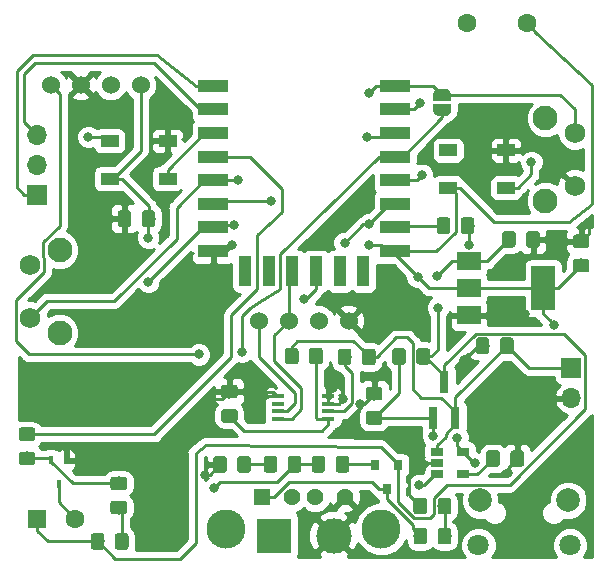
<source format=gbl>
G04 #@! TF.GenerationSoftware,KiCad,Pcbnew,5.0.2-bee76a0~70~ubuntu18.04.1*
G04 #@! TF.CreationDate,2019-03-30T14:25:07+01:00*
G04 #@! TF.ProjectId,jarwis,6a617277-6973-42e6-9b69-6361645f7063,rev?*
G04 #@! TF.SameCoordinates,Original*
G04 #@! TF.FileFunction,Copper,L2,Bot*
G04 #@! TF.FilePolarity,Positive*
%FSLAX46Y46*%
G04 Gerber Fmt 4.6, Leading zero omitted, Abs format (unit mm)*
G04 Created by KiCad (PCBNEW 5.0.2-bee76a0~70~ubuntu18.04.1) date sáb 30 mar 2019 14:25:07 CET*
%MOMM*%
%LPD*%
G01*
G04 APERTURE LIST*
G04 #@! TA.AperFunction,Conductor*
%ADD10C,0.100000*%
G04 #@! TD*
G04 #@! TA.AperFunction,SMDPad,CuDef*
%ADD11C,1.150000*%
G04 #@! TD*
G04 #@! TA.AperFunction,SMDPad,CuDef*
%ADD12R,1.500000X1.000000*%
G04 #@! TD*
G04 #@! TA.AperFunction,ComponentPad*
%ADD13C,1.428000*%
G04 #@! TD*
G04 #@! TA.AperFunction,ComponentPad*
%ADD14R,1.428000X1.428000*%
G04 #@! TD*
G04 #@! TA.AperFunction,ComponentPad*
%ADD15C,3.316000*%
G04 #@! TD*
G04 #@! TA.AperFunction,ComponentPad*
%ADD16R,1.700000X1.700000*%
G04 #@! TD*
G04 #@! TA.AperFunction,ComponentPad*
%ADD17O,1.700000X1.700000*%
G04 #@! TD*
G04 #@! TA.AperFunction,SMDPad,CuDef*
%ADD18C,0.500000*%
G04 #@! TD*
G04 #@! TA.AperFunction,ComponentPad*
%ADD19R,1.600000X1.600000*%
G04 #@! TD*
G04 #@! TA.AperFunction,ComponentPad*
%ADD20C,1.600000*%
G04 #@! TD*
G04 #@! TA.AperFunction,SMDPad,CuDef*
%ADD21R,0.450000X0.700000*%
G04 #@! TD*
G04 #@! TA.AperFunction,SMDPad,CuDef*
%ADD22R,0.800000X0.900000*%
G04 #@! TD*
G04 #@! TA.AperFunction,SMDPad,CuDef*
%ADD23R,0.800000X1.900000*%
G04 #@! TD*
G04 #@! TA.AperFunction,ComponentPad*
%ADD24C,2.100000*%
G04 #@! TD*
G04 #@! TA.AperFunction,ComponentPad*
%ADD25C,1.750000*%
G04 #@! TD*
G04 #@! TA.AperFunction,SMDPad,CuDef*
%ADD26R,2.000000X3.800000*%
G04 #@! TD*
G04 #@! TA.AperFunction,SMDPad,CuDef*
%ADD27R,2.000000X1.500000*%
G04 #@! TD*
G04 #@! TA.AperFunction,ComponentPad*
%ADD28C,1.524000*%
G04 #@! TD*
G04 #@! TA.AperFunction,SMDPad,CuDef*
%ADD29R,1.060000X0.650000*%
G04 #@! TD*
G04 #@! TA.AperFunction,SMDPad,CuDef*
%ADD30R,2.500000X1.100000*%
G04 #@! TD*
G04 #@! TA.AperFunction,SMDPad,CuDef*
%ADD31R,1.100000X2.500000*%
G04 #@! TD*
G04 #@! TA.AperFunction,ComponentPad*
%ADD32C,2.000000*%
G04 #@! TD*
G04 #@! TA.AperFunction,ComponentPad*
%ADD33C,1.800000*%
G04 #@! TD*
G04 #@! TA.AperFunction,SMDPad,CuDef*
%ADD34R,1.100000X0.400000*%
G04 #@! TD*
G04 #@! TA.AperFunction,ComponentPad*
%ADD35R,3.000000X3.000000*%
G04 #@! TD*
G04 #@! TA.AperFunction,ComponentPad*
%ADD36C,3.000000*%
G04 #@! TD*
G04 #@! TA.AperFunction,ViaPad*
%ADD37C,0.800000*%
G04 #@! TD*
G04 #@! TA.AperFunction,Conductor*
%ADD38C,0.250000*%
G04 #@! TD*
G04 #@! TA.AperFunction,Conductor*
%ADD39C,0.254000*%
G04 #@! TD*
G04 APERTURE END LIST*
D10*
G04 #@! TO.N,Earth*
G04 #@! TO.C,C101*
G36*
X166190025Y-84431844D02*
X166214293Y-84435444D01*
X166238092Y-84441405D01*
X166261191Y-84449670D01*
X166283370Y-84460160D01*
X166304413Y-84472772D01*
X166324119Y-84487387D01*
X166342297Y-84503863D01*
X166358773Y-84522041D01*
X166373388Y-84541747D01*
X166386000Y-84562790D01*
X166396490Y-84584969D01*
X166404755Y-84608068D01*
X166410716Y-84631867D01*
X166414316Y-84656135D01*
X166415520Y-84680639D01*
X166415520Y-85580641D01*
X166414316Y-85605145D01*
X166410716Y-85629413D01*
X166404755Y-85653212D01*
X166396490Y-85676311D01*
X166386000Y-85698490D01*
X166373388Y-85719533D01*
X166358773Y-85739239D01*
X166342297Y-85757417D01*
X166324119Y-85773893D01*
X166304413Y-85788508D01*
X166283370Y-85801120D01*
X166261191Y-85811610D01*
X166238092Y-85819875D01*
X166214293Y-85825836D01*
X166190025Y-85829436D01*
X166165521Y-85830640D01*
X165515519Y-85830640D01*
X165491015Y-85829436D01*
X165466747Y-85825836D01*
X165442948Y-85819875D01*
X165419849Y-85811610D01*
X165397670Y-85801120D01*
X165376627Y-85788508D01*
X165356921Y-85773893D01*
X165338743Y-85757417D01*
X165322267Y-85739239D01*
X165307652Y-85719533D01*
X165295040Y-85698490D01*
X165284550Y-85676311D01*
X165276285Y-85653212D01*
X165270324Y-85629413D01*
X165266724Y-85605145D01*
X165265520Y-85580641D01*
X165265520Y-84680639D01*
X165266724Y-84656135D01*
X165270324Y-84631867D01*
X165276285Y-84608068D01*
X165284550Y-84584969D01*
X165295040Y-84562790D01*
X165307652Y-84541747D01*
X165322267Y-84522041D01*
X165338743Y-84503863D01*
X165356921Y-84487387D01*
X165376627Y-84472772D01*
X165397670Y-84460160D01*
X165419849Y-84449670D01*
X165442948Y-84441405D01*
X165466747Y-84435444D01*
X165491015Y-84431844D01*
X165515519Y-84430640D01*
X166165521Y-84430640D01*
X166190025Y-84431844D01*
X166190025Y-84431844D01*
G37*
D11*
G04 #@! TD*
G04 #@! TO.P,C101,2*
G04 #@! TO.N,Earth*
X165840520Y-85130640D03*
D10*
G04 #@! TO.N,+5V*
G04 #@! TO.C,C101*
G36*
X164140025Y-84431844D02*
X164164293Y-84435444D01*
X164188092Y-84441405D01*
X164211191Y-84449670D01*
X164233370Y-84460160D01*
X164254413Y-84472772D01*
X164274119Y-84487387D01*
X164292297Y-84503863D01*
X164308773Y-84522041D01*
X164323388Y-84541747D01*
X164336000Y-84562790D01*
X164346490Y-84584969D01*
X164354755Y-84608068D01*
X164360716Y-84631867D01*
X164364316Y-84656135D01*
X164365520Y-84680639D01*
X164365520Y-85580641D01*
X164364316Y-85605145D01*
X164360716Y-85629413D01*
X164354755Y-85653212D01*
X164346490Y-85676311D01*
X164336000Y-85698490D01*
X164323388Y-85719533D01*
X164308773Y-85739239D01*
X164292297Y-85757417D01*
X164274119Y-85773893D01*
X164254413Y-85788508D01*
X164233370Y-85801120D01*
X164211191Y-85811610D01*
X164188092Y-85819875D01*
X164164293Y-85825836D01*
X164140025Y-85829436D01*
X164115521Y-85830640D01*
X163465519Y-85830640D01*
X163441015Y-85829436D01*
X163416747Y-85825836D01*
X163392948Y-85819875D01*
X163369849Y-85811610D01*
X163347670Y-85801120D01*
X163326627Y-85788508D01*
X163306921Y-85773893D01*
X163288743Y-85757417D01*
X163272267Y-85739239D01*
X163257652Y-85719533D01*
X163245040Y-85698490D01*
X163234550Y-85676311D01*
X163226285Y-85653212D01*
X163220324Y-85629413D01*
X163216724Y-85605145D01*
X163215520Y-85580641D01*
X163215520Y-84680639D01*
X163216724Y-84656135D01*
X163220324Y-84631867D01*
X163226285Y-84608068D01*
X163234550Y-84584969D01*
X163245040Y-84562790D01*
X163257652Y-84541747D01*
X163272267Y-84522041D01*
X163288743Y-84503863D01*
X163306921Y-84487387D01*
X163326627Y-84472772D01*
X163347670Y-84460160D01*
X163369849Y-84449670D01*
X163392948Y-84441405D01*
X163416747Y-84435444D01*
X163441015Y-84431844D01*
X163465519Y-84430640D01*
X164115521Y-84430640D01*
X164140025Y-84431844D01*
X164140025Y-84431844D01*
G37*
D11*
G04 #@! TD*
G04 #@! TO.P,C101,1*
G04 #@! TO.N,+5V*
X163790520Y-85130640D03*
D10*
G04 #@! TO.N,+3V3*
G04 #@! TO.C,C102*
G36*
X170395425Y-86770564D02*
X170419693Y-86774164D01*
X170443492Y-86780125D01*
X170466591Y-86788390D01*
X170488770Y-86798880D01*
X170509813Y-86811492D01*
X170529519Y-86826107D01*
X170547697Y-86842583D01*
X170564173Y-86860761D01*
X170578788Y-86880467D01*
X170591400Y-86901510D01*
X170601890Y-86923689D01*
X170610155Y-86946788D01*
X170616116Y-86970587D01*
X170619716Y-86994855D01*
X170620920Y-87019359D01*
X170620920Y-87669361D01*
X170619716Y-87693865D01*
X170616116Y-87718133D01*
X170610155Y-87741932D01*
X170601890Y-87765031D01*
X170591400Y-87787210D01*
X170578788Y-87808253D01*
X170564173Y-87827959D01*
X170547697Y-87846137D01*
X170529519Y-87862613D01*
X170509813Y-87877228D01*
X170488770Y-87889840D01*
X170466591Y-87900330D01*
X170443492Y-87908595D01*
X170419693Y-87914556D01*
X170395425Y-87918156D01*
X170370921Y-87919360D01*
X169470919Y-87919360D01*
X169446415Y-87918156D01*
X169422147Y-87914556D01*
X169398348Y-87908595D01*
X169375249Y-87900330D01*
X169353070Y-87889840D01*
X169332027Y-87877228D01*
X169312321Y-87862613D01*
X169294143Y-87846137D01*
X169277667Y-87827959D01*
X169263052Y-87808253D01*
X169250440Y-87787210D01*
X169239950Y-87765031D01*
X169231685Y-87741932D01*
X169225724Y-87718133D01*
X169222124Y-87693865D01*
X169220920Y-87669361D01*
X169220920Y-87019359D01*
X169222124Y-86994855D01*
X169225724Y-86970587D01*
X169231685Y-86946788D01*
X169239950Y-86923689D01*
X169250440Y-86901510D01*
X169263052Y-86880467D01*
X169277667Y-86860761D01*
X169294143Y-86842583D01*
X169312321Y-86826107D01*
X169332027Y-86811492D01*
X169353070Y-86798880D01*
X169375249Y-86788390D01*
X169398348Y-86780125D01*
X169422147Y-86774164D01*
X169446415Y-86770564D01*
X169470919Y-86769360D01*
X170370921Y-86769360D01*
X170395425Y-86770564D01*
X170395425Y-86770564D01*
G37*
D11*
G04 #@! TD*
G04 #@! TO.P,C102,1*
G04 #@! TO.N,+3V3*
X169920920Y-87344360D03*
D10*
G04 #@! TO.N,Earth*
G04 #@! TO.C,C102*
G36*
X170395425Y-84720564D02*
X170419693Y-84724164D01*
X170443492Y-84730125D01*
X170466591Y-84738390D01*
X170488770Y-84748880D01*
X170509813Y-84761492D01*
X170529519Y-84776107D01*
X170547697Y-84792583D01*
X170564173Y-84810761D01*
X170578788Y-84830467D01*
X170591400Y-84851510D01*
X170601890Y-84873689D01*
X170610155Y-84896788D01*
X170616116Y-84920587D01*
X170619716Y-84944855D01*
X170620920Y-84969359D01*
X170620920Y-85619361D01*
X170619716Y-85643865D01*
X170616116Y-85668133D01*
X170610155Y-85691932D01*
X170601890Y-85715031D01*
X170591400Y-85737210D01*
X170578788Y-85758253D01*
X170564173Y-85777959D01*
X170547697Y-85796137D01*
X170529519Y-85812613D01*
X170509813Y-85827228D01*
X170488770Y-85839840D01*
X170466591Y-85850330D01*
X170443492Y-85858595D01*
X170419693Y-85864556D01*
X170395425Y-85868156D01*
X170370921Y-85869360D01*
X169470919Y-85869360D01*
X169446415Y-85868156D01*
X169422147Y-85864556D01*
X169398348Y-85858595D01*
X169375249Y-85850330D01*
X169353070Y-85839840D01*
X169332027Y-85827228D01*
X169312321Y-85812613D01*
X169294143Y-85796137D01*
X169277667Y-85777959D01*
X169263052Y-85758253D01*
X169250440Y-85737210D01*
X169239950Y-85715031D01*
X169231685Y-85691932D01*
X169225724Y-85668133D01*
X169222124Y-85643865D01*
X169220920Y-85619361D01*
X169220920Y-84969359D01*
X169222124Y-84944855D01*
X169225724Y-84920587D01*
X169231685Y-84896788D01*
X169239950Y-84873689D01*
X169250440Y-84851510D01*
X169263052Y-84830467D01*
X169277667Y-84810761D01*
X169294143Y-84792583D01*
X169312321Y-84776107D01*
X169332027Y-84761492D01*
X169353070Y-84748880D01*
X169375249Y-84738390D01*
X169398348Y-84730125D01*
X169422147Y-84724164D01*
X169446415Y-84720564D01*
X169470919Y-84719360D01*
X170370921Y-84719360D01*
X170395425Y-84720564D01*
X170395425Y-84720564D01*
G37*
D11*
G04 #@! TD*
G04 #@! TO.P,C102,2*
G04 #@! TO.N,Earth*
X169920920Y-85294360D03*
D10*
G04 #@! TO.N,/LIPO*
G04 #@! TO.C,C103*
G36*
X163967525Y-93438684D02*
X163991793Y-93442284D01*
X164015592Y-93448245D01*
X164038691Y-93456510D01*
X164060870Y-93467000D01*
X164081913Y-93479612D01*
X164101619Y-93494227D01*
X164119797Y-93510703D01*
X164136273Y-93528881D01*
X164150888Y-93548587D01*
X164163500Y-93569630D01*
X164173990Y-93591809D01*
X164182255Y-93614908D01*
X164188216Y-93638707D01*
X164191816Y-93662975D01*
X164193020Y-93687479D01*
X164193020Y-94587481D01*
X164191816Y-94611985D01*
X164188216Y-94636253D01*
X164182255Y-94660052D01*
X164173990Y-94683151D01*
X164163500Y-94705330D01*
X164150888Y-94726373D01*
X164136273Y-94746079D01*
X164119797Y-94764257D01*
X164101619Y-94780733D01*
X164081913Y-94795348D01*
X164060870Y-94807960D01*
X164038691Y-94818450D01*
X164015592Y-94826715D01*
X163991793Y-94832676D01*
X163967525Y-94836276D01*
X163943021Y-94837480D01*
X163293019Y-94837480D01*
X163268515Y-94836276D01*
X163244247Y-94832676D01*
X163220448Y-94826715D01*
X163197349Y-94818450D01*
X163175170Y-94807960D01*
X163154127Y-94795348D01*
X163134421Y-94780733D01*
X163116243Y-94764257D01*
X163099767Y-94746079D01*
X163085152Y-94726373D01*
X163072540Y-94705330D01*
X163062050Y-94683151D01*
X163053785Y-94660052D01*
X163047824Y-94636253D01*
X163044224Y-94611985D01*
X163043020Y-94587481D01*
X163043020Y-93687479D01*
X163044224Y-93662975D01*
X163047824Y-93638707D01*
X163053785Y-93614908D01*
X163062050Y-93591809D01*
X163072540Y-93569630D01*
X163085152Y-93548587D01*
X163099767Y-93528881D01*
X163116243Y-93510703D01*
X163134421Y-93494227D01*
X163154127Y-93479612D01*
X163175170Y-93467000D01*
X163197349Y-93456510D01*
X163220448Y-93448245D01*
X163244247Y-93442284D01*
X163268515Y-93438684D01*
X163293019Y-93437480D01*
X163943021Y-93437480D01*
X163967525Y-93438684D01*
X163967525Y-93438684D01*
G37*
D11*
G04 #@! TD*
G04 #@! TO.P,C103,2*
G04 #@! TO.N,/LIPO*
X163618020Y-94137480D03*
D10*
G04 #@! TO.N,Earth*
G04 #@! TO.C,C103*
G36*
X161917525Y-93438684D02*
X161941793Y-93442284D01*
X161965592Y-93448245D01*
X161988691Y-93456510D01*
X162010870Y-93467000D01*
X162031913Y-93479612D01*
X162051619Y-93494227D01*
X162069797Y-93510703D01*
X162086273Y-93528881D01*
X162100888Y-93548587D01*
X162113500Y-93569630D01*
X162123990Y-93591809D01*
X162132255Y-93614908D01*
X162138216Y-93638707D01*
X162141816Y-93662975D01*
X162143020Y-93687479D01*
X162143020Y-94587481D01*
X162141816Y-94611985D01*
X162138216Y-94636253D01*
X162132255Y-94660052D01*
X162123990Y-94683151D01*
X162113500Y-94705330D01*
X162100888Y-94726373D01*
X162086273Y-94746079D01*
X162069797Y-94764257D01*
X162051619Y-94780733D01*
X162031913Y-94795348D01*
X162010870Y-94807960D01*
X161988691Y-94818450D01*
X161965592Y-94826715D01*
X161941793Y-94832676D01*
X161917525Y-94836276D01*
X161893021Y-94837480D01*
X161243019Y-94837480D01*
X161218515Y-94836276D01*
X161194247Y-94832676D01*
X161170448Y-94826715D01*
X161147349Y-94818450D01*
X161125170Y-94807960D01*
X161104127Y-94795348D01*
X161084421Y-94780733D01*
X161066243Y-94764257D01*
X161049767Y-94746079D01*
X161035152Y-94726373D01*
X161022540Y-94705330D01*
X161012050Y-94683151D01*
X161003785Y-94660052D01*
X160997824Y-94636253D01*
X160994224Y-94611985D01*
X160993020Y-94587481D01*
X160993020Y-93687479D01*
X160994224Y-93662975D01*
X160997824Y-93638707D01*
X161003785Y-93614908D01*
X161012050Y-93591809D01*
X161022540Y-93569630D01*
X161035152Y-93548587D01*
X161049767Y-93528881D01*
X161066243Y-93510703D01*
X161084421Y-93494227D01*
X161104127Y-93479612D01*
X161125170Y-93467000D01*
X161147349Y-93456510D01*
X161170448Y-93448245D01*
X161194247Y-93442284D01*
X161218515Y-93438684D01*
X161243019Y-93437480D01*
X161893021Y-93437480D01*
X161917525Y-93438684D01*
X161917525Y-93438684D01*
G37*
D11*
G04 #@! TD*
G04 #@! TO.P,C103,1*
G04 #@! TO.N,Earth*
X161568020Y-94137480D03*
D10*
G04 #@! TO.N,+3V3*
G04 #@! TO.C,C107*
G36*
X133641085Y-82686864D02*
X133665353Y-82690464D01*
X133689152Y-82696425D01*
X133712251Y-82704690D01*
X133734430Y-82715180D01*
X133755473Y-82727792D01*
X133775179Y-82742407D01*
X133793357Y-82758883D01*
X133809833Y-82777061D01*
X133824448Y-82796767D01*
X133837060Y-82817810D01*
X133847550Y-82839989D01*
X133855815Y-82863088D01*
X133861776Y-82886887D01*
X133865376Y-82911155D01*
X133866580Y-82935659D01*
X133866580Y-83835661D01*
X133865376Y-83860165D01*
X133861776Y-83884433D01*
X133855815Y-83908232D01*
X133847550Y-83931331D01*
X133837060Y-83953510D01*
X133824448Y-83974553D01*
X133809833Y-83994259D01*
X133793357Y-84012437D01*
X133775179Y-84028913D01*
X133755473Y-84043528D01*
X133734430Y-84056140D01*
X133712251Y-84066630D01*
X133689152Y-84074895D01*
X133665353Y-84080856D01*
X133641085Y-84084456D01*
X133616581Y-84085660D01*
X132966579Y-84085660D01*
X132942075Y-84084456D01*
X132917807Y-84080856D01*
X132894008Y-84074895D01*
X132870909Y-84066630D01*
X132848730Y-84056140D01*
X132827687Y-84043528D01*
X132807981Y-84028913D01*
X132789803Y-84012437D01*
X132773327Y-83994259D01*
X132758712Y-83974553D01*
X132746100Y-83953510D01*
X132735610Y-83931331D01*
X132727345Y-83908232D01*
X132721384Y-83884433D01*
X132717784Y-83860165D01*
X132716580Y-83835661D01*
X132716580Y-82935659D01*
X132717784Y-82911155D01*
X132721384Y-82886887D01*
X132727345Y-82863088D01*
X132735610Y-82839989D01*
X132746100Y-82817810D01*
X132758712Y-82796767D01*
X132773327Y-82777061D01*
X132789803Y-82758883D01*
X132807981Y-82742407D01*
X132827687Y-82727792D01*
X132848730Y-82715180D01*
X132870909Y-82704690D01*
X132894008Y-82696425D01*
X132917807Y-82690464D01*
X132942075Y-82686864D01*
X132966579Y-82685660D01*
X133616581Y-82685660D01*
X133641085Y-82686864D01*
X133641085Y-82686864D01*
G37*
D11*
G04 #@! TD*
G04 #@! TO.P,C107,2*
G04 #@! TO.N,+3V3*
X133291580Y-83385660D03*
D10*
G04 #@! TO.N,Earth*
G04 #@! TO.C,C107*
G36*
X131591085Y-82686864D02*
X131615353Y-82690464D01*
X131639152Y-82696425D01*
X131662251Y-82704690D01*
X131684430Y-82715180D01*
X131705473Y-82727792D01*
X131725179Y-82742407D01*
X131743357Y-82758883D01*
X131759833Y-82777061D01*
X131774448Y-82796767D01*
X131787060Y-82817810D01*
X131797550Y-82839989D01*
X131805815Y-82863088D01*
X131811776Y-82886887D01*
X131815376Y-82911155D01*
X131816580Y-82935659D01*
X131816580Y-83835661D01*
X131815376Y-83860165D01*
X131811776Y-83884433D01*
X131805815Y-83908232D01*
X131797550Y-83931331D01*
X131787060Y-83953510D01*
X131774448Y-83974553D01*
X131759833Y-83994259D01*
X131743357Y-84012437D01*
X131725179Y-84028913D01*
X131705473Y-84043528D01*
X131684430Y-84056140D01*
X131662251Y-84066630D01*
X131639152Y-84074895D01*
X131615353Y-84080856D01*
X131591085Y-84084456D01*
X131566581Y-84085660D01*
X130916579Y-84085660D01*
X130892075Y-84084456D01*
X130867807Y-84080856D01*
X130844008Y-84074895D01*
X130820909Y-84066630D01*
X130798730Y-84056140D01*
X130777687Y-84043528D01*
X130757981Y-84028913D01*
X130739803Y-84012437D01*
X130723327Y-83994259D01*
X130708712Y-83974553D01*
X130696100Y-83953510D01*
X130685610Y-83931331D01*
X130677345Y-83908232D01*
X130671384Y-83884433D01*
X130667784Y-83860165D01*
X130666580Y-83835661D01*
X130666580Y-82935659D01*
X130667784Y-82911155D01*
X130671384Y-82886887D01*
X130677345Y-82863088D01*
X130685610Y-82839989D01*
X130696100Y-82817810D01*
X130708712Y-82796767D01*
X130723327Y-82777061D01*
X130739803Y-82758883D01*
X130757981Y-82742407D01*
X130777687Y-82727792D01*
X130798730Y-82715180D01*
X130820909Y-82704690D01*
X130844008Y-82696425D01*
X130867807Y-82690464D01*
X130892075Y-82686864D01*
X130916579Y-82685660D01*
X131566581Y-82685660D01*
X131591085Y-82686864D01*
X131591085Y-82686864D01*
G37*
D11*
G04 #@! TD*
G04 #@! TO.P,C107,1*
G04 #@! TO.N,Earth*
X131241580Y-83385660D03*
D10*
G04 #@! TO.N,Net-(D101-Pad1)*
G04 #@! TO.C,D101*
G36*
X131233705Y-105215824D02*
X131257973Y-105219424D01*
X131281772Y-105225385D01*
X131304871Y-105233650D01*
X131327050Y-105244140D01*
X131348093Y-105256752D01*
X131367799Y-105271367D01*
X131385977Y-105287843D01*
X131402453Y-105306021D01*
X131417068Y-105325727D01*
X131429680Y-105346770D01*
X131440170Y-105368949D01*
X131448435Y-105392048D01*
X131454396Y-105415847D01*
X131457996Y-105440115D01*
X131459200Y-105464619D01*
X131459200Y-106114621D01*
X131457996Y-106139125D01*
X131454396Y-106163393D01*
X131448435Y-106187192D01*
X131440170Y-106210291D01*
X131429680Y-106232470D01*
X131417068Y-106253513D01*
X131402453Y-106273219D01*
X131385977Y-106291397D01*
X131367799Y-106307873D01*
X131348093Y-106322488D01*
X131327050Y-106335100D01*
X131304871Y-106345590D01*
X131281772Y-106353855D01*
X131257973Y-106359816D01*
X131233705Y-106363416D01*
X131209201Y-106364620D01*
X130309199Y-106364620D01*
X130284695Y-106363416D01*
X130260427Y-106359816D01*
X130236628Y-106353855D01*
X130213529Y-106345590D01*
X130191350Y-106335100D01*
X130170307Y-106322488D01*
X130150601Y-106307873D01*
X130132423Y-106291397D01*
X130115947Y-106273219D01*
X130101332Y-106253513D01*
X130088720Y-106232470D01*
X130078230Y-106210291D01*
X130069965Y-106187192D01*
X130064004Y-106163393D01*
X130060404Y-106139125D01*
X130059200Y-106114621D01*
X130059200Y-105464619D01*
X130060404Y-105440115D01*
X130064004Y-105415847D01*
X130069965Y-105392048D01*
X130078230Y-105368949D01*
X130088720Y-105346770D01*
X130101332Y-105325727D01*
X130115947Y-105306021D01*
X130132423Y-105287843D01*
X130150601Y-105271367D01*
X130170307Y-105256752D01*
X130191350Y-105244140D01*
X130213529Y-105233650D01*
X130236628Y-105225385D01*
X130260427Y-105219424D01*
X130284695Y-105215824D01*
X130309199Y-105214620D01*
X131209201Y-105214620D01*
X131233705Y-105215824D01*
X131233705Y-105215824D01*
G37*
D11*
G04 #@! TD*
G04 #@! TO.P,D101,1*
G04 #@! TO.N,Net-(D101-Pad1)*
X130759200Y-105789620D03*
D10*
G04 #@! TO.N,Net-(D101-Pad2)*
G04 #@! TO.C,D101*
G36*
X131233705Y-107265824D02*
X131257973Y-107269424D01*
X131281772Y-107275385D01*
X131304871Y-107283650D01*
X131327050Y-107294140D01*
X131348093Y-107306752D01*
X131367799Y-107321367D01*
X131385977Y-107337843D01*
X131402453Y-107356021D01*
X131417068Y-107375727D01*
X131429680Y-107396770D01*
X131440170Y-107418949D01*
X131448435Y-107442048D01*
X131454396Y-107465847D01*
X131457996Y-107490115D01*
X131459200Y-107514619D01*
X131459200Y-108164621D01*
X131457996Y-108189125D01*
X131454396Y-108213393D01*
X131448435Y-108237192D01*
X131440170Y-108260291D01*
X131429680Y-108282470D01*
X131417068Y-108303513D01*
X131402453Y-108323219D01*
X131385977Y-108341397D01*
X131367799Y-108357873D01*
X131348093Y-108372488D01*
X131327050Y-108385100D01*
X131304871Y-108395590D01*
X131281772Y-108403855D01*
X131257973Y-108409816D01*
X131233705Y-108413416D01*
X131209201Y-108414620D01*
X130309199Y-108414620D01*
X130284695Y-108413416D01*
X130260427Y-108409816D01*
X130236628Y-108403855D01*
X130213529Y-108395590D01*
X130191350Y-108385100D01*
X130170307Y-108372488D01*
X130150601Y-108357873D01*
X130132423Y-108341397D01*
X130115947Y-108323219D01*
X130101332Y-108303513D01*
X130088720Y-108282470D01*
X130078230Y-108260291D01*
X130069965Y-108237192D01*
X130064004Y-108213393D01*
X130060404Y-108189125D01*
X130059200Y-108164621D01*
X130059200Y-107514619D01*
X130060404Y-107490115D01*
X130064004Y-107465847D01*
X130069965Y-107442048D01*
X130078230Y-107418949D01*
X130088720Y-107396770D01*
X130101332Y-107375727D01*
X130115947Y-107356021D01*
X130132423Y-107337843D01*
X130150601Y-107321367D01*
X130170307Y-107306752D01*
X130191350Y-107294140D01*
X130213529Y-107283650D01*
X130236628Y-107275385D01*
X130260427Y-107269424D01*
X130284695Y-107265824D01*
X130309199Y-107264620D01*
X131209201Y-107264620D01*
X131233705Y-107265824D01*
X131233705Y-107265824D01*
G37*
D11*
G04 #@! TD*
G04 #@! TO.P,D101,2*
G04 #@! TO.N,Net-(D101-Pad2)*
X130759200Y-107839620D03*
D10*
G04 #@! TO.N,Net-(D103-Pad1)*
G04 #@! TO.C,D103*
G36*
X143957185Y-103479304D02*
X143981453Y-103482904D01*
X144005252Y-103488865D01*
X144028351Y-103497130D01*
X144050530Y-103507620D01*
X144071573Y-103520232D01*
X144091279Y-103534847D01*
X144109457Y-103551323D01*
X144125933Y-103569501D01*
X144140548Y-103589207D01*
X144153160Y-103610250D01*
X144163650Y-103632429D01*
X144171915Y-103655528D01*
X144177876Y-103679327D01*
X144181476Y-103703595D01*
X144182680Y-103728099D01*
X144182680Y-104628101D01*
X144181476Y-104652605D01*
X144177876Y-104676873D01*
X144171915Y-104700672D01*
X144163650Y-104723771D01*
X144153160Y-104745950D01*
X144140548Y-104766993D01*
X144125933Y-104786699D01*
X144109457Y-104804877D01*
X144091279Y-104821353D01*
X144071573Y-104835968D01*
X144050530Y-104848580D01*
X144028351Y-104859070D01*
X144005252Y-104867335D01*
X143981453Y-104873296D01*
X143957185Y-104876896D01*
X143932681Y-104878100D01*
X143282679Y-104878100D01*
X143258175Y-104876896D01*
X143233907Y-104873296D01*
X143210108Y-104867335D01*
X143187009Y-104859070D01*
X143164830Y-104848580D01*
X143143787Y-104835968D01*
X143124081Y-104821353D01*
X143105903Y-104804877D01*
X143089427Y-104786699D01*
X143074812Y-104766993D01*
X143062200Y-104745950D01*
X143051710Y-104723771D01*
X143043445Y-104700672D01*
X143037484Y-104676873D01*
X143033884Y-104652605D01*
X143032680Y-104628101D01*
X143032680Y-103728099D01*
X143033884Y-103703595D01*
X143037484Y-103679327D01*
X143043445Y-103655528D01*
X143051710Y-103632429D01*
X143062200Y-103610250D01*
X143074812Y-103589207D01*
X143089427Y-103569501D01*
X143105903Y-103551323D01*
X143124081Y-103534847D01*
X143143787Y-103520232D01*
X143164830Y-103507620D01*
X143187009Y-103497130D01*
X143210108Y-103488865D01*
X143233907Y-103482904D01*
X143258175Y-103479304D01*
X143282679Y-103478100D01*
X143932681Y-103478100D01*
X143957185Y-103479304D01*
X143957185Y-103479304D01*
G37*
D11*
G04 #@! TD*
G04 #@! TO.P,D103,1*
G04 #@! TO.N,Net-(D103-Pad1)*
X143607680Y-104178100D03*
D10*
G04 #@! TO.N,/GPIO15*
G04 #@! TO.C,D103*
G36*
X146007185Y-103479304D02*
X146031453Y-103482904D01*
X146055252Y-103488865D01*
X146078351Y-103497130D01*
X146100530Y-103507620D01*
X146121573Y-103520232D01*
X146141279Y-103534847D01*
X146159457Y-103551323D01*
X146175933Y-103569501D01*
X146190548Y-103589207D01*
X146203160Y-103610250D01*
X146213650Y-103632429D01*
X146221915Y-103655528D01*
X146227876Y-103679327D01*
X146231476Y-103703595D01*
X146232680Y-103728099D01*
X146232680Y-104628101D01*
X146231476Y-104652605D01*
X146227876Y-104676873D01*
X146221915Y-104700672D01*
X146213650Y-104723771D01*
X146203160Y-104745950D01*
X146190548Y-104766993D01*
X146175933Y-104786699D01*
X146159457Y-104804877D01*
X146141279Y-104821353D01*
X146121573Y-104835968D01*
X146100530Y-104848580D01*
X146078351Y-104859070D01*
X146055252Y-104867335D01*
X146031453Y-104873296D01*
X146007185Y-104876896D01*
X145982681Y-104878100D01*
X145332679Y-104878100D01*
X145308175Y-104876896D01*
X145283907Y-104873296D01*
X145260108Y-104867335D01*
X145237009Y-104859070D01*
X145214830Y-104848580D01*
X145193787Y-104835968D01*
X145174081Y-104821353D01*
X145155903Y-104804877D01*
X145139427Y-104786699D01*
X145124812Y-104766993D01*
X145112200Y-104745950D01*
X145101710Y-104723771D01*
X145093445Y-104700672D01*
X145087484Y-104676873D01*
X145083884Y-104652605D01*
X145082680Y-104628101D01*
X145082680Y-103728099D01*
X145083884Y-103703595D01*
X145087484Y-103679327D01*
X145093445Y-103655528D01*
X145101710Y-103632429D01*
X145112200Y-103610250D01*
X145124812Y-103589207D01*
X145139427Y-103569501D01*
X145155903Y-103551323D01*
X145174081Y-103534847D01*
X145193787Y-103520232D01*
X145214830Y-103507620D01*
X145237009Y-103497130D01*
X145260108Y-103488865D01*
X145283907Y-103482904D01*
X145308175Y-103479304D01*
X145332679Y-103478100D01*
X145982681Y-103478100D01*
X146007185Y-103479304D01*
X146007185Y-103479304D01*
G37*
D11*
G04 #@! TD*
G04 #@! TO.P,D103,2*
G04 #@! TO.N,/GPIO15*
X145657680Y-104178100D03*
D10*
G04 #@! TO.N,/VBUS*
G04 #@! TO.C,D104*
G36*
X154845005Y-94340384D02*
X154869273Y-94343984D01*
X154893072Y-94349945D01*
X154916171Y-94358210D01*
X154938350Y-94368700D01*
X154959393Y-94381312D01*
X154979099Y-94395927D01*
X154997277Y-94412403D01*
X155013753Y-94430581D01*
X155028368Y-94450287D01*
X155040980Y-94471330D01*
X155051470Y-94493509D01*
X155059735Y-94516608D01*
X155065696Y-94540407D01*
X155069296Y-94564675D01*
X155070500Y-94589179D01*
X155070500Y-95489181D01*
X155069296Y-95513685D01*
X155065696Y-95537953D01*
X155059735Y-95561752D01*
X155051470Y-95584851D01*
X155040980Y-95607030D01*
X155028368Y-95628073D01*
X155013753Y-95647779D01*
X154997277Y-95665957D01*
X154979099Y-95682433D01*
X154959393Y-95697048D01*
X154938350Y-95709660D01*
X154916171Y-95720150D01*
X154893072Y-95728415D01*
X154869273Y-95734376D01*
X154845005Y-95737976D01*
X154820501Y-95739180D01*
X154170499Y-95739180D01*
X154145995Y-95737976D01*
X154121727Y-95734376D01*
X154097928Y-95728415D01*
X154074829Y-95720150D01*
X154052650Y-95709660D01*
X154031607Y-95697048D01*
X154011901Y-95682433D01*
X153993723Y-95665957D01*
X153977247Y-95647779D01*
X153962632Y-95628073D01*
X153950020Y-95607030D01*
X153939530Y-95584851D01*
X153931265Y-95561752D01*
X153925304Y-95537953D01*
X153921704Y-95513685D01*
X153920500Y-95489181D01*
X153920500Y-94589179D01*
X153921704Y-94564675D01*
X153925304Y-94540407D01*
X153931265Y-94516608D01*
X153939530Y-94493509D01*
X153950020Y-94471330D01*
X153962632Y-94450287D01*
X153977247Y-94430581D01*
X153993723Y-94412403D01*
X154011901Y-94395927D01*
X154031607Y-94381312D01*
X154052650Y-94368700D01*
X154074829Y-94358210D01*
X154097928Y-94349945D01*
X154121727Y-94343984D01*
X154145995Y-94340384D01*
X154170499Y-94339180D01*
X154820501Y-94339180D01*
X154845005Y-94340384D01*
X154845005Y-94340384D01*
G37*
D11*
G04 #@! TD*
G04 #@! TO.P,D104,2*
G04 #@! TO.N,/VBUS*
X154495500Y-95039180D03*
D10*
G04 #@! TO.N,+5V*
G04 #@! TO.C,D104*
G36*
X156895005Y-94340384D02*
X156919273Y-94343984D01*
X156943072Y-94349945D01*
X156966171Y-94358210D01*
X156988350Y-94368700D01*
X157009393Y-94381312D01*
X157029099Y-94395927D01*
X157047277Y-94412403D01*
X157063753Y-94430581D01*
X157078368Y-94450287D01*
X157090980Y-94471330D01*
X157101470Y-94493509D01*
X157109735Y-94516608D01*
X157115696Y-94540407D01*
X157119296Y-94564675D01*
X157120500Y-94589179D01*
X157120500Y-95489181D01*
X157119296Y-95513685D01*
X157115696Y-95537953D01*
X157109735Y-95561752D01*
X157101470Y-95584851D01*
X157090980Y-95607030D01*
X157078368Y-95628073D01*
X157063753Y-95647779D01*
X157047277Y-95665957D01*
X157029099Y-95682433D01*
X157009393Y-95697048D01*
X156988350Y-95709660D01*
X156966171Y-95720150D01*
X156943072Y-95728415D01*
X156919273Y-95734376D01*
X156895005Y-95737976D01*
X156870501Y-95739180D01*
X156220499Y-95739180D01*
X156195995Y-95737976D01*
X156171727Y-95734376D01*
X156147928Y-95728415D01*
X156124829Y-95720150D01*
X156102650Y-95709660D01*
X156081607Y-95697048D01*
X156061901Y-95682433D01*
X156043723Y-95665957D01*
X156027247Y-95647779D01*
X156012632Y-95628073D01*
X156000020Y-95607030D01*
X155989530Y-95584851D01*
X155981265Y-95561752D01*
X155975304Y-95537953D01*
X155971704Y-95513685D01*
X155970500Y-95489181D01*
X155970500Y-94589179D01*
X155971704Y-94564675D01*
X155975304Y-94540407D01*
X155981265Y-94516608D01*
X155989530Y-94493509D01*
X156000020Y-94471330D01*
X156012632Y-94450287D01*
X156027247Y-94430581D01*
X156043723Y-94412403D01*
X156061901Y-94395927D01*
X156081607Y-94381312D01*
X156102650Y-94368700D01*
X156124829Y-94358210D01*
X156147928Y-94349945D01*
X156171727Y-94343984D01*
X156195995Y-94340384D01*
X156220499Y-94339180D01*
X156870501Y-94339180D01*
X156895005Y-94340384D01*
X156895005Y-94340384D01*
G37*
D11*
G04 #@! TD*
G04 #@! TO.P,D104,1*
G04 #@! TO.N,+5V*
X156545500Y-95039180D03*
D10*
G04 #@! TO.N,/Vout*
G04 #@! TO.C,D105*
G36*
X156647025Y-109565144D02*
X156671293Y-109568744D01*
X156695092Y-109574705D01*
X156718191Y-109582970D01*
X156740370Y-109593460D01*
X156761413Y-109606072D01*
X156781119Y-109620687D01*
X156799297Y-109637163D01*
X156815773Y-109655341D01*
X156830388Y-109675047D01*
X156843000Y-109696090D01*
X156853490Y-109718269D01*
X156861755Y-109741368D01*
X156867716Y-109765167D01*
X156871316Y-109789435D01*
X156872520Y-109813939D01*
X156872520Y-110713941D01*
X156871316Y-110738445D01*
X156867716Y-110762713D01*
X156861755Y-110786512D01*
X156853490Y-110809611D01*
X156843000Y-110831790D01*
X156830388Y-110852833D01*
X156815773Y-110872539D01*
X156799297Y-110890717D01*
X156781119Y-110907193D01*
X156761413Y-110921808D01*
X156740370Y-110934420D01*
X156718191Y-110944910D01*
X156695092Y-110953175D01*
X156671293Y-110959136D01*
X156647025Y-110962736D01*
X156622521Y-110963940D01*
X155972519Y-110963940D01*
X155948015Y-110962736D01*
X155923747Y-110959136D01*
X155899948Y-110953175D01*
X155876849Y-110944910D01*
X155854670Y-110934420D01*
X155833627Y-110921808D01*
X155813921Y-110907193D01*
X155795743Y-110890717D01*
X155779267Y-110872539D01*
X155764652Y-110852833D01*
X155752040Y-110831790D01*
X155741550Y-110809611D01*
X155733285Y-110786512D01*
X155727324Y-110762713D01*
X155723724Y-110738445D01*
X155722520Y-110713941D01*
X155722520Y-109813939D01*
X155723724Y-109789435D01*
X155727324Y-109765167D01*
X155733285Y-109741368D01*
X155741550Y-109718269D01*
X155752040Y-109696090D01*
X155764652Y-109675047D01*
X155779267Y-109655341D01*
X155795743Y-109637163D01*
X155813921Y-109620687D01*
X155833627Y-109606072D01*
X155854670Y-109593460D01*
X155876849Y-109582970D01*
X155899948Y-109574705D01*
X155923747Y-109568744D01*
X155948015Y-109565144D01*
X155972519Y-109563940D01*
X156622521Y-109563940D01*
X156647025Y-109565144D01*
X156647025Y-109565144D01*
G37*
D11*
G04 #@! TD*
G04 #@! TO.P,D105,2*
G04 #@! TO.N,/Vout*
X156297520Y-110263940D03*
D10*
G04 #@! TO.N,Net-(D105-Pad1)*
G04 #@! TO.C,D105*
G36*
X158697025Y-109565144D02*
X158721293Y-109568744D01*
X158745092Y-109574705D01*
X158768191Y-109582970D01*
X158790370Y-109593460D01*
X158811413Y-109606072D01*
X158831119Y-109620687D01*
X158849297Y-109637163D01*
X158865773Y-109655341D01*
X158880388Y-109675047D01*
X158893000Y-109696090D01*
X158903490Y-109718269D01*
X158911755Y-109741368D01*
X158917716Y-109765167D01*
X158921316Y-109789435D01*
X158922520Y-109813939D01*
X158922520Y-110713941D01*
X158921316Y-110738445D01*
X158917716Y-110762713D01*
X158911755Y-110786512D01*
X158903490Y-110809611D01*
X158893000Y-110831790D01*
X158880388Y-110852833D01*
X158865773Y-110872539D01*
X158849297Y-110890717D01*
X158831119Y-110907193D01*
X158811413Y-110921808D01*
X158790370Y-110934420D01*
X158768191Y-110944910D01*
X158745092Y-110953175D01*
X158721293Y-110959136D01*
X158697025Y-110962736D01*
X158672521Y-110963940D01*
X158022519Y-110963940D01*
X157998015Y-110962736D01*
X157973747Y-110959136D01*
X157949948Y-110953175D01*
X157926849Y-110944910D01*
X157904670Y-110934420D01*
X157883627Y-110921808D01*
X157863921Y-110907193D01*
X157845743Y-110890717D01*
X157829267Y-110872539D01*
X157814652Y-110852833D01*
X157802040Y-110831790D01*
X157791550Y-110809611D01*
X157783285Y-110786512D01*
X157777324Y-110762713D01*
X157773724Y-110738445D01*
X157772520Y-110713941D01*
X157772520Y-109813939D01*
X157773724Y-109789435D01*
X157777324Y-109765167D01*
X157783285Y-109741368D01*
X157791550Y-109718269D01*
X157802040Y-109696090D01*
X157814652Y-109675047D01*
X157829267Y-109655341D01*
X157845743Y-109637163D01*
X157863921Y-109620687D01*
X157883627Y-109606072D01*
X157904670Y-109593460D01*
X157926849Y-109582970D01*
X157949948Y-109574705D01*
X157973747Y-109568744D01*
X157998015Y-109565144D01*
X158022519Y-109563940D01*
X158672521Y-109563940D01*
X158697025Y-109565144D01*
X158697025Y-109565144D01*
G37*
D11*
G04 #@! TD*
G04 #@! TO.P,D105,1*
G04 #@! TO.N,Net-(D105-Pad1)*
X158347520Y-110263940D03*
D12*
G04 #@! TO.P,D106,3*
G04 #@! TO.N,Earth*
X134900000Y-76800000D03*
G04 #@! TO.P,D106,4*
G04 #@! TO.N,/GPIO5*
X134900000Y-80000000D03*
G04 #@! TO.P,D106,2*
G04 #@! TO.N,Net-(D106-Pad2)*
X130000000Y-76800000D03*
G04 #@! TO.P,D106,1*
G04 #@! TO.N,+3V3*
X130000000Y-80000000D03*
G04 #@! TD*
G04 #@! TO.P,D107,1*
G04 #@! TO.N,+3V3*
X158649500Y-80776880D03*
G04 #@! TO.P,D107,2*
G04 #@! TO.N,N/C*
X158649500Y-77576880D03*
G04 #@! TO.P,D107,4*
G04 #@! TO.N,Net-(D106-Pad2)*
X163549500Y-80776880D03*
G04 #@! TO.P,D107,3*
G04 #@! TO.N,Earth*
X163549500Y-77576880D03*
G04 #@! TD*
D13*
G04 #@! TO.P,J101,2*
G04 #@! TO.N,N/C*
X145418300Y-106951960D03*
G04 #@! TO.P,J101,3*
X147418300Y-106951960D03*
G04 #@! TO.P,J101,4*
G04 #@! TO.N,Earth*
X149918300Y-106951960D03*
D14*
G04 #@! TO.P,J101,1*
G04 #@! TO.N,/Vout*
X142918300Y-106951960D03*
D15*
G04 #@! TO.P,J101,P1*
G04 #@! TO.N,N/C*
X139848300Y-109661960D03*
G04 #@! TO.P,J101,P2*
X152988300Y-109661960D03*
G04 #@! TD*
D16*
G04 #@! TO.P,J102,1*
G04 #@! TO.N,/LIPO*
X169085260Y-96029780D03*
D17*
G04 #@! TO.P,J102,2*
G04 #@! TO.N,Earth*
X169085260Y-98569780D03*
G04 #@! TD*
D16*
G04 #@! TO.P,J104,1*
G04 #@! TO.N,/TX*
X123878340Y-81389220D03*
D17*
G04 #@! TO.P,J104,2*
G04 #@! TO.N,Earth*
X123878340Y-78849220D03*
G04 #@! TO.P,J104,3*
G04 #@! TO.N,/RX*
X123878340Y-76309220D03*
G04 #@! TD*
D18*
G04 #@! TO.P,JP101,1*
G04 #@! TO.N,/GPIO16*
X158145480Y-74193160D03*
D10*
G04 #@! TD*
G04 #@! TO.N,/GPIO16*
G04 #@! TO.C,JP101*
G36*
X158895480Y-73693160D02*
X158895480Y-74193160D01*
X158894878Y-74193160D01*
X158894878Y-74217694D01*
X158890068Y-74266525D01*
X158880496Y-74314650D01*
X158866252Y-74361605D01*
X158847475Y-74406938D01*
X158824344Y-74450211D01*
X158797084Y-74491010D01*
X158765956Y-74528939D01*
X158731259Y-74563636D01*
X158693330Y-74594764D01*
X158652531Y-74622024D01*
X158609258Y-74645155D01*
X158563925Y-74663932D01*
X158516970Y-74678176D01*
X158468845Y-74687748D01*
X158420014Y-74692558D01*
X158395480Y-74692558D01*
X158395480Y-74693160D01*
X157895480Y-74693160D01*
X157895480Y-74692558D01*
X157870946Y-74692558D01*
X157822115Y-74687748D01*
X157773990Y-74678176D01*
X157727035Y-74663932D01*
X157681702Y-74645155D01*
X157638429Y-74622024D01*
X157597630Y-74594764D01*
X157559701Y-74563636D01*
X157525004Y-74528939D01*
X157493876Y-74491010D01*
X157466616Y-74450211D01*
X157443485Y-74406938D01*
X157424708Y-74361605D01*
X157410464Y-74314650D01*
X157400892Y-74266525D01*
X157396082Y-74217694D01*
X157396082Y-74193160D01*
X157395480Y-74193160D01*
X157395480Y-73693160D01*
X158895480Y-73693160D01*
X158895480Y-73693160D01*
G37*
D18*
G04 #@! TO.P,JP101,2*
G04 #@! TO.N,/REST*
X158145480Y-72893160D03*
D10*
G04 #@! TD*
G04 #@! TO.N,/REST*
G04 #@! TO.C,JP101*
G36*
X157396082Y-72893160D02*
X157396082Y-72868626D01*
X157400892Y-72819795D01*
X157410464Y-72771670D01*
X157424708Y-72724715D01*
X157443485Y-72679382D01*
X157466616Y-72636109D01*
X157493876Y-72595310D01*
X157525004Y-72557381D01*
X157559701Y-72522684D01*
X157597630Y-72491556D01*
X157638429Y-72464296D01*
X157681702Y-72441165D01*
X157727035Y-72422388D01*
X157773990Y-72408144D01*
X157822115Y-72398572D01*
X157870946Y-72393762D01*
X157895480Y-72393762D01*
X157895480Y-72393160D01*
X158395480Y-72393160D01*
X158395480Y-72393762D01*
X158420014Y-72393762D01*
X158468845Y-72398572D01*
X158516970Y-72408144D01*
X158563925Y-72422388D01*
X158609258Y-72441165D01*
X158652531Y-72464296D01*
X158693330Y-72491556D01*
X158731259Y-72522684D01*
X158765956Y-72557381D01*
X158797084Y-72595310D01*
X158824344Y-72636109D01*
X158847475Y-72679382D01*
X158866252Y-72724715D01*
X158880496Y-72771670D01*
X158890068Y-72819795D01*
X158894878Y-72868626D01*
X158894878Y-72893160D01*
X158895480Y-72893160D01*
X158895480Y-73393160D01*
X157395480Y-73393160D01*
X157395480Y-72893160D01*
X157396082Y-72893160D01*
X157396082Y-72893160D01*
G37*
D19*
G04 #@! TO.P,LS101,1*
G04 #@! TO.N,+5V*
X123878340Y-108783120D03*
D20*
G04 #@! TO.P,LS101,2*
G04 #@! TO.N,Net-(LS101-Pad2)*
X127078340Y-108783120D03*
G04 #@! TD*
D21*
G04 #@! TO.P,Q101,1*
G04 #@! TO.N,Net-(D101-Pad1)*
X125021580Y-103818180D03*
G04 #@! TO.P,Q101,2*
G04 #@! TO.N,Earth*
X126321580Y-103818180D03*
G04 #@! TO.P,Q101,3*
G04 #@! TO.N,Net-(LS101-Pad2)*
X125671580Y-105818180D03*
G04 #@! TD*
D22*
G04 #@! TO.P,Q102,1*
G04 #@! TO.N,Net-(Q102-Pad1)*
X152491400Y-104235500D03*
G04 #@! TO.P,Q102,2*
G04 #@! TO.N,+5V*
X154391400Y-104235500D03*
G04 #@! TO.P,Q102,3*
G04 #@! TO.N,/Vout*
X153441400Y-106235500D03*
G04 #@! TD*
D23*
G04 #@! TO.P,Q103,1*
G04 #@! TO.N,/LIPO*
X159265660Y-100250120D03*
G04 #@! TO.P,Q103,2*
G04 #@! TO.N,/VBUS*
X157365660Y-100250120D03*
G04 #@! TO.P,Q103,3*
G04 #@! TO.N,+5V*
X158315660Y-97250120D03*
G04 #@! TD*
D10*
G04 #@! TO.N,Earth*
G04 #@! TO.C,R104*
G36*
X164851445Y-102994164D02*
X164875713Y-102997764D01*
X164899512Y-103003725D01*
X164922611Y-103011990D01*
X164944790Y-103022480D01*
X164965833Y-103035092D01*
X164985539Y-103049707D01*
X165003717Y-103066183D01*
X165020193Y-103084361D01*
X165034808Y-103104067D01*
X165047420Y-103125110D01*
X165057910Y-103147289D01*
X165066175Y-103170388D01*
X165072136Y-103194187D01*
X165075736Y-103218455D01*
X165076940Y-103242959D01*
X165076940Y-104142961D01*
X165075736Y-104167465D01*
X165072136Y-104191733D01*
X165066175Y-104215532D01*
X165057910Y-104238631D01*
X165047420Y-104260810D01*
X165034808Y-104281853D01*
X165020193Y-104301559D01*
X165003717Y-104319737D01*
X164985539Y-104336213D01*
X164965833Y-104350828D01*
X164944790Y-104363440D01*
X164922611Y-104373930D01*
X164899512Y-104382195D01*
X164875713Y-104388156D01*
X164851445Y-104391756D01*
X164826941Y-104392960D01*
X164176939Y-104392960D01*
X164152435Y-104391756D01*
X164128167Y-104388156D01*
X164104368Y-104382195D01*
X164081269Y-104373930D01*
X164059090Y-104363440D01*
X164038047Y-104350828D01*
X164018341Y-104336213D01*
X164000163Y-104319737D01*
X163983687Y-104301559D01*
X163969072Y-104281853D01*
X163956460Y-104260810D01*
X163945970Y-104238631D01*
X163937705Y-104215532D01*
X163931744Y-104191733D01*
X163928144Y-104167465D01*
X163926940Y-104142961D01*
X163926940Y-103242959D01*
X163928144Y-103218455D01*
X163931744Y-103194187D01*
X163937705Y-103170388D01*
X163945970Y-103147289D01*
X163956460Y-103125110D01*
X163969072Y-103104067D01*
X163983687Y-103084361D01*
X164000163Y-103066183D01*
X164018341Y-103049707D01*
X164038047Y-103035092D01*
X164059090Y-103022480D01*
X164081269Y-103011990D01*
X164104368Y-103003725D01*
X164128167Y-102997764D01*
X164152435Y-102994164D01*
X164176939Y-102992960D01*
X164826941Y-102992960D01*
X164851445Y-102994164D01*
X164851445Y-102994164D01*
G37*
D11*
G04 #@! TD*
G04 #@! TO.P,R104,2*
G04 #@! TO.N,Earth*
X164501940Y-103692960D03*
D10*
G04 #@! TO.N,Net-(R104-Pad1)*
G04 #@! TO.C,R104*
G36*
X162801445Y-102994164D02*
X162825713Y-102997764D01*
X162849512Y-103003725D01*
X162872611Y-103011990D01*
X162894790Y-103022480D01*
X162915833Y-103035092D01*
X162935539Y-103049707D01*
X162953717Y-103066183D01*
X162970193Y-103084361D01*
X162984808Y-103104067D01*
X162997420Y-103125110D01*
X163007910Y-103147289D01*
X163016175Y-103170388D01*
X163022136Y-103194187D01*
X163025736Y-103218455D01*
X163026940Y-103242959D01*
X163026940Y-104142961D01*
X163025736Y-104167465D01*
X163022136Y-104191733D01*
X163016175Y-104215532D01*
X163007910Y-104238631D01*
X162997420Y-104260810D01*
X162984808Y-104281853D01*
X162970193Y-104301559D01*
X162953717Y-104319737D01*
X162935539Y-104336213D01*
X162915833Y-104350828D01*
X162894790Y-104363440D01*
X162872611Y-104373930D01*
X162849512Y-104382195D01*
X162825713Y-104388156D01*
X162801445Y-104391756D01*
X162776941Y-104392960D01*
X162126939Y-104392960D01*
X162102435Y-104391756D01*
X162078167Y-104388156D01*
X162054368Y-104382195D01*
X162031269Y-104373930D01*
X162009090Y-104363440D01*
X161988047Y-104350828D01*
X161968341Y-104336213D01*
X161950163Y-104319737D01*
X161933687Y-104301559D01*
X161919072Y-104281853D01*
X161906460Y-104260810D01*
X161895970Y-104238631D01*
X161887705Y-104215532D01*
X161881744Y-104191733D01*
X161878144Y-104167465D01*
X161876940Y-104142961D01*
X161876940Y-103242959D01*
X161878144Y-103218455D01*
X161881744Y-103194187D01*
X161887705Y-103170388D01*
X161895970Y-103147289D01*
X161906460Y-103125110D01*
X161919072Y-103104067D01*
X161933687Y-103084361D01*
X161950163Y-103066183D01*
X161968341Y-103049707D01*
X161988047Y-103035092D01*
X162009090Y-103022480D01*
X162031269Y-103011990D01*
X162054368Y-103003725D01*
X162078167Y-102997764D01*
X162102435Y-102994164D01*
X162126939Y-102992960D01*
X162776941Y-102992960D01*
X162801445Y-102994164D01*
X162801445Y-102994164D01*
G37*
D11*
G04 #@! TD*
G04 #@! TO.P,R104,1*
G04 #@! TO.N,Net-(R104-Pad1)*
X162451940Y-103692960D03*
D10*
G04 #@! TO.N,Net-(D101-Pad1)*
G04 #@! TO.C,R106*
G36*
X123466385Y-103105304D02*
X123490653Y-103108904D01*
X123514452Y-103114865D01*
X123537551Y-103123130D01*
X123559730Y-103133620D01*
X123580773Y-103146232D01*
X123600479Y-103160847D01*
X123618657Y-103177323D01*
X123635133Y-103195501D01*
X123649748Y-103215207D01*
X123662360Y-103236250D01*
X123672850Y-103258429D01*
X123681115Y-103281528D01*
X123687076Y-103305327D01*
X123690676Y-103329595D01*
X123691880Y-103354099D01*
X123691880Y-104004101D01*
X123690676Y-104028605D01*
X123687076Y-104052873D01*
X123681115Y-104076672D01*
X123672850Y-104099771D01*
X123662360Y-104121950D01*
X123649748Y-104142993D01*
X123635133Y-104162699D01*
X123618657Y-104180877D01*
X123600479Y-104197353D01*
X123580773Y-104211968D01*
X123559730Y-104224580D01*
X123537551Y-104235070D01*
X123514452Y-104243335D01*
X123490653Y-104249296D01*
X123466385Y-104252896D01*
X123441881Y-104254100D01*
X122541879Y-104254100D01*
X122517375Y-104252896D01*
X122493107Y-104249296D01*
X122469308Y-104243335D01*
X122446209Y-104235070D01*
X122424030Y-104224580D01*
X122402987Y-104211968D01*
X122383281Y-104197353D01*
X122365103Y-104180877D01*
X122348627Y-104162699D01*
X122334012Y-104142993D01*
X122321400Y-104121950D01*
X122310910Y-104099771D01*
X122302645Y-104076672D01*
X122296684Y-104052873D01*
X122293084Y-104028605D01*
X122291880Y-104004101D01*
X122291880Y-103354099D01*
X122293084Y-103329595D01*
X122296684Y-103305327D01*
X122302645Y-103281528D01*
X122310910Y-103258429D01*
X122321400Y-103236250D01*
X122334012Y-103215207D01*
X122348627Y-103195501D01*
X122365103Y-103177323D01*
X122383281Y-103160847D01*
X122402987Y-103146232D01*
X122424030Y-103133620D01*
X122446209Y-103123130D01*
X122469308Y-103114865D01*
X122493107Y-103108904D01*
X122517375Y-103105304D01*
X122541879Y-103104100D01*
X123441881Y-103104100D01*
X123466385Y-103105304D01*
X123466385Y-103105304D01*
G37*
D11*
G04 #@! TD*
G04 #@! TO.P,R106,1*
G04 #@! TO.N,Net-(D101-Pad1)*
X122991880Y-103679100D03*
D10*
G04 #@! TO.N,/GPIO4*
G04 #@! TO.C,R106*
G36*
X123466385Y-101055304D02*
X123490653Y-101058904D01*
X123514452Y-101064865D01*
X123537551Y-101073130D01*
X123559730Y-101083620D01*
X123580773Y-101096232D01*
X123600479Y-101110847D01*
X123618657Y-101127323D01*
X123635133Y-101145501D01*
X123649748Y-101165207D01*
X123662360Y-101186250D01*
X123672850Y-101208429D01*
X123681115Y-101231528D01*
X123687076Y-101255327D01*
X123690676Y-101279595D01*
X123691880Y-101304099D01*
X123691880Y-101954101D01*
X123690676Y-101978605D01*
X123687076Y-102002873D01*
X123681115Y-102026672D01*
X123672850Y-102049771D01*
X123662360Y-102071950D01*
X123649748Y-102092993D01*
X123635133Y-102112699D01*
X123618657Y-102130877D01*
X123600479Y-102147353D01*
X123580773Y-102161968D01*
X123559730Y-102174580D01*
X123537551Y-102185070D01*
X123514452Y-102193335D01*
X123490653Y-102199296D01*
X123466385Y-102202896D01*
X123441881Y-102204100D01*
X122541879Y-102204100D01*
X122517375Y-102202896D01*
X122493107Y-102199296D01*
X122469308Y-102193335D01*
X122446209Y-102185070D01*
X122424030Y-102174580D01*
X122402987Y-102161968D01*
X122383281Y-102147353D01*
X122365103Y-102130877D01*
X122348627Y-102112699D01*
X122334012Y-102092993D01*
X122321400Y-102071950D01*
X122310910Y-102049771D01*
X122302645Y-102026672D01*
X122296684Y-102002873D01*
X122293084Y-101978605D01*
X122291880Y-101954101D01*
X122291880Y-101304099D01*
X122293084Y-101279595D01*
X122296684Y-101255327D01*
X122302645Y-101231528D01*
X122310910Y-101208429D01*
X122321400Y-101186250D01*
X122334012Y-101165207D01*
X122348627Y-101145501D01*
X122365103Y-101127323D01*
X122383281Y-101110847D01*
X122402987Y-101096232D01*
X122424030Y-101083620D01*
X122446209Y-101073130D01*
X122469308Y-101064865D01*
X122493107Y-101058904D01*
X122517375Y-101055304D01*
X122541879Y-101054100D01*
X123441881Y-101054100D01*
X123466385Y-101055304D01*
X123466385Y-101055304D01*
G37*
D11*
G04 #@! TD*
G04 #@! TO.P,R106,2*
G04 #@! TO.N,/GPIO4*
X122991880Y-101629100D03*
D10*
G04 #@! TO.N,Net-(D101-Pad2)*
G04 #@! TO.C,R107*
G36*
X131370325Y-110012184D02*
X131394593Y-110015784D01*
X131418392Y-110021745D01*
X131441491Y-110030010D01*
X131463670Y-110040500D01*
X131484713Y-110053112D01*
X131504419Y-110067727D01*
X131522597Y-110084203D01*
X131539073Y-110102381D01*
X131553688Y-110122087D01*
X131566300Y-110143130D01*
X131576790Y-110165309D01*
X131585055Y-110188408D01*
X131591016Y-110212207D01*
X131594616Y-110236475D01*
X131595820Y-110260979D01*
X131595820Y-111160981D01*
X131594616Y-111185485D01*
X131591016Y-111209753D01*
X131585055Y-111233552D01*
X131576790Y-111256651D01*
X131566300Y-111278830D01*
X131553688Y-111299873D01*
X131539073Y-111319579D01*
X131522597Y-111337757D01*
X131504419Y-111354233D01*
X131484713Y-111368848D01*
X131463670Y-111381460D01*
X131441491Y-111391950D01*
X131418392Y-111400215D01*
X131394593Y-111406176D01*
X131370325Y-111409776D01*
X131345821Y-111410980D01*
X130695819Y-111410980D01*
X130671315Y-111409776D01*
X130647047Y-111406176D01*
X130623248Y-111400215D01*
X130600149Y-111391950D01*
X130577970Y-111381460D01*
X130556927Y-111368848D01*
X130537221Y-111354233D01*
X130519043Y-111337757D01*
X130502567Y-111319579D01*
X130487952Y-111299873D01*
X130475340Y-111278830D01*
X130464850Y-111256651D01*
X130456585Y-111233552D01*
X130450624Y-111209753D01*
X130447024Y-111185485D01*
X130445820Y-111160981D01*
X130445820Y-110260979D01*
X130447024Y-110236475D01*
X130450624Y-110212207D01*
X130456585Y-110188408D01*
X130464850Y-110165309D01*
X130475340Y-110143130D01*
X130487952Y-110122087D01*
X130502567Y-110102381D01*
X130519043Y-110084203D01*
X130537221Y-110067727D01*
X130556927Y-110053112D01*
X130577970Y-110040500D01*
X130600149Y-110030010D01*
X130623248Y-110021745D01*
X130647047Y-110015784D01*
X130671315Y-110012184D01*
X130695819Y-110010980D01*
X131345821Y-110010980D01*
X131370325Y-110012184D01*
X131370325Y-110012184D01*
G37*
D11*
G04 #@! TD*
G04 #@! TO.P,R107,2*
G04 #@! TO.N,Net-(D101-Pad2)*
X131020820Y-110710980D03*
D10*
G04 #@! TO.N,+5V*
G04 #@! TO.C,R107*
G36*
X129320325Y-110012184D02*
X129344593Y-110015784D01*
X129368392Y-110021745D01*
X129391491Y-110030010D01*
X129413670Y-110040500D01*
X129434713Y-110053112D01*
X129454419Y-110067727D01*
X129472597Y-110084203D01*
X129489073Y-110102381D01*
X129503688Y-110122087D01*
X129516300Y-110143130D01*
X129526790Y-110165309D01*
X129535055Y-110188408D01*
X129541016Y-110212207D01*
X129544616Y-110236475D01*
X129545820Y-110260979D01*
X129545820Y-111160981D01*
X129544616Y-111185485D01*
X129541016Y-111209753D01*
X129535055Y-111233552D01*
X129526790Y-111256651D01*
X129516300Y-111278830D01*
X129503688Y-111299873D01*
X129489073Y-111319579D01*
X129472597Y-111337757D01*
X129454419Y-111354233D01*
X129434713Y-111368848D01*
X129413670Y-111381460D01*
X129391491Y-111391950D01*
X129368392Y-111400215D01*
X129344593Y-111406176D01*
X129320325Y-111409776D01*
X129295821Y-111410980D01*
X128645819Y-111410980D01*
X128621315Y-111409776D01*
X128597047Y-111406176D01*
X128573248Y-111400215D01*
X128550149Y-111391950D01*
X128527970Y-111381460D01*
X128506927Y-111368848D01*
X128487221Y-111354233D01*
X128469043Y-111337757D01*
X128452567Y-111319579D01*
X128437952Y-111299873D01*
X128425340Y-111278830D01*
X128414850Y-111256651D01*
X128406585Y-111233552D01*
X128400624Y-111209753D01*
X128397024Y-111185485D01*
X128395820Y-111160981D01*
X128395820Y-110260979D01*
X128397024Y-110236475D01*
X128400624Y-110212207D01*
X128406585Y-110188408D01*
X128414850Y-110165309D01*
X128425340Y-110143130D01*
X128437952Y-110122087D01*
X128452567Y-110102381D01*
X128469043Y-110084203D01*
X128487221Y-110067727D01*
X128506927Y-110053112D01*
X128527970Y-110040500D01*
X128550149Y-110030010D01*
X128573248Y-110021745D01*
X128597047Y-110015784D01*
X128621315Y-110012184D01*
X128645819Y-110010980D01*
X129295821Y-110010980D01*
X129320325Y-110012184D01*
X129320325Y-110012184D01*
G37*
D11*
G04 #@! TD*
G04 #@! TO.P,R107,1*
G04 #@! TO.N,+5V*
X128970820Y-110710980D03*
D10*
G04 #@! TO.N,Earth*
G04 #@! TO.C,R110*
G36*
X152866885Y-97627464D02*
X152891153Y-97631064D01*
X152914952Y-97637025D01*
X152938051Y-97645290D01*
X152960230Y-97655780D01*
X152981273Y-97668392D01*
X153000979Y-97683007D01*
X153019157Y-97699483D01*
X153035633Y-97717661D01*
X153050248Y-97737367D01*
X153062860Y-97758410D01*
X153073350Y-97780589D01*
X153081615Y-97803688D01*
X153087576Y-97827487D01*
X153091176Y-97851755D01*
X153092380Y-97876259D01*
X153092380Y-98526261D01*
X153091176Y-98550765D01*
X153087576Y-98575033D01*
X153081615Y-98598832D01*
X153073350Y-98621931D01*
X153062860Y-98644110D01*
X153050248Y-98665153D01*
X153035633Y-98684859D01*
X153019157Y-98703037D01*
X153000979Y-98719513D01*
X152981273Y-98734128D01*
X152960230Y-98746740D01*
X152938051Y-98757230D01*
X152914952Y-98765495D01*
X152891153Y-98771456D01*
X152866885Y-98775056D01*
X152842381Y-98776260D01*
X151942379Y-98776260D01*
X151917875Y-98775056D01*
X151893607Y-98771456D01*
X151869808Y-98765495D01*
X151846709Y-98757230D01*
X151824530Y-98746740D01*
X151803487Y-98734128D01*
X151783781Y-98719513D01*
X151765603Y-98703037D01*
X151749127Y-98684859D01*
X151734512Y-98665153D01*
X151721900Y-98644110D01*
X151711410Y-98621931D01*
X151703145Y-98598832D01*
X151697184Y-98575033D01*
X151693584Y-98550765D01*
X151692380Y-98526261D01*
X151692380Y-97876259D01*
X151693584Y-97851755D01*
X151697184Y-97827487D01*
X151703145Y-97803688D01*
X151711410Y-97780589D01*
X151721900Y-97758410D01*
X151734512Y-97737367D01*
X151749127Y-97717661D01*
X151765603Y-97699483D01*
X151783781Y-97683007D01*
X151803487Y-97668392D01*
X151824530Y-97655780D01*
X151846709Y-97645290D01*
X151869808Y-97637025D01*
X151893607Y-97631064D01*
X151917875Y-97627464D01*
X151942379Y-97626260D01*
X152842381Y-97626260D01*
X152866885Y-97627464D01*
X152866885Y-97627464D01*
G37*
D11*
G04 #@! TD*
G04 #@! TO.P,R110,2*
G04 #@! TO.N,Earth*
X152392380Y-98201260D03*
D10*
G04 #@! TO.N,/VBUS*
G04 #@! TO.C,R110*
G36*
X152866885Y-99677464D02*
X152891153Y-99681064D01*
X152914952Y-99687025D01*
X152938051Y-99695290D01*
X152960230Y-99705780D01*
X152981273Y-99718392D01*
X153000979Y-99733007D01*
X153019157Y-99749483D01*
X153035633Y-99767661D01*
X153050248Y-99787367D01*
X153062860Y-99808410D01*
X153073350Y-99830589D01*
X153081615Y-99853688D01*
X153087576Y-99877487D01*
X153091176Y-99901755D01*
X153092380Y-99926259D01*
X153092380Y-100576261D01*
X153091176Y-100600765D01*
X153087576Y-100625033D01*
X153081615Y-100648832D01*
X153073350Y-100671931D01*
X153062860Y-100694110D01*
X153050248Y-100715153D01*
X153035633Y-100734859D01*
X153019157Y-100753037D01*
X153000979Y-100769513D01*
X152981273Y-100784128D01*
X152960230Y-100796740D01*
X152938051Y-100807230D01*
X152914952Y-100815495D01*
X152891153Y-100821456D01*
X152866885Y-100825056D01*
X152842381Y-100826260D01*
X151942379Y-100826260D01*
X151917875Y-100825056D01*
X151893607Y-100821456D01*
X151869808Y-100815495D01*
X151846709Y-100807230D01*
X151824530Y-100796740D01*
X151803487Y-100784128D01*
X151783781Y-100769513D01*
X151765603Y-100753037D01*
X151749127Y-100734859D01*
X151734512Y-100715153D01*
X151721900Y-100694110D01*
X151711410Y-100671931D01*
X151703145Y-100648832D01*
X151697184Y-100625033D01*
X151693584Y-100600765D01*
X151692380Y-100576261D01*
X151692380Y-99926259D01*
X151693584Y-99901755D01*
X151697184Y-99877487D01*
X151703145Y-99853688D01*
X151711410Y-99830589D01*
X151721900Y-99808410D01*
X151734512Y-99787367D01*
X151749127Y-99767661D01*
X151765603Y-99749483D01*
X151783781Y-99733007D01*
X151803487Y-99718392D01*
X151824530Y-99705780D01*
X151846709Y-99695290D01*
X151869808Y-99687025D01*
X151893607Y-99681064D01*
X151917875Y-99677464D01*
X151942379Y-99676260D01*
X152842381Y-99676260D01*
X152866885Y-99677464D01*
X152866885Y-99677464D01*
G37*
D11*
G04 #@! TD*
G04 #@! TO.P,R110,1*
G04 #@! TO.N,/VBUS*
X152392380Y-100251260D03*
D10*
G04 #@! TO.N,/GPIO15*
G04 #@! TO.C,R111*
G36*
X148011025Y-103476764D02*
X148035293Y-103480364D01*
X148059092Y-103486325D01*
X148082191Y-103494590D01*
X148104370Y-103505080D01*
X148125413Y-103517692D01*
X148145119Y-103532307D01*
X148163297Y-103548783D01*
X148179773Y-103566961D01*
X148194388Y-103586667D01*
X148207000Y-103607710D01*
X148217490Y-103629889D01*
X148225755Y-103652988D01*
X148231716Y-103676787D01*
X148235316Y-103701055D01*
X148236520Y-103725559D01*
X148236520Y-104625561D01*
X148235316Y-104650065D01*
X148231716Y-104674333D01*
X148225755Y-104698132D01*
X148217490Y-104721231D01*
X148207000Y-104743410D01*
X148194388Y-104764453D01*
X148179773Y-104784159D01*
X148163297Y-104802337D01*
X148145119Y-104818813D01*
X148125413Y-104833428D01*
X148104370Y-104846040D01*
X148082191Y-104856530D01*
X148059092Y-104864795D01*
X148035293Y-104870756D01*
X148011025Y-104874356D01*
X147986521Y-104875560D01*
X147336519Y-104875560D01*
X147312015Y-104874356D01*
X147287747Y-104870756D01*
X147263948Y-104864795D01*
X147240849Y-104856530D01*
X147218670Y-104846040D01*
X147197627Y-104833428D01*
X147177921Y-104818813D01*
X147159743Y-104802337D01*
X147143267Y-104784159D01*
X147128652Y-104764453D01*
X147116040Y-104743410D01*
X147105550Y-104721231D01*
X147097285Y-104698132D01*
X147091324Y-104674333D01*
X147087724Y-104650065D01*
X147086520Y-104625561D01*
X147086520Y-103725559D01*
X147087724Y-103701055D01*
X147091324Y-103676787D01*
X147097285Y-103652988D01*
X147105550Y-103629889D01*
X147116040Y-103607710D01*
X147128652Y-103586667D01*
X147143267Y-103566961D01*
X147159743Y-103548783D01*
X147177921Y-103532307D01*
X147197627Y-103517692D01*
X147218670Y-103505080D01*
X147240849Y-103494590D01*
X147263948Y-103486325D01*
X147287747Y-103480364D01*
X147312015Y-103476764D01*
X147336519Y-103475560D01*
X147986521Y-103475560D01*
X148011025Y-103476764D01*
X148011025Y-103476764D01*
G37*
D11*
G04 #@! TD*
G04 #@! TO.P,R111,2*
G04 #@! TO.N,/GPIO15*
X147661520Y-104175560D03*
D10*
G04 #@! TO.N,Net-(Q102-Pad1)*
G04 #@! TO.C,R111*
G36*
X150061025Y-103476764D02*
X150085293Y-103480364D01*
X150109092Y-103486325D01*
X150132191Y-103494590D01*
X150154370Y-103505080D01*
X150175413Y-103517692D01*
X150195119Y-103532307D01*
X150213297Y-103548783D01*
X150229773Y-103566961D01*
X150244388Y-103586667D01*
X150257000Y-103607710D01*
X150267490Y-103629889D01*
X150275755Y-103652988D01*
X150281716Y-103676787D01*
X150285316Y-103701055D01*
X150286520Y-103725559D01*
X150286520Y-104625561D01*
X150285316Y-104650065D01*
X150281716Y-104674333D01*
X150275755Y-104698132D01*
X150267490Y-104721231D01*
X150257000Y-104743410D01*
X150244388Y-104764453D01*
X150229773Y-104784159D01*
X150213297Y-104802337D01*
X150195119Y-104818813D01*
X150175413Y-104833428D01*
X150154370Y-104846040D01*
X150132191Y-104856530D01*
X150109092Y-104864795D01*
X150085293Y-104870756D01*
X150061025Y-104874356D01*
X150036521Y-104875560D01*
X149386519Y-104875560D01*
X149362015Y-104874356D01*
X149337747Y-104870756D01*
X149313948Y-104864795D01*
X149290849Y-104856530D01*
X149268670Y-104846040D01*
X149247627Y-104833428D01*
X149227921Y-104818813D01*
X149209743Y-104802337D01*
X149193267Y-104784159D01*
X149178652Y-104764453D01*
X149166040Y-104743410D01*
X149155550Y-104721231D01*
X149147285Y-104698132D01*
X149141324Y-104674333D01*
X149137724Y-104650065D01*
X149136520Y-104625561D01*
X149136520Y-103725559D01*
X149137724Y-103701055D01*
X149141324Y-103676787D01*
X149147285Y-103652988D01*
X149155550Y-103629889D01*
X149166040Y-103607710D01*
X149178652Y-103586667D01*
X149193267Y-103566961D01*
X149209743Y-103548783D01*
X149227921Y-103532307D01*
X149247627Y-103517692D01*
X149268670Y-103505080D01*
X149290849Y-103494590D01*
X149313948Y-103486325D01*
X149337747Y-103480364D01*
X149362015Y-103476764D01*
X149386519Y-103475560D01*
X150036521Y-103475560D01*
X150061025Y-103476764D01*
X150061025Y-103476764D01*
G37*
D11*
G04 #@! TD*
G04 #@! TO.P,R111,1*
G04 #@! TO.N,Net-(Q102-Pad1)*
X149711520Y-104175560D03*
D10*
G04 #@! TO.N,Net-(D103-Pad1)*
G04 #@! TO.C,R112*
G36*
X141733525Y-103486924D02*
X141757793Y-103490524D01*
X141781592Y-103496485D01*
X141804691Y-103504750D01*
X141826870Y-103515240D01*
X141847913Y-103527852D01*
X141867619Y-103542467D01*
X141885797Y-103558943D01*
X141902273Y-103577121D01*
X141916888Y-103596827D01*
X141929500Y-103617870D01*
X141939990Y-103640049D01*
X141948255Y-103663148D01*
X141954216Y-103686947D01*
X141957816Y-103711215D01*
X141959020Y-103735719D01*
X141959020Y-104635721D01*
X141957816Y-104660225D01*
X141954216Y-104684493D01*
X141948255Y-104708292D01*
X141939990Y-104731391D01*
X141929500Y-104753570D01*
X141916888Y-104774613D01*
X141902273Y-104794319D01*
X141885797Y-104812497D01*
X141867619Y-104828973D01*
X141847913Y-104843588D01*
X141826870Y-104856200D01*
X141804691Y-104866690D01*
X141781592Y-104874955D01*
X141757793Y-104880916D01*
X141733525Y-104884516D01*
X141709021Y-104885720D01*
X141059019Y-104885720D01*
X141034515Y-104884516D01*
X141010247Y-104880916D01*
X140986448Y-104874955D01*
X140963349Y-104866690D01*
X140941170Y-104856200D01*
X140920127Y-104843588D01*
X140900421Y-104828973D01*
X140882243Y-104812497D01*
X140865767Y-104794319D01*
X140851152Y-104774613D01*
X140838540Y-104753570D01*
X140828050Y-104731391D01*
X140819785Y-104708292D01*
X140813824Y-104684493D01*
X140810224Y-104660225D01*
X140809020Y-104635721D01*
X140809020Y-103735719D01*
X140810224Y-103711215D01*
X140813824Y-103686947D01*
X140819785Y-103663148D01*
X140828050Y-103640049D01*
X140838540Y-103617870D01*
X140851152Y-103596827D01*
X140865767Y-103577121D01*
X140882243Y-103558943D01*
X140900421Y-103542467D01*
X140920127Y-103527852D01*
X140941170Y-103515240D01*
X140963349Y-103504750D01*
X140986448Y-103496485D01*
X141010247Y-103490524D01*
X141034515Y-103486924D01*
X141059019Y-103485720D01*
X141709021Y-103485720D01*
X141733525Y-103486924D01*
X141733525Y-103486924D01*
G37*
D11*
G04 #@! TD*
G04 #@! TO.P,R112,1*
G04 #@! TO.N,Net-(D103-Pad1)*
X141384020Y-104185720D03*
D10*
G04 #@! TO.N,Earth*
G04 #@! TO.C,R112*
G36*
X139683525Y-103486924D02*
X139707793Y-103490524D01*
X139731592Y-103496485D01*
X139754691Y-103504750D01*
X139776870Y-103515240D01*
X139797913Y-103527852D01*
X139817619Y-103542467D01*
X139835797Y-103558943D01*
X139852273Y-103577121D01*
X139866888Y-103596827D01*
X139879500Y-103617870D01*
X139889990Y-103640049D01*
X139898255Y-103663148D01*
X139904216Y-103686947D01*
X139907816Y-103711215D01*
X139909020Y-103735719D01*
X139909020Y-104635721D01*
X139907816Y-104660225D01*
X139904216Y-104684493D01*
X139898255Y-104708292D01*
X139889990Y-104731391D01*
X139879500Y-104753570D01*
X139866888Y-104774613D01*
X139852273Y-104794319D01*
X139835797Y-104812497D01*
X139817619Y-104828973D01*
X139797913Y-104843588D01*
X139776870Y-104856200D01*
X139754691Y-104866690D01*
X139731592Y-104874955D01*
X139707793Y-104880916D01*
X139683525Y-104884516D01*
X139659021Y-104885720D01*
X139009019Y-104885720D01*
X138984515Y-104884516D01*
X138960247Y-104880916D01*
X138936448Y-104874955D01*
X138913349Y-104866690D01*
X138891170Y-104856200D01*
X138870127Y-104843588D01*
X138850421Y-104828973D01*
X138832243Y-104812497D01*
X138815767Y-104794319D01*
X138801152Y-104774613D01*
X138788540Y-104753570D01*
X138778050Y-104731391D01*
X138769785Y-104708292D01*
X138763824Y-104684493D01*
X138760224Y-104660225D01*
X138759020Y-104635721D01*
X138759020Y-103735719D01*
X138760224Y-103711215D01*
X138763824Y-103686947D01*
X138769785Y-103663148D01*
X138778050Y-103640049D01*
X138788540Y-103617870D01*
X138801152Y-103596827D01*
X138815767Y-103577121D01*
X138832243Y-103558943D01*
X138850421Y-103542467D01*
X138870127Y-103527852D01*
X138891170Y-103515240D01*
X138913349Y-103504750D01*
X138936448Y-103496485D01*
X138960247Y-103490524D01*
X138984515Y-103486924D01*
X139009019Y-103485720D01*
X139659021Y-103485720D01*
X139683525Y-103486924D01*
X139683525Y-103486924D01*
G37*
D11*
G04 #@! TD*
G04 #@! TO.P,R112,2*
G04 #@! TO.N,Earth*
X139334020Y-104185720D03*
D10*
G04 #@! TO.N,Net-(D105-Pad1)*
G04 #@! TO.C,R113*
G36*
X158694485Y-107027684D02*
X158718753Y-107031284D01*
X158742552Y-107037245D01*
X158765651Y-107045510D01*
X158787830Y-107056000D01*
X158808873Y-107068612D01*
X158828579Y-107083227D01*
X158846757Y-107099703D01*
X158863233Y-107117881D01*
X158877848Y-107137587D01*
X158890460Y-107158630D01*
X158900950Y-107180809D01*
X158909215Y-107203908D01*
X158915176Y-107227707D01*
X158918776Y-107251975D01*
X158919980Y-107276479D01*
X158919980Y-108176481D01*
X158918776Y-108200985D01*
X158915176Y-108225253D01*
X158909215Y-108249052D01*
X158900950Y-108272151D01*
X158890460Y-108294330D01*
X158877848Y-108315373D01*
X158863233Y-108335079D01*
X158846757Y-108353257D01*
X158828579Y-108369733D01*
X158808873Y-108384348D01*
X158787830Y-108396960D01*
X158765651Y-108407450D01*
X158742552Y-108415715D01*
X158718753Y-108421676D01*
X158694485Y-108425276D01*
X158669981Y-108426480D01*
X158019979Y-108426480D01*
X157995475Y-108425276D01*
X157971207Y-108421676D01*
X157947408Y-108415715D01*
X157924309Y-108407450D01*
X157902130Y-108396960D01*
X157881087Y-108384348D01*
X157861381Y-108369733D01*
X157843203Y-108353257D01*
X157826727Y-108335079D01*
X157812112Y-108315373D01*
X157799500Y-108294330D01*
X157789010Y-108272151D01*
X157780745Y-108249052D01*
X157774784Y-108225253D01*
X157771184Y-108200985D01*
X157769980Y-108176481D01*
X157769980Y-107276479D01*
X157771184Y-107251975D01*
X157774784Y-107227707D01*
X157780745Y-107203908D01*
X157789010Y-107180809D01*
X157799500Y-107158630D01*
X157812112Y-107137587D01*
X157826727Y-107117881D01*
X157843203Y-107099703D01*
X157861381Y-107083227D01*
X157881087Y-107068612D01*
X157902130Y-107056000D01*
X157924309Y-107045510D01*
X157947408Y-107037245D01*
X157971207Y-107031284D01*
X157995475Y-107027684D01*
X158019979Y-107026480D01*
X158669981Y-107026480D01*
X158694485Y-107027684D01*
X158694485Y-107027684D01*
G37*
D11*
G04 #@! TD*
G04 #@! TO.P,R113,2*
G04 #@! TO.N,Net-(D105-Pad1)*
X158344980Y-107726480D03*
D10*
G04 #@! TO.N,Earth*
G04 #@! TO.C,R113*
G36*
X156644485Y-107027684D02*
X156668753Y-107031284D01*
X156692552Y-107037245D01*
X156715651Y-107045510D01*
X156737830Y-107056000D01*
X156758873Y-107068612D01*
X156778579Y-107083227D01*
X156796757Y-107099703D01*
X156813233Y-107117881D01*
X156827848Y-107137587D01*
X156840460Y-107158630D01*
X156850950Y-107180809D01*
X156859215Y-107203908D01*
X156865176Y-107227707D01*
X156868776Y-107251975D01*
X156869980Y-107276479D01*
X156869980Y-108176481D01*
X156868776Y-108200985D01*
X156865176Y-108225253D01*
X156859215Y-108249052D01*
X156850950Y-108272151D01*
X156840460Y-108294330D01*
X156827848Y-108315373D01*
X156813233Y-108335079D01*
X156796757Y-108353257D01*
X156778579Y-108369733D01*
X156758873Y-108384348D01*
X156737830Y-108396960D01*
X156715651Y-108407450D01*
X156692552Y-108415715D01*
X156668753Y-108421676D01*
X156644485Y-108425276D01*
X156619981Y-108426480D01*
X155969979Y-108426480D01*
X155945475Y-108425276D01*
X155921207Y-108421676D01*
X155897408Y-108415715D01*
X155874309Y-108407450D01*
X155852130Y-108396960D01*
X155831087Y-108384348D01*
X155811381Y-108369733D01*
X155793203Y-108353257D01*
X155776727Y-108335079D01*
X155762112Y-108315373D01*
X155749500Y-108294330D01*
X155739010Y-108272151D01*
X155730745Y-108249052D01*
X155724784Y-108225253D01*
X155721184Y-108200985D01*
X155719980Y-108176481D01*
X155719980Y-107276479D01*
X155721184Y-107251975D01*
X155724784Y-107227707D01*
X155730745Y-107203908D01*
X155739010Y-107180809D01*
X155749500Y-107158630D01*
X155762112Y-107137587D01*
X155776727Y-107117881D01*
X155793203Y-107099703D01*
X155811381Y-107083227D01*
X155831087Y-107068612D01*
X155852130Y-107056000D01*
X155874309Y-107045510D01*
X155897408Y-107037245D01*
X155921207Y-107031284D01*
X155945475Y-107027684D01*
X155969979Y-107026480D01*
X156619981Y-107026480D01*
X156644485Y-107027684D01*
X156644485Y-107027684D01*
G37*
D11*
G04 #@! TD*
G04 #@! TO.P,R113,1*
G04 #@! TO.N,Earth*
X156294980Y-107726480D03*
D10*
G04 #@! TO.N,/GPIO13*
G04 #@! TO.C,R121*
G36*
X158602825Y-83265984D02*
X158627093Y-83269584D01*
X158650892Y-83275545D01*
X158673991Y-83283810D01*
X158696170Y-83294300D01*
X158717213Y-83306912D01*
X158736919Y-83321527D01*
X158755097Y-83338003D01*
X158771573Y-83356181D01*
X158786188Y-83375887D01*
X158798800Y-83396930D01*
X158809290Y-83419109D01*
X158817555Y-83442208D01*
X158823516Y-83466007D01*
X158827116Y-83490275D01*
X158828320Y-83514779D01*
X158828320Y-84414781D01*
X158827116Y-84439285D01*
X158823516Y-84463553D01*
X158817555Y-84487352D01*
X158809290Y-84510451D01*
X158798800Y-84532630D01*
X158786188Y-84553673D01*
X158771573Y-84573379D01*
X158755097Y-84591557D01*
X158736919Y-84608033D01*
X158717213Y-84622648D01*
X158696170Y-84635260D01*
X158673991Y-84645750D01*
X158650892Y-84654015D01*
X158627093Y-84659976D01*
X158602825Y-84663576D01*
X158578321Y-84664780D01*
X157928319Y-84664780D01*
X157903815Y-84663576D01*
X157879547Y-84659976D01*
X157855748Y-84654015D01*
X157832649Y-84645750D01*
X157810470Y-84635260D01*
X157789427Y-84622648D01*
X157769721Y-84608033D01*
X157751543Y-84591557D01*
X157735067Y-84573379D01*
X157720452Y-84553673D01*
X157707840Y-84532630D01*
X157697350Y-84510451D01*
X157689085Y-84487352D01*
X157683124Y-84463553D01*
X157679524Y-84439285D01*
X157678320Y-84414781D01*
X157678320Y-83514779D01*
X157679524Y-83490275D01*
X157683124Y-83466007D01*
X157689085Y-83442208D01*
X157697350Y-83419109D01*
X157707840Y-83396930D01*
X157720452Y-83375887D01*
X157735067Y-83356181D01*
X157751543Y-83338003D01*
X157769721Y-83321527D01*
X157789427Y-83306912D01*
X157810470Y-83294300D01*
X157832649Y-83283810D01*
X157855748Y-83275545D01*
X157879547Y-83269584D01*
X157903815Y-83265984D01*
X157928319Y-83264780D01*
X158578321Y-83264780D01*
X158602825Y-83265984D01*
X158602825Y-83265984D01*
G37*
D11*
G04 #@! TD*
G04 #@! TO.P,R121,2*
G04 #@! TO.N,/GPIO13*
X158253320Y-83964780D03*
D10*
G04 #@! TO.N,Net-(D109-Pad2)*
G04 #@! TO.C,R121*
G36*
X160652825Y-83265984D02*
X160677093Y-83269584D01*
X160700892Y-83275545D01*
X160723991Y-83283810D01*
X160746170Y-83294300D01*
X160767213Y-83306912D01*
X160786919Y-83321527D01*
X160805097Y-83338003D01*
X160821573Y-83356181D01*
X160836188Y-83375887D01*
X160848800Y-83396930D01*
X160859290Y-83419109D01*
X160867555Y-83442208D01*
X160873516Y-83466007D01*
X160877116Y-83490275D01*
X160878320Y-83514779D01*
X160878320Y-84414781D01*
X160877116Y-84439285D01*
X160873516Y-84463553D01*
X160867555Y-84487352D01*
X160859290Y-84510451D01*
X160848800Y-84532630D01*
X160836188Y-84553673D01*
X160821573Y-84573379D01*
X160805097Y-84591557D01*
X160786919Y-84608033D01*
X160767213Y-84622648D01*
X160746170Y-84635260D01*
X160723991Y-84645750D01*
X160700892Y-84654015D01*
X160677093Y-84659976D01*
X160652825Y-84663576D01*
X160628321Y-84664780D01*
X159978319Y-84664780D01*
X159953815Y-84663576D01*
X159929547Y-84659976D01*
X159905748Y-84654015D01*
X159882649Y-84645750D01*
X159860470Y-84635260D01*
X159839427Y-84622648D01*
X159819721Y-84608033D01*
X159801543Y-84591557D01*
X159785067Y-84573379D01*
X159770452Y-84553673D01*
X159757840Y-84532630D01*
X159747350Y-84510451D01*
X159739085Y-84487352D01*
X159733124Y-84463553D01*
X159729524Y-84439285D01*
X159728320Y-84414781D01*
X159728320Y-83514779D01*
X159729524Y-83490275D01*
X159733124Y-83466007D01*
X159739085Y-83442208D01*
X159747350Y-83419109D01*
X159757840Y-83396930D01*
X159770452Y-83375887D01*
X159785067Y-83356181D01*
X159801543Y-83338003D01*
X159819721Y-83321527D01*
X159839427Y-83306912D01*
X159860470Y-83294300D01*
X159882649Y-83283810D01*
X159905748Y-83275545D01*
X159929547Y-83269584D01*
X159953815Y-83265984D01*
X159978319Y-83264780D01*
X160628321Y-83264780D01*
X160652825Y-83265984D01*
X160652825Y-83265984D01*
G37*
D11*
G04 #@! TD*
G04 #@! TO.P,R121,1*
G04 #@! TO.N,Net-(D109-Pad2)*
X160303320Y-83964780D03*
D24*
G04 #@! TO.P,SW104,*
G04 #@! TO.N,*
X125753660Y-86034560D03*
D25*
G04 #@! TO.P,SW104,1*
G04 #@! TO.N,Earth*
X123263660Y-87284560D03*
G04 #@! TO.P,SW104,2*
G04 #@! TO.N,/GPIO0*
X123263660Y-91784560D03*
D24*
G04 #@! TO.P,SW104,*
G04 #@! TO.N,*
X125753660Y-93044560D03*
G04 #@! TD*
G04 #@! TO.P,SW105,*
G04 #@! TO.N,*
X166892440Y-74861260D03*
D25*
G04 #@! TO.P,SW105,2*
G04 #@! TO.N,/REST*
X169382440Y-76121260D03*
G04 #@! TO.P,SW105,1*
G04 #@! TO.N,Earth*
X169382440Y-80621260D03*
D24*
G04 #@! TO.P,SW105,*
G04 #@! TO.N,*
X166892440Y-81871260D03*
G04 #@! TD*
D26*
G04 #@! TO.P,U101,2*
G04 #@! TO.N,+3V3*
X166708220Y-89273380D03*
D27*
X160408220Y-89273380D03*
G04 #@! TO.P,U101,3*
G04 #@! TO.N,+5V*
X160408220Y-86973380D03*
G04 #@! TO.P,U101,1*
G04 #@! TO.N,Earth*
X160408220Y-91573380D03*
G04 #@! TD*
D28*
G04 #@! TO.P,U102,1*
G04 #@! TO.N,Earth*
X150225760Y-92016580D03*
G04 #@! TO.P,U102,2*
G04 #@! TO.N,+3V3*
X147685760Y-92016580D03*
G04 #@! TO.P,U102,3*
G04 #@! TO.N,/GIO10*
X145145760Y-92016580D03*
G04 #@! TO.P,U102,4*
G04 #@! TO.N,/GPIO9*
X142605760Y-92016580D03*
G04 #@! TD*
D29*
G04 #@! TO.P,U103,1*
G04 #@! TO.N,Net-(R108-Pad2)*
X157726200Y-105029040D03*
G04 #@! TO.P,U103,2*
G04 #@! TO.N,Earth*
X157726200Y-104079040D03*
G04 #@! TO.P,U103,3*
G04 #@! TO.N,/LIPO*
X157726200Y-103129040D03*
G04 #@! TO.P,U103,4*
G04 #@! TO.N,/VBUS*
X159926200Y-103129040D03*
G04 #@! TO.P,U103,5*
G04 #@! TO.N,Net-(R104-Pad1)*
X159926200Y-105029040D03*
G04 #@! TD*
D28*
G04 #@! TO.P,U106,1*
G04 #@! TO.N,+3V3*
X132618480Y-72036940D03*
G04 #@! TO.P,U106,2*
G04 #@! TO.N,/GPIO9*
X130078480Y-72036940D03*
G04 #@! TO.P,U106,3*
G04 #@! TO.N,Earth*
X127538480Y-72036940D03*
G04 #@! TO.P,U106,4*
G04 #@! TO.N,/GIO10*
X124998480Y-72036940D03*
G04 #@! TD*
D30*
G04 #@! TO.P,U107,1*
G04 #@! TO.N,/REST*
X154164260Y-72128380D03*
G04 #@! TO.P,U107,2*
G04 #@! TO.N,/ADC*
X154164260Y-74128380D03*
G04 #@! TO.P,U107,3*
G04 #@! TO.N,/CH_PD*
X154164260Y-76128380D03*
G04 #@! TO.P,U107,4*
G04 #@! TO.N,/GPIO16*
X154164260Y-78128380D03*
G04 #@! TO.P,U107,5*
G04 #@! TO.N,/GPIO14*
X154164260Y-80128380D03*
G04 #@! TO.P,U107,6*
G04 #@! TO.N,/GPIO12*
X154164260Y-82128380D03*
G04 #@! TO.P,U107,7*
G04 #@! TO.N,/GPIO13*
X154164260Y-84128380D03*
G04 #@! TO.P,U107,8*
G04 #@! TO.N,+3V3*
X154164260Y-86128380D03*
G04 #@! TO.P,U107,9*
G04 #@! TO.N,Earth*
X138764260Y-86128380D03*
G04 #@! TO.P,U107,10*
G04 #@! TO.N,/GPIO15*
X138764260Y-84128380D03*
G04 #@! TO.P,U107,11*
G04 #@! TO.N,/GPIO2*
X138764260Y-82128380D03*
G04 #@! TO.P,U107,12*
G04 #@! TO.N,/GPIO0*
X138764260Y-80128380D03*
G04 #@! TO.P,U107,13*
G04 #@! TO.N,/GPIO4*
X138764260Y-78128380D03*
G04 #@! TO.P,U107,14*
G04 #@! TO.N,/GPIO5*
X138764260Y-76128380D03*
G04 #@! TO.P,U107,15*
G04 #@! TO.N,/RX*
X138764260Y-74128380D03*
G04 #@! TO.P,U107,16*
G04 #@! TO.N,/TX*
X138764260Y-72128380D03*
D31*
G04 #@! TO.P,U107,17*
G04 #@! TO.N,N/C*
X151474260Y-87828380D03*
G04 #@! TO.P,U107,18*
X149474260Y-87828380D03*
G04 #@! TO.P,U107,19*
G04 #@! TO.N,/GPIO9*
X147474260Y-87828380D03*
G04 #@! TO.P,U107,20*
G04 #@! TO.N,/GIO10*
X145474260Y-87828380D03*
G04 #@! TO.P,U107,21*
G04 #@! TO.N,N/C*
X143474260Y-87828380D03*
G04 #@! TO.P,U107,22*
X141474260Y-87828380D03*
G04 #@! TD*
D20*
G04 #@! TO.P,R1,1*
G04 #@! TO.N,/A0*
X160218120Y-66827400D03*
G04 #@! TO.P,R1,2*
G04 #@! TO.N,+3V3*
X165298120Y-66827400D03*
G04 #@! TD*
D32*
G04 #@! TO.P,J103,6*
G04 #@! TO.N,N/C*
X161367380Y-107230300D03*
X168817380Y-107230300D03*
D33*
X161217380Y-111030300D03*
X168967380Y-111030300D03*
G04 #@! TD*
D34*
G04 #@! TO.P,U1,1*
G04 #@! TO.N,/GIO10*
X144222580Y-100347420D03*
G04 #@! TO.P,U1,2*
G04 #@! TO.N,/GPIO9*
X144222580Y-99697420D03*
G04 #@! TO.P,U1,3*
G04 #@! TO.N,N/C*
X144222580Y-99047420D03*
G04 #@! TO.P,U1,4*
G04 #@! TO.N,Earth*
X144222580Y-98397420D03*
G04 #@! TO.P,U1,5*
X148522580Y-98397420D03*
G04 #@! TO.P,U1,6*
X148522580Y-99047420D03*
G04 #@! TO.P,U1,7*
G04 #@! TO.N,Net-(R3-Pad2)*
X148522580Y-99697420D03*
G04 #@! TO.P,U1,8*
G04 #@! TO.N,Net-(D1-Pad1)*
X148522580Y-100347420D03*
G04 #@! TD*
D10*
G04 #@! TO.N,Net-(D1-Pad1)*
G04 #@! TO.C,R2*
G36*
X147810585Y-94317524D02*
X147834853Y-94321124D01*
X147858652Y-94327085D01*
X147881751Y-94335350D01*
X147903930Y-94345840D01*
X147924973Y-94358452D01*
X147944679Y-94373067D01*
X147962857Y-94389543D01*
X147979333Y-94407721D01*
X147993948Y-94427427D01*
X148006560Y-94448470D01*
X148017050Y-94470649D01*
X148025315Y-94493748D01*
X148031276Y-94517547D01*
X148034876Y-94541815D01*
X148036080Y-94566319D01*
X148036080Y-95466321D01*
X148034876Y-95490825D01*
X148031276Y-95515093D01*
X148025315Y-95538892D01*
X148017050Y-95561991D01*
X148006560Y-95584170D01*
X147993948Y-95605213D01*
X147979333Y-95624919D01*
X147962857Y-95643097D01*
X147944679Y-95659573D01*
X147924973Y-95674188D01*
X147903930Y-95686800D01*
X147881751Y-95697290D01*
X147858652Y-95705555D01*
X147834853Y-95711516D01*
X147810585Y-95715116D01*
X147786081Y-95716320D01*
X147136079Y-95716320D01*
X147111575Y-95715116D01*
X147087307Y-95711516D01*
X147063508Y-95705555D01*
X147040409Y-95697290D01*
X147018230Y-95686800D01*
X146997187Y-95674188D01*
X146977481Y-95659573D01*
X146959303Y-95643097D01*
X146942827Y-95624919D01*
X146928212Y-95605213D01*
X146915600Y-95584170D01*
X146905110Y-95561991D01*
X146896845Y-95538892D01*
X146890884Y-95515093D01*
X146887284Y-95490825D01*
X146886080Y-95466321D01*
X146886080Y-94566319D01*
X146887284Y-94541815D01*
X146890884Y-94517547D01*
X146896845Y-94493748D01*
X146905110Y-94470649D01*
X146915600Y-94448470D01*
X146928212Y-94427427D01*
X146942827Y-94407721D01*
X146959303Y-94389543D01*
X146977481Y-94373067D01*
X146997187Y-94358452D01*
X147018230Y-94345840D01*
X147040409Y-94335350D01*
X147063508Y-94327085D01*
X147087307Y-94321124D01*
X147111575Y-94317524D01*
X147136079Y-94316320D01*
X147786081Y-94316320D01*
X147810585Y-94317524D01*
X147810585Y-94317524D01*
G37*
D11*
G04 #@! TD*
G04 #@! TO.P,R2,2*
G04 #@! TO.N,Net-(D1-Pad1)*
X147461080Y-95016320D03*
D10*
G04 #@! TO.N,/LIPO*
G04 #@! TO.C,R2*
G36*
X145760585Y-94317524D02*
X145784853Y-94321124D01*
X145808652Y-94327085D01*
X145831751Y-94335350D01*
X145853930Y-94345840D01*
X145874973Y-94358452D01*
X145894679Y-94373067D01*
X145912857Y-94389543D01*
X145929333Y-94407721D01*
X145943948Y-94427427D01*
X145956560Y-94448470D01*
X145967050Y-94470649D01*
X145975315Y-94493748D01*
X145981276Y-94517547D01*
X145984876Y-94541815D01*
X145986080Y-94566319D01*
X145986080Y-95466321D01*
X145984876Y-95490825D01*
X145981276Y-95515093D01*
X145975315Y-95538892D01*
X145967050Y-95561991D01*
X145956560Y-95584170D01*
X145943948Y-95605213D01*
X145929333Y-95624919D01*
X145912857Y-95643097D01*
X145894679Y-95659573D01*
X145874973Y-95674188D01*
X145853930Y-95686800D01*
X145831751Y-95697290D01*
X145808652Y-95705555D01*
X145784853Y-95711516D01*
X145760585Y-95715116D01*
X145736081Y-95716320D01*
X145086079Y-95716320D01*
X145061575Y-95715116D01*
X145037307Y-95711516D01*
X145013508Y-95705555D01*
X144990409Y-95697290D01*
X144968230Y-95686800D01*
X144947187Y-95674188D01*
X144927481Y-95659573D01*
X144909303Y-95643097D01*
X144892827Y-95624919D01*
X144878212Y-95605213D01*
X144865600Y-95584170D01*
X144855110Y-95561991D01*
X144846845Y-95538892D01*
X144840884Y-95515093D01*
X144837284Y-95490825D01*
X144836080Y-95466321D01*
X144836080Y-94566319D01*
X144837284Y-94541815D01*
X144840884Y-94517547D01*
X144846845Y-94493748D01*
X144855110Y-94470649D01*
X144865600Y-94448470D01*
X144878212Y-94427427D01*
X144892827Y-94407721D01*
X144909303Y-94389543D01*
X144927481Y-94373067D01*
X144947187Y-94358452D01*
X144968230Y-94345840D01*
X144990409Y-94335350D01*
X145013508Y-94327085D01*
X145037307Y-94321124D01*
X145061575Y-94317524D01*
X145086079Y-94316320D01*
X145736081Y-94316320D01*
X145760585Y-94317524D01*
X145760585Y-94317524D01*
G37*
D11*
G04 #@! TD*
G04 #@! TO.P,R2,1*
G04 #@! TO.N,/LIPO*
X145411080Y-95016320D03*
D10*
G04 #@! TO.N,/LIPO*
G04 #@! TO.C,R3*
G36*
X152296225Y-94381024D02*
X152320493Y-94384624D01*
X152344292Y-94390585D01*
X152367391Y-94398850D01*
X152389570Y-94409340D01*
X152410613Y-94421952D01*
X152430319Y-94436567D01*
X152448497Y-94453043D01*
X152464973Y-94471221D01*
X152479588Y-94490927D01*
X152492200Y-94511970D01*
X152502690Y-94534149D01*
X152510955Y-94557248D01*
X152516916Y-94581047D01*
X152520516Y-94605315D01*
X152521720Y-94629819D01*
X152521720Y-95529821D01*
X152520516Y-95554325D01*
X152516916Y-95578593D01*
X152510955Y-95602392D01*
X152502690Y-95625491D01*
X152492200Y-95647670D01*
X152479588Y-95668713D01*
X152464973Y-95688419D01*
X152448497Y-95706597D01*
X152430319Y-95723073D01*
X152410613Y-95737688D01*
X152389570Y-95750300D01*
X152367391Y-95760790D01*
X152344292Y-95769055D01*
X152320493Y-95775016D01*
X152296225Y-95778616D01*
X152271721Y-95779820D01*
X151621719Y-95779820D01*
X151597215Y-95778616D01*
X151572947Y-95775016D01*
X151549148Y-95769055D01*
X151526049Y-95760790D01*
X151503870Y-95750300D01*
X151482827Y-95737688D01*
X151463121Y-95723073D01*
X151444943Y-95706597D01*
X151428467Y-95688419D01*
X151413852Y-95668713D01*
X151401240Y-95647670D01*
X151390750Y-95625491D01*
X151382485Y-95602392D01*
X151376524Y-95578593D01*
X151372924Y-95554325D01*
X151371720Y-95529821D01*
X151371720Y-94629819D01*
X151372924Y-94605315D01*
X151376524Y-94581047D01*
X151382485Y-94557248D01*
X151390750Y-94534149D01*
X151401240Y-94511970D01*
X151413852Y-94490927D01*
X151428467Y-94471221D01*
X151444943Y-94453043D01*
X151463121Y-94436567D01*
X151482827Y-94421952D01*
X151503870Y-94409340D01*
X151526049Y-94398850D01*
X151549148Y-94390585D01*
X151572947Y-94384624D01*
X151597215Y-94381024D01*
X151621719Y-94379820D01*
X152271721Y-94379820D01*
X152296225Y-94381024D01*
X152296225Y-94381024D01*
G37*
D11*
G04 #@! TD*
G04 #@! TO.P,R3,1*
G04 #@! TO.N,/LIPO*
X151946720Y-95079820D03*
D10*
G04 #@! TO.N,Net-(R3-Pad2)*
G04 #@! TO.C,R3*
G36*
X150246225Y-94381024D02*
X150270493Y-94384624D01*
X150294292Y-94390585D01*
X150317391Y-94398850D01*
X150339570Y-94409340D01*
X150360613Y-94421952D01*
X150380319Y-94436567D01*
X150398497Y-94453043D01*
X150414973Y-94471221D01*
X150429588Y-94490927D01*
X150442200Y-94511970D01*
X150452690Y-94534149D01*
X150460955Y-94557248D01*
X150466916Y-94581047D01*
X150470516Y-94605315D01*
X150471720Y-94629819D01*
X150471720Y-95529821D01*
X150470516Y-95554325D01*
X150466916Y-95578593D01*
X150460955Y-95602392D01*
X150452690Y-95625491D01*
X150442200Y-95647670D01*
X150429588Y-95668713D01*
X150414973Y-95688419D01*
X150398497Y-95706597D01*
X150380319Y-95723073D01*
X150360613Y-95737688D01*
X150339570Y-95750300D01*
X150317391Y-95760790D01*
X150294292Y-95769055D01*
X150270493Y-95775016D01*
X150246225Y-95778616D01*
X150221721Y-95779820D01*
X149571719Y-95779820D01*
X149547215Y-95778616D01*
X149522947Y-95775016D01*
X149499148Y-95769055D01*
X149476049Y-95760790D01*
X149453870Y-95750300D01*
X149432827Y-95737688D01*
X149413121Y-95723073D01*
X149394943Y-95706597D01*
X149378467Y-95688419D01*
X149363852Y-95668713D01*
X149351240Y-95647670D01*
X149340750Y-95625491D01*
X149332485Y-95602392D01*
X149326524Y-95578593D01*
X149322924Y-95554325D01*
X149321720Y-95529821D01*
X149321720Y-94629819D01*
X149322924Y-94605315D01*
X149326524Y-94581047D01*
X149332485Y-94557248D01*
X149340750Y-94534149D01*
X149351240Y-94511970D01*
X149363852Y-94490927D01*
X149378467Y-94471221D01*
X149394943Y-94453043D01*
X149413121Y-94436567D01*
X149432827Y-94421952D01*
X149453870Y-94409340D01*
X149476049Y-94398850D01*
X149499148Y-94390585D01*
X149522947Y-94384624D01*
X149547215Y-94381024D01*
X149571719Y-94379820D01*
X150221721Y-94379820D01*
X150246225Y-94381024D01*
X150246225Y-94381024D01*
G37*
D11*
G04 #@! TD*
G04 #@! TO.P,R3,2*
G04 #@! TO.N,Net-(R3-Pad2)*
X149896720Y-95079820D03*
D10*
G04 #@! TO.N,Net-(D1-Pad1)*
G04 #@! TO.C,D1*
G36*
X140603765Y-99498504D02*
X140628033Y-99502104D01*
X140651832Y-99508065D01*
X140674931Y-99516330D01*
X140697110Y-99526820D01*
X140718153Y-99539432D01*
X140737859Y-99554047D01*
X140756037Y-99570523D01*
X140772513Y-99588701D01*
X140787128Y-99608407D01*
X140799740Y-99629450D01*
X140810230Y-99651629D01*
X140818495Y-99674728D01*
X140824456Y-99698527D01*
X140828056Y-99722795D01*
X140829260Y-99747299D01*
X140829260Y-100397301D01*
X140828056Y-100421805D01*
X140824456Y-100446073D01*
X140818495Y-100469872D01*
X140810230Y-100492971D01*
X140799740Y-100515150D01*
X140787128Y-100536193D01*
X140772513Y-100555899D01*
X140756037Y-100574077D01*
X140737859Y-100590553D01*
X140718153Y-100605168D01*
X140697110Y-100617780D01*
X140674931Y-100628270D01*
X140651832Y-100636535D01*
X140628033Y-100642496D01*
X140603765Y-100646096D01*
X140579261Y-100647300D01*
X139679259Y-100647300D01*
X139654755Y-100646096D01*
X139630487Y-100642496D01*
X139606688Y-100636535D01*
X139583589Y-100628270D01*
X139561410Y-100617780D01*
X139540367Y-100605168D01*
X139520661Y-100590553D01*
X139502483Y-100574077D01*
X139486007Y-100555899D01*
X139471392Y-100536193D01*
X139458780Y-100515150D01*
X139448290Y-100492971D01*
X139440025Y-100469872D01*
X139434064Y-100446073D01*
X139430464Y-100421805D01*
X139429260Y-100397301D01*
X139429260Y-99747299D01*
X139430464Y-99722795D01*
X139434064Y-99698527D01*
X139440025Y-99674728D01*
X139448290Y-99651629D01*
X139458780Y-99629450D01*
X139471392Y-99608407D01*
X139486007Y-99588701D01*
X139502483Y-99570523D01*
X139520661Y-99554047D01*
X139540367Y-99539432D01*
X139561410Y-99526820D01*
X139583589Y-99516330D01*
X139606688Y-99508065D01*
X139630487Y-99502104D01*
X139654755Y-99498504D01*
X139679259Y-99497300D01*
X140579261Y-99497300D01*
X140603765Y-99498504D01*
X140603765Y-99498504D01*
G37*
D11*
G04 #@! TD*
G04 #@! TO.P,D1,1*
G04 #@! TO.N,Net-(D1-Pad1)*
X140129260Y-100072300D03*
D10*
G04 #@! TO.N,Earth*
G04 #@! TO.C,D1*
G36*
X140603765Y-97448504D02*
X140628033Y-97452104D01*
X140651832Y-97458065D01*
X140674931Y-97466330D01*
X140697110Y-97476820D01*
X140718153Y-97489432D01*
X140737859Y-97504047D01*
X140756037Y-97520523D01*
X140772513Y-97538701D01*
X140787128Y-97558407D01*
X140799740Y-97579450D01*
X140810230Y-97601629D01*
X140818495Y-97624728D01*
X140824456Y-97648527D01*
X140828056Y-97672795D01*
X140829260Y-97697299D01*
X140829260Y-98347301D01*
X140828056Y-98371805D01*
X140824456Y-98396073D01*
X140818495Y-98419872D01*
X140810230Y-98442971D01*
X140799740Y-98465150D01*
X140787128Y-98486193D01*
X140772513Y-98505899D01*
X140756037Y-98524077D01*
X140737859Y-98540553D01*
X140718153Y-98555168D01*
X140697110Y-98567780D01*
X140674931Y-98578270D01*
X140651832Y-98586535D01*
X140628033Y-98592496D01*
X140603765Y-98596096D01*
X140579261Y-98597300D01*
X139679259Y-98597300D01*
X139654755Y-98596096D01*
X139630487Y-98592496D01*
X139606688Y-98586535D01*
X139583589Y-98578270D01*
X139561410Y-98567780D01*
X139540367Y-98555168D01*
X139520661Y-98540553D01*
X139502483Y-98524077D01*
X139486007Y-98505899D01*
X139471392Y-98486193D01*
X139458780Y-98465150D01*
X139448290Y-98442971D01*
X139440025Y-98419872D01*
X139434064Y-98396073D01*
X139430464Y-98371805D01*
X139429260Y-98347301D01*
X139429260Y-97697299D01*
X139430464Y-97672795D01*
X139434064Y-97648527D01*
X139440025Y-97624728D01*
X139448290Y-97601629D01*
X139458780Y-97579450D01*
X139471392Y-97558407D01*
X139486007Y-97538701D01*
X139502483Y-97520523D01*
X139520661Y-97504047D01*
X139540367Y-97489432D01*
X139561410Y-97476820D01*
X139583589Y-97466330D01*
X139606688Y-97458065D01*
X139630487Y-97452104D01*
X139654755Y-97448504D01*
X139679259Y-97447300D01*
X140579261Y-97447300D01*
X140603765Y-97448504D01*
X140603765Y-97448504D01*
G37*
D11*
G04 #@! TD*
G04 #@! TO.P,D1,2*
G04 #@! TO.N,Earth*
X140129260Y-98022300D03*
D35*
G04 #@! TO.P,J1,1*
G04 #@! TO.N,/Vout*
X143878300Y-110215680D03*
D36*
G04 #@! TO.P,J1,2*
G04 #@! TO.N,Earth*
X148958300Y-110215680D03*
G04 #@! TD*
D37*
G04 #@! TO.N,Earth*
X170558460Y-83784440D03*
X136042400Y-104152700D03*
X138064240Y-105059480D03*
X149758400Y-98691700D03*
X151231600Y-99070160D03*
X136296400Y-74127360D03*
X140388340Y-85608160D03*
X148882100Y-97688400D03*
X142681960Y-99082860D03*
X147558760Y-85570060D03*
X150073360Y-83545680D03*
X163704600Y-104941144D03*
X159992060Y-95359220D03*
X165201600Y-91465400D03*
G04 #@! TO.N,+5V*
X157797500Y-90924380D03*
X157744160Y-88229440D03*
G04 #@! TO.N,+3V3*
X156077920Y-88320880D03*
X151983440Y-85610700D03*
X133253480Y-85006180D03*
X167636970Y-92387460D03*
G04 #@! TO.N,/VBUS*
X160906460Y-104071420D03*
X157368240Y-101749860D03*
X159430720Y-101914960D03*
G04 #@! TO.N,/GPIO15*
X140558520Y-83924140D03*
X138818620Y-106220260D03*
X133258560Y-88734900D03*
G04 #@! TO.N,Net-(D106-Pad2)*
X165699440Y-78574900D03*
X128196340Y-76456540D03*
G04 #@! TO.N,Net-(D109-Pad2)*
X160388300Y-85610700D03*
G04 #@! TO.N,/GPIO16*
X141173200Y-94658180D03*
G04 #@! TO.N,/REST*
X151935180Y-72704960D03*
G04 #@! TO.N,/GPIO14*
X156443680Y-79667100D03*
G04 #@! TO.N,/GPIO12*
X151914860Y-83865720D03*
X149898100Y-85430360D03*
G04 #@! TO.N,Net-(R108-Pad2)*
X156175550Y-105929590D03*
G04 #@! TO.N,/GPIO2*
X143657320Y-81904840D03*
G04 #@! TO.N,/GPIO9*
X146484340Y-90187780D03*
G04 #@! TO.N,/GIO10*
X137533380Y-94881700D03*
G04 #@! TO.N,/ADC*
X156296360Y-73555860D03*
G04 #@! TO.N,/CH_PD*
X151775160Y-76441300D03*
G04 #@! TO.N,/GPIO0*
X140827760Y-80142080D03*
G04 #@! TD*
D38*
G04 #@! TO.N,Earth*
X148522580Y-98397420D02*
X148522580Y-99047420D01*
X156946200Y-104079040D02*
X156232460Y-104792780D01*
X157726200Y-104079040D02*
X156946200Y-104079040D01*
X156232460Y-104792780D02*
X155826460Y-104792780D01*
X155826460Y-104792780D02*
X155315920Y-105303320D01*
X155315920Y-106747420D02*
X156294980Y-107726480D01*
X155315920Y-105303320D02*
X155315920Y-106747420D01*
X170558460Y-84656820D02*
X169920920Y-85294360D01*
X170558460Y-83784440D02*
X170558460Y-84656820D01*
X143847460Y-98022300D02*
X144222580Y-98397420D01*
X140129260Y-98022300D02*
X143847460Y-98022300D01*
X139505888Y-98645672D02*
X137978188Y-98645672D01*
X140129260Y-98022300D02*
X139505888Y-98645672D01*
X137978188Y-98645672D02*
X136042400Y-100581460D01*
X136042400Y-100581460D02*
X136042400Y-104152700D01*
X138460260Y-105059480D02*
X139334020Y-104185720D01*
X138064240Y-105059480D02*
X138460260Y-105059480D01*
X148522580Y-99047420D02*
X149402680Y-99047420D01*
X149402680Y-99047420D02*
X149758400Y-98691700D01*
X151523480Y-99070160D02*
X152392380Y-98201260D01*
X151231600Y-99070160D02*
X151523480Y-99070160D01*
X139464260Y-86128380D02*
X139868120Y-86128380D01*
X139868120Y-86128380D02*
X140388340Y-85608160D01*
X148522580Y-98397420D02*
X148522580Y-98047920D01*
X148522580Y-98047920D02*
X148882100Y-97688400D01*
X143367400Y-98397420D02*
X144222580Y-98397420D01*
X142681960Y-99082860D02*
X143367400Y-98397420D01*
X147558760Y-85570060D02*
X149583140Y-83545680D01*
X149583140Y-83545680D02*
X150073360Y-83545680D01*
X164501940Y-103692960D02*
X163704600Y-104490300D01*
X163704600Y-104490300D02*
X163704600Y-104941144D01*
X161568020Y-94137480D02*
X161213800Y-94137480D01*
X161213800Y-94137480D02*
X159992060Y-95359220D01*
G04 #@! TO.N,+5V*
X123878340Y-109833120D02*
X123878340Y-108783120D01*
X124756200Y-110710980D02*
X123878340Y-109833120D01*
X128970820Y-110710980D02*
X124756200Y-110710980D01*
X161947780Y-86973380D02*
X163790520Y-85130640D01*
X160408220Y-86973380D02*
X161947780Y-86973380D01*
X156654720Y-95039180D02*
X156545500Y-95039180D01*
X158315660Y-96700120D02*
X156654720Y-95039180D01*
X158315660Y-97250120D02*
X158315660Y-96700120D01*
X157220500Y-95039180D02*
X157797500Y-94462180D01*
X156545500Y-95039180D02*
X157220500Y-95039180D01*
X157797500Y-94462180D02*
X157797500Y-90924380D01*
X159000220Y-86973380D02*
X160408220Y-86973380D01*
X157744160Y-88229440D02*
X159000220Y-86973380D01*
X130444020Y-112184180D02*
X128970820Y-110710980D01*
X154391400Y-104185500D02*
X152936200Y-102730300D01*
X154391400Y-104235500D02*
X154391400Y-104185500D01*
X152936200Y-102730300D02*
X138158220Y-102527100D01*
X138158220Y-102527100D02*
X137271760Y-103225600D01*
X137271760Y-103225600D02*
X137266680Y-110837980D01*
X135920480Y-112184180D02*
X130444020Y-112184180D01*
X137266680Y-110837980D02*
X135920480Y-112184180D01*
X158315660Y-97250120D02*
X158315660Y-95801650D01*
X158315660Y-95801650D02*
X161004840Y-93112470D01*
X161004840Y-93112470D02*
X168452952Y-93112470D01*
X170260261Y-94919779D02*
X170260261Y-99522829D01*
X170260261Y-99522829D02*
X163877791Y-105905299D01*
X163877791Y-105905299D02*
X158577971Y-105905299D01*
X158577971Y-105905299D02*
X157444970Y-107038300D01*
X154391400Y-107411090D02*
X154391400Y-104935500D01*
X154391400Y-104935500D02*
X154391400Y-104235500D01*
X155731800Y-108751490D02*
X154391400Y-107411090D01*
X168452952Y-93112470D02*
X170260261Y-94919779D01*
X157108140Y-108751490D02*
X155731800Y-108751490D01*
X157444970Y-108414660D02*
X157108140Y-108751490D01*
X157444970Y-107038300D02*
X157444970Y-108414660D01*
G04 #@! TO.N,+3V3*
X167991900Y-89273380D02*
X169920920Y-87344360D01*
X153464260Y-86128380D02*
X153920980Y-86128380D01*
X153920980Y-86128380D02*
X156077920Y-88285320D01*
X156077920Y-88285320D02*
X156077920Y-88320880D01*
X157030420Y-89273380D02*
X156077920Y-88320880D01*
X160408220Y-89273380D02*
X157030420Y-89273380D01*
X152946580Y-85610700D02*
X153464260Y-86128380D01*
X151983440Y-85610700D02*
X152946580Y-85610700D01*
X133253480Y-83423760D02*
X133291580Y-83385660D01*
X133253480Y-85006180D02*
X133253480Y-83423760D01*
X133291580Y-82585660D02*
X133291580Y-83385660D01*
X133291580Y-82291580D02*
X133291580Y-82585660D01*
X131000000Y-80000000D02*
X133291580Y-82291580D01*
X130000000Y-80000000D02*
X131000000Y-80000000D01*
X160408220Y-89273380D02*
X166708220Y-89273380D01*
X130250000Y-80000000D02*
X130000000Y-80000000D01*
X132618480Y-77631520D02*
X130250000Y-80000000D01*
X132618480Y-72036940D02*
X132618480Y-77631520D01*
X158899500Y-80776880D02*
X159331660Y-81209040D01*
X158649500Y-80776880D02*
X158899500Y-80776880D01*
X159331660Y-84474630D02*
X157664730Y-86141560D01*
X159331660Y-81209040D02*
X159331660Y-84474630D01*
X153477440Y-86141560D02*
X153464260Y-86128380D01*
X157664730Y-86141560D02*
X153477440Y-86141560D01*
X166098119Y-67627399D02*
X165298120Y-66827400D01*
X159649500Y-80776880D02*
X162502120Y-83629500D01*
X170794680Y-72036940D02*
X166098119Y-67627399D01*
X158649500Y-80776880D02*
X159649500Y-80776880D01*
X170794680Y-82128360D02*
X170794680Y-72036940D01*
X162502120Y-83629500D02*
X168920160Y-83629500D01*
X168920160Y-83629500D02*
X170794680Y-82128360D01*
X166708220Y-91458710D02*
X167236971Y-91987461D01*
X166708220Y-89273380D02*
X166708220Y-91458710D01*
X167236971Y-91987461D02*
X167636970Y-92387460D01*
X167991900Y-89273380D02*
X166708220Y-89273380D01*
G04 #@! TO.N,/LIPO*
X165510320Y-96029780D02*
X169085260Y-96029780D01*
X163618020Y-94137480D02*
X165510320Y-96029780D01*
X159265660Y-98489840D02*
X163618020Y-94137480D01*
X159265660Y-100250120D02*
X159265660Y-98489840D01*
X151323348Y-94456448D02*
X151946720Y-95079820D01*
X150633540Y-93766640D02*
X151323348Y-94456448D01*
X145860760Y-93766640D02*
X150633540Y-93766640D01*
X145411080Y-94216320D02*
X145860760Y-93766640D01*
X145411080Y-95016320D02*
X145411080Y-94216320D01*
X157726200Y-102554040D02*
X158438940Y-101841300D01*
X157726200Y-103129040D02*
X157726200Y-102554040D01*
X159265660Y-100800120D02*
X159265660Y-100250120D01*
X158438940Y-101626840D02*
X159265660Y-100800120D01*
X158438940Y-101841300D02*
X158438940Y-101626840D01*
X151946720Y-95079820D02*
X152621720Y-95079820D01*
X152621720Y-95079820D02*
X154260020Y-93441520D01*
X154260020Y-93441520D02*
X155201620Y-93441520D01*
X155645490Y-97776670D02*
X156393941Y-98525121D01*
X159265660Y-99700120D02*
X159265660Y-100250120D01*
X158090661Y-98525121D02*
X159265660Y-99700120D01*
X155201620Y-93441520D02*
X155645490Y-93885390D01*
X156393941Y-98525121D02*
X158090661Y-98525121D01*
X155645490Y-93885390D02*
X155645490Y-97776670D01*
G04 #@! TO.N,/VBUS*
X154495500Y-98148140D02*
X154495500Y-95039180D01*
X152392380Y-100251260D02*
X154495500Y-98148140D01*
X157364520Y-100251260D02*
X157365660Y-100250120D01*
X152392380Y-100251260D02*
X157364520Y-100251260D01*
X160868580Y-104071420D02*
X159926200Y-103129040D01*
X160906460Y-104071420D02*
X160868580Y-104071420D01*
X157365660Y-100250120D02*
X157365660Y-101747280D01*
X157365660Y-101747280D02*
X157368240Y-101749860D01*
X159430720Y-102633560D02*
X159926200Y-103129040D01*
X159430720Y-101914960D02*
X159430720Y-102633560D01*
G04 #@! TO.N,Net-(D101-Pad1)*
X126868020Y-105789620D02*
X129959200Y-105789620D01*
X125021580Y-103943180D02*
X126868020Y-105789620D01*
X129959200Y-105789620D02*
X130759200Y-105789620D01*
X125021580Y-103818180D02*
X125021580Y-103943180D01*
X124882500Y-103679100D02*
X125021580Y-103818180D01*
X122991880Y-103679100D02*
X124882500Y-103679100D01*
G04 #@! TO.N,Net-(D101-Pad2)*
X131020820Y-108101240D02*
X130759200Y-107839620D01*
X131020820Y-110710980D02*
X131020820Y-108101240D01*
G04 #@! TO.N,Net-(D103-Pad1)*
X143600060Y-104185720D02*
X143607680Y-104178100D01*
X141384020Y-104185720D02*
X143600060Y-104185720D01*
G04 #@! TO.N,/GPIO15*
X147658980Y-104178100D02*
X147661520Y-104175560D01*
X145657680Y-104178100D02*
X147658980Y-104178100D01*
X139668500Y-83924140D02*
X139464260Y-84128380D01*
X140558520Y-83924140D02*
X139668500Y-83924140D01*
X145657680Y-104178100D02*
X144171780Y-105664000D01*
X144171780Y-105664000D02*
X139374880Y-105664000D01*
X139374880Y-105664000D02*
X138818620Y-106220260D01*
X137865080Y-84128380D02*
X139464260Y-84128380D01*
X133258560Y-88734900D02*
X137865080Y-84128380D01*
G04 #@! TO.N,/Vout*
X156297520Y-110263940D02*
X155674148Y-109640568D01*
X155674148Y-109640568D02*
X155674148Y-109330249D01*
X153441400Y-106935500D02*
X153441400Y-106235500D01*
X153441400Y-107097501D02*
X153441400Y-106935500D01*
X155674148Y-109330249D02*
X153441400Y-107097501D01*
X152217360Y-105661460D02*
X145172800Y-105661460D01*
X143882300Y-106951960D02*
X142918300Y-106951960D01*
X152791400Y-106235500D02*
X152217360Y-105661460D01*
X153441400Y-106235500D02*
X152791400Y-106235500D01*
X145172800Y-105661460D02*
X143882300Y-106951960D01*
G04 #@! TO.N,Net-(D105-Pad1)*
X158347520Y-110263940D02*
X158347520Y-107729020D01*
X158347520Y-107729020D02*
X158344980Y-107726480D01*
G04 #@! TO.N,/GPIO5*
X138021620Y-76128380D02*
X139464260Y-76128380D01*
X134900000Y-79250000D02*
X138021620Y-76128380D01*
X134900000Y-80000000D02*
X134900000Y-79250000D01*
G04 #@! TO.N,Net-(D106-Pad2)*
X164549500Y-80776880D02*
X165699440Y-79626940D01*
X163549500Y-80776880D02*
X164549500Y-80776880D01*
X165699440Y-79626940D02*
X165699440Y-78574900D01*
X129656540Y-76456540D02*
X130000000Y-76800000D01*
X128196340Y-76456540D02*
X129656540Y-76456540D01*
G04 #@! TO.N,Net-(D109-Pad2)*
X160388300Y-84049760D02*
X160303320Y-83964780D01*
X160388300Y-85610700D02*
X160388300Y-84049760D01*
G04 #@! TO.N,/TX*
X122778340Y-81389220D02*
X123878340Y-81389220D01*
X137312400Y-72128380D02*
X134043420Y-69519800D01*
X134043420Y-69519800D02*
X123464320Y-69519800D01*
X139464260Y-72128380D02*
X137312400Y-72128380D01*
X123464320Y-69519800D02*
X122115580Y-70871080D01*
X122115580Y-80726460D02*
X122778340Y-81389220D01*
X122115580Y-70871080D02*
X122115580Y-80726460D01*
G04 #@! TO.N,/RX*
X139464260Y-74128380D02*
X137686800Y-74128380D01*
X137686800Y-74128380D02*
X133761480Y-70203060D01*
X133761480Y-70203060D02*
X123682760Y-70203060D01*
X123682760Y-70203060D02*
X122778520Y-71107300D01*
X122778520Y-75209400D02*
X123878340Y-76309220D01*
X122778520Y-71107300D02*
X122778520Y-75209400D01*
G04 #@! TO.N,/GPIO16*
X154810260Y-78128380D02*
X153464260Y-78128380D01*
X158145480Y-74793160D02*
X154810260Y-78128380D01*
X158145480Y-74193160D02*
X158145480Y-74793160D01*
X141173200Y-91627960D02*
X141173200Y-94658180D01*
X152789258Y-78128380D02*
X144447260Y-86337140D01*
X144447260Y-89344500D02*
X142656560Y-90457020D01*
X153464260Y-78128380D02*
X152789258Y-78128380D01*
X142656560Y-90457020D02*
X141871581Y-90929579D01*
X141871581Y-90929579D02*
X141173200Y-91627960D01*
X144447260Y-86337140D02*
X144447260Y-89344500D01*
G04 #@! TO.N,/REST*
X157380700Y-72128380D02*
X158145480Y-72893160D01*
X153464260Y-72128380D02*
X157380700Y-72128380D01*
X153464260Y-72128380D02*
X152511760Y-72128380D01*
X152511760Y-72128380D02*
X151935180Y-72704960D01*
X162755820Y-72893160D02*
X162585400Y-72893160D01*
X162585400Y-72893160D02*
X168155860Y-72893160D01*
X162585400Y-72893160D02*
X158145480Y-72893160D01*
X169382440Y-74883824D02*
X169382440Y-76121260D01*
X169382440Y-74119740D02*
X169382440Y-74883824D01*
X168155860Y-72893160D02*
X169382440Y-74119740D01*
G04 #@! TO.N,Net-(LS101-Pad2)*
X125671580Y-107376360D02*
X127078340Y-108783120D01*
X125671580Y-105818180D02*
X125671580Y-107376360D01*
G04 #@! TO.N,Net-(Q102-Pad1)*
X152431460Y-104175560D02*
X152491400Y-104235500D01*
X149711520Y-104175560D02*
X152431460Y-104175560D01*
G04 #@! TO.N,/GPIO14*
X155982400Y-80128380D02*
X153464260Y-80128380D01*
X156443680Y-79667100D02*
X155982400Y-80128380D01*
G04 #@! TO.N,/GPIO12*
X153464260Y-82128380D02*
X153464260Y-82316320D01*
X153464260Y-82316320D02*
X151914860Y-83865720D01*
X151462740Y-83865720D02*
X151914860Y-83865720D01*
X149898100Y-85430360D02*
X151462740Y-83865720D01*
G04 #@! TO.N,Net-(R104-Pad1)*
X161115860Y-105029040D02*
X162451940Y-103692960D01*
X159926200Y-105029040D02*
X161115860Y-105029040D01*
G04 #@! TO.N,/GPIO4*
X122991880Y-101629100D02*
X133755240Y-101629100D01*
X133755240Y-101629100D02*
X140281231Y-95103109D01*
X140281231Y-95103109D02*
X140281231Y-91576179D01*
X144574260Y-80848200D02*
X141854440Y-78128380D01*
X140281231Y-91576179D02*
X142501620Y-89355790D01*
X141854440Y-78128380D02*
X139464260Y-78128380D01*
X144574260Y-82857340D02*
X144574260Y-80848200D01*
X142501620Y-84792820D02*
X144574260Y-82857340D01*
X142501620Y-89355790D02*
X142501620Y-84792820D01*
G04 #@! TO.N,Net-(R108-Pad2)*
X156620650Y-105929590D02*
X156175550Y-105929590D01*
X157726200Y-105029040D02*
X157521200Y-105029040D01*
X157521200Y-105029040D02*
X156620650Y-105929590D01*
G04 #@! TO.N,/GPIO2*
X139687800Y-81904840D02*
X139464260Y-82128380D01*
X143657320Y-81904840D02*
X139687800Y-81904840D01*
G04 #@! TO.N,/GPIO9*
X147474260Y-87128380D02*
X147474260Y-89368040D01*
X147474260Y-89368040D02*
X146654520Y-90187780D01*
X146654520Y-90187780D02*
X146484340Y-90187780D01*
X145022580Y-99697420D02*
X145022700Y-99697540D01*
X144222580Y-99697420D02*
X145022580Y-99697420D01*
X145022700Y-99697540D02*
X145689320Y-99030920D01*
X145689320Y-99030920D02*
X145689320Y-98171000D01*
X142605760Y-95087440D02*
X142605760Y-92016580D01*
X145689320Y-98171000D02*
X142605760Y-95087440D01*
G04 #@! TO.N,/GIO10*
X145145760Y-87456880D02*
X145145760Y-92016580D01*
X145474260Y-87128380D02*
X145145760Y-87456880D01*
X145022580Y-100347420D02*
X145032380Y-100337620D01*
X144222580Y-100347420D02*
X145022580Y-100347420D01*
X145032380Y-100337620D02*
X145412460Y-100337620D01*
X145412460Y-100337620D02*
X146225260Y-99524820D01*
X146225260Y-99524820D02*
X146225260Y-97739200D01*
X146225260Y-97739200D02*
X143901160Y-95415100D01*
X143901160Y-93261180D02*
X145145760Y-92016580D01*
X143901160Y-95415100D02*
X143901160Y-93261180D01*
X122063659Y-90260563D02*
X122063659Y-93780759D01*
X124463661Y-87860561D02*
X122063659Y-90260563D01*
X125760479Y-72798939D02*
X125760479Y-83992739D01*
X124378659Y-86623557D02*
X124463661Y-86708559D01*
X124998480Y-72036940D02*
X125760479Y-72798939D01*
X125760479Y-83992739D02*
X124378659Y-85374559D01*
X124378659Y-85374559D02*
X124378659Y-86623557D01*
X124463661Y-86708559D02*
X124463661Y-87860561D01*
X122063659Y-93780759D02*
X123164600Y-94881700D01*
X123164600Y-94881700D02*
X137533380Y-94881700D01*
G04 #@! TO.N,/ADC*
X155723840Y-74128380D02*
X153464260Y-74128380D01*
X156296360Y-73555860D02*
X155723840Y-74128380D01*
G04 #@! TO.N,/GPIO13*
X153627860Y-83964780D02*
X158253320Y-83964780D01*
X153464260Y-84128380D02*
X153627860Y-83964780D01*
G04 #@! TO.N,/CH_PD*
X153151340Y-76441300D02*
X153464260Y-76128380D01*
X151775160Y-76441300D02*
X153151340Y-76441300D01*
G04 #@! TO.N,/GPIO0*
X139464260Y-80128380D02*
X140814060Y-80128380D01*
X140814060Y-80128380D02*
X140827760Y-80142080D01*
X139464260Y-80128380D02*
X137996660Y-80128380D01*
X137996660Y-80128380D02*
X135658860Y-82466180D01*
X135658860Y-82466180D02*
X135658860Y-85064600D01*
X135658860Y-85064600D02*
X130385820Y-90337640D01*
X124710580Y-90337640D02*
X123263660Y-91784560D01*
X130385820Y-90337640D02*
X124710580Y-90337640D01*
G04 #@! TO.N,Net-(D1-Pad1)*
X148522580Y-100797420D02*
X147968920Y-101351080D01*
X148522580Y-100347420D02*
X148522580Y-100797420D01*
X141408040Y-101351080D02*
X140129260Y-100072300D01*
X147968920Y-101351080D02*
X141408040Y-101351080D01*
X148522580Y-100347420D02*
X147555860Y-100347420D01*
X147461080Y-100252640D02*
X147461080Y-95016320D01*
X147555860Y-100347420D02*
X147461080Y-100252640D01*
G04 #@! TO.N,Net-(R3-Pad2)*
X150506599Y-99016505D02*
X150506599Y-96489699D01*
X149896720Y-95879820D02*
X149896720Y-95079820D01*
X149825684Y-99697420D02*
X150506599Y-99016505D01*
X150506599Y-96489699D02*
X149896720Y-95879820D01*
X148522580Y-99697420D02*
X149825684Y-99697420D01*
G04 #@! TD*
D39*
G04 #@! TO.N,Earth*
G36*
X170837020Y-112028400D02*
X170140097Y-112028400D01*
X170268690Y-111899807D01*
X170502380Y-111335630D01*
X170502380Y-110724970D01*
X170268690Y-110160793D01*
X169836887Y-109728990D01*
X169272710Y-109495300D01*
X168662050Y-109495300D01*
X168097873Y-109728990D01*
X167666070Y-110160793D01*
X167432380Y-110724970D01*
X167432380Y-111335630D01*
X167666070Y-111899807D01*
X167794663Y-112028400D01*
X162390097Y-112028400D01*
X162518690Y-111899807D01*
X162752380Y-111335630D01*
X162752380Y-110724970D01*
X162518690Y-110160793D01*
X162086887Y-109728990D01*
X161522710Y-109495300D01*
X160912050Y-109495300D01*
X160347873Y-109728990D01*
X159916070Y-110160793D01*
X159682380Y-110724970D01*
X159682380Y-111335630D01*
X159916070Y-111899807D01*
X160044663Y-112028400D01*
X150142917Y-112028400D01*
X150292665Y-111729650D01*
X148958300Y-110395285D01*
X147623935Y-111729650D01*
X147773683Y-112028400D01*
X145933055Y-112028400D01*
X145976457Y-111963445D01*
X146025740Y-111715680D01*
X146025740Y-109831867D01*
X146815577Y-109831867D01*
X146831803Y-110681067D01*
X147125561Y-111390262D01*
X147444330Y-111550045D01*
X148778695Y-110215680D01*
X147444330Y-108881315D01*
X147125561Y-109041098D01*
X146815577Y-109831867D01*
X146025740Y-109831867D01*
X146025740Y-108715680D01*
X146022962Y-108701710D01*
X147623935Y-108701710D01*
X148958300Y-110036075D01*
X150292665Y-108701710D01*
X150132882Y-108382941D01*
X149927388Y-108302387D01*
X150257983Y-108284783D01*
X150620557Y-108134600D01*
X150684119Y-107897384D01*
X149918300Y-107131565D01*
X149152481Y-107897384D01*
X149200252Y-108075668D01*
X148492913Y-108089183D01*
X147783718Y-108382941D01*
X147623935Y-108701710D01*
X146022962Y-108701710D01*
X145976457Y-108467915D01*
X145836109Y-108257871D01*
X145818716Y-108246249D01*
X146182447Y-108095587D01*
X146418300Y-107859734D01*
X146654153Y-108095587D01*
X147149967Y-108300960D01*
X147686633Y-108300960D01*
X148182447Y-108095587D01*
X148561927Y-107716107D01*
X148661611Y-107475448D01*
X148735660Y-107654217D01*
X148972876Y-107717779D01*
X149738695Y-106951960D01*
X149724553Y-106937818D01*
X149904158Y-106758213D01*
X149918300Y-106772355D01*
X149932443Y-106758213D01*
X150112048Y-106937818D01*
X150097905Y-106951960D01*
X150863724Y-107717779D01*
X151100940Y-107654217D01*
X151279659Y-107148184D01*
X151251123Y-106612277D01*
X151172084Y-106421460D01*
X151902559Y-106421460D01*
X152201071Y-106719973D01*
X152243471Y-106783429D01*
X152439492Y-106914406D01*
X152443243Y-106933265D01*
X152583591Y-107143309D01*
X152689730Y-107214229D01*
X152720508Y-107368960D01*
X152532194Y-107368960D01*
X151689420Y-107718048D01*
X151044388Y-108363080D01*
X150768271Y-109029686D01*
X150472270Y-108881315D01*
X149137905Y-110215680D01*
X150472270Y-111550045D01*
X150791039Y-111390262D01*
X151000710Y-110855392D01*
X151044388Y-110960840D01*
X151689420Y-111605872D01*
X152532194Y-111954960D01*
X153444406Y-111954960D01*
X154287180Y-111605872D01*
X154932212Y-110960840D01*
X155075080Y-110615926D01*
X155075080Y-110713941D01*
X155143393Y-111057376D01*
X155337934Y-111348526D01*
X155629084Y-111543067D01*
X155972519Y-111611380D01*
X156622521Y-111611380D01*
X156965956Y-111543067D01*
X157257106Y-111348526D01*
X157322520Y-111250627D01*
X157387934Y-111348526D01*
X157679084Y-111543067D01*
X158022519Y-111611380D01*
X158672521Y-111611380D01*
X159015956Y-111543067D01*
X159307106Y-111348526D01*
X159501647Y-111057376D01*
X159569960Y-110713941D01*
X159569960Y-109813939D01*
X159501647Y-109470504D01*
X159307106Y-109179354D01*
X159107520Y-109045994D01*
X159107520Y-108942728D01*
X159304566Y-108811066D01*
X159499107Y-108519916D01*
X159567420Y-108176481D01*
X159567420Y-107276479D01*
X159499107Y-106933044D01*
X159320205Y-106665299D01*
X159831700Y-106665299D01*
X159732380Y-106905078D01*
X159732380Y-107555522D01*
X159981294Y-108156453D01*
X160441227Y-108616386D01*
X161042158Y-108865300D01*
X161692602Y-108865300D01*
X161711224Y-108857587D01*
X161714949Y-108866580D01*
X162006100Y-109157731D01*
X162386506Y-109315300D01*
X162798254Y-109315300D01*
X163178660Y-109157731D01*
X163469811Y-108866580D01*
X163627380Y-108486174D01*
X163627380Y-108074426D01*
X166557380Y-108074426D01*
X166557380Y-108486174D01*
X166714949Y-108866580D01*
X167006100Y-109157731D01*
X167386506Y-109315300D01*
X167798254Y-109315300D01*
X168178660Y-109157731D01*
X168469811Y-108866580D01*
X168473536Y-108857587D01*
X168492158Y-108865300D01*
X169142602Y-108865300D01*
X169743533Y-108616386D01*
X170203466Y-108156453D01*
X170452380Y-107555522D01*
X170452380Y-106905078D01*
X170203466Y-106304147D01*
X169743533Y-105844214D01*
X169142602Y-105595300D01*
X168492158Y-105595300D01*
X167891227Y-105844214D01*
X167431294Y-106304147D01*
X167182380Y-106905078D01*
X167182380Y-107329852D01*
X167006100Y-107402869D01*
X166714949Y-107694020D01*
X166557380Y-108074426D01*
X163627380Y-108074426D01*
X163469811Y-107694020D01*
X163178660Y-107402869D01*
X163002380Y-107329852D01*
X163002380Y-106905078D01*
X162903060Y-106665299D01*
X163802944Y-106665299D01*
X163877791Y-106680187D01*
X163952638Y-106665299D01*
X163952643Y-106665299D01*
X164174328Y-106621203D01*
X164425720Y-106453228D01*
X164468122Y-106389769D01*
X170744734Y-100113158D01*
X170808190Y-100070758D01*
X170837020Y-100027611D01*
X170837020Y-112028400D01*
X170837020Y-112028400D01*
G37*
X170837020Y-112028400D02*
X170140097Y-112028400D01*
X170268690Y-111899807D01*
X170502380Y-111335630D01*
X170502380Y-110724970D01*
X170268690Y-110160793D01*
X169836887Y-109728990D01*
X169272710Y-109495300D01*
X168662050Y-109495300D01*
X168097873Y-109728990D01*
X167666070Y-110160793D01*
X167432380Y-110724970D01*
X167432380Y-111335630D01*
X167666070Y-111899807D01*
X167794663Y-112028400D01*
X162390097Y-112028400D01*
X162518690Y-111899807D01*
X162752380Y-111335630D01*
X162752380Y-110724970D01*
X162518690Y-110160793D01*
X162086887Y-109728990D01*
X161522710Y-109495300D01*
X160912050Y-109495300D01*
X160347873Y-109728990D01*
X159916070Y-110160793D01*
X159682380Y-110724970D01*
X159682380Y-111335630D01*
X159916070Y-111899807D01*
X160044663Y-112028400D01*
X150142917Y-112028400D01*
X150292665Y-111729650D01*
X148958300Y-110395285D01*
X147623935Y-111729650D01*
X147773683Y-112028400D01*
X145933055Y-112028400D01*
X145976457Y-111963445D01*
X146025740Y-111715680D01*
X146025740Y-109831867D01*
X146815577Y-109831867D01*
X146831803Y-110681067D01*
X147125561Y-111390262D01*
X147444330Y-111550045D01*
X148778695Y-110215680D01*
X147444330Y-108881315D01*
X147125561Y-109041098D01*
X146815577Y-109831867D01*
X146025740Y-109831867D01*
X146025740Y-108715680D01*
X146022962Y-108701710D01*
X147623935Y-108701710D01*
X148958300Y-110036075D01*
X150292665Y-108701710D01*
X150132882Y-108382941D01*
X149927388Y-108302387D01*
X150257983Y-108284783D01*
X150620557Y-108134600D01*
X150684119Y-107897384D01*
X149918300Y-107131565D01*
X149152481Y-107897384D01*
X149200252Y-108075668D01*
X148492913Y-108089183D01*
X147783718Y-108382941D01*
X147623935Y-108701710D01*
X146022962Y-108701710D01*
X145976457Y-108467915D01*
X145836109Y-108257871D01*
X145818716Y-108246249D01*
X146182447Y-108095587D01*
X146418300Y-107859734D01*
X146654153Y-108095587D01*
X147149967Y-108300960D01*
X147686633Y-108300960D01*
X148182447Y-108095587D01*
X148561927Y-107716107D01*
X148661611Y-107475448D01*
X148735660Y-107654217D01*
X148972876Y-107717779D01*
X149738695Y-106951960D01*
X149724553Y-106937818D01*
X149904158Y-106758213D01*
X149918300Y-106772355D01*
X149932443Y-106758213D01*
X150112048Y-106937818D01*
X150097905Y-106951960D01*
X150863724Y-107717779D01*
X151100940Y-107654217D01*
X151279659Y-107148184D01*
X151251123Y-106612277D01*
X151172084Y-106421460D01*
X151902559Y-106421460D01*
X152201071Y-106719973D01*
X152243471Y-106783429D01*
X152439492Y-106914406D01*
X152443243Y-106933265D01*
X152583591Y-107143309D01*
X152689730Y-107214229D01*
X152720508Y-107368960D01*
X152532194Y-107368960D01*
X151689420Y-107718048D01*
X151044388Y-108363080D01*
X150768271Y-109029686D01*
X150472270Y-108881315D01*
X149137905Y-110215680D01*
X150472270Y-111550045D01*
X150791039Y-111390262D01*
X151000710Y-110855392D01*
X151044388Y-110960840D01*
X151689420Y-111605872D01*
X152532194Y-111954960D01*
X153444406Y-111954960D01*
X154287180Y-111605872D01*
X154932212Y-110960840D01*
X155075080Y-110615926D01*
X155075080Y-110713941D01*
X155143393Y-111057376D01*
X155337934Y-111348526D01*
X155629084Y-111543067D01*
X155972519Y-111611380D01*
X156622521Y-111611380D01*
X156965956Y-111543067D01*
X157257106Y-111348526D01*
X157322520Y-111250627D01*
X157387934Y-111348526D01*
X157679084Y-111543067D01*
X158022519Y-111611380D01*
X158672521Y-111611380D01*
X159015956Y-111543067D01*
X159307106Y-111348526D01*
X159501647Y-111057376D01*
X159569960Y-110713941D01*
X159569960Y-109813939D01*
X159501647Y-109470504D01*
X159307106Y-109179354D01*
X159107520Y-109045994D01*
X159107520Y-108942728D01*
X159304566Y-108811066D01*
X159499107Y-108519916D01*
X159567420Y-108176481D01*
X159567420Y-107276479D01*
X159499107Y-106933044D01*
X159320205Y-106665299D01*
X159831700Y-106665299D01*
X159732380Y-106905078D01*
X159732380Y-107555522D01*
X159981294Y-108156453D01*
X160441227Y-108616386D01*
X161042158Y-108865300D01*
X161692602Y-108865300D01*
X161711224Y-108857587D01*
X161714949Y-108866580D01*
X162006100Y-109157731D01*
X162386506Y-109315300D01*
X162798254Y-109315300D01*
X163178660Y-109157731D01*
X163469811Y-108866580D01*
X163627380Y-108486174D01*
X163627380Y-108074426D01*
X166557380Y-108074426D01*
X166557380Y-108486174D01*
X166714949Y-108866580D01*
X167006100Y-109157731D01*
X167386506Y-109315300D01*
X167798254Y-109315300D01*
X168178660Y-109157731D01*
X168469811Y-108866580D01*
X168473536Y-108857587D01*
X168492158Y-108865300D01*
X169142602Y-108865300D01*
X169743533Y-108616386D01*
X170203466Y-108156453D01*
X170452380Y-107555522D01*
X170452380Y-106905078D01*
X170203466Y-106304147D01*
X169743533Y-105844214D01*
X169142602Y-105595300D01*
X168492158Y-105595300D01*
X167891227Y-105844214D01*
X167431294Y-106304147D01*
X167182380Y-106905078D01*
X167182380Y-107329852D01*
X167006100Y-107402869D01*
X166714949Y-107694020D01*
X166557380Y-108074426D01*
X163627380Y-108074426D01*
X163469811Y-107694020D01*
X163178660Y-107402869D01*
X163002380Y-107329852D01*
X163002380Y-106905078D01*
X162903060Y-106665299D01*
X163802944Y-106665299D01*
X163877791Y-106680187D01*
X163952638Y-106665299D01*
X163952643Y-106665299D01*
X164174328Y-106621203D01*
X164425720Y-106453228D01*
X164468122Y-106389769D01*
X170744734Y-100113158D01*
X170808190Y-100070758D01*
X170837020Y-100027611D01*
X170837020Y-112028400D01*
G36*
X142057831Y-95635369D02*
X142121290Y-95677771D01*
X144095578Y-97652060D01*
X144095578Y-97721168D01*
X143936830Y-97562420D01*
X143546271Y-97562420D01*
X143312882Y-97659093D01*
X143134253Y-97837721D01*
X143037580Y-98071110D01*
X143037580Y-98138670D01*
X143196330Y-98297420D01*
X143352744Y-98297420D01*
X143214771Y-98389611D01*
X143074423Y-98599655D01*
X143069538Y-98624212D01*
X143037580Y-98656170D01*
X143037580Y-98723730D01*
X143045797Y-98743568D01*
X143025140Y-98847420D01*
X143025140Y-99247420D01*
X143050004Y-99372420D01*
X143025140Y-99497420D01*
X143025140Y-99897420D01*
X143050004Y-100022420D01*
X143025140Y-100147420D01*
X143025140Y-100547420D01*
X143033824Y-100591080D01*
X141722842Y-100591080D01*
X141476700Y-100344938D01*
X141476700Y-99747299D01*
X141408387Y-99403864D01*
X141213846Y-99112714D01*
X141212663Y-99111923D01*
X141367587Y-98956998D01*
X141464260Y-98723609D01*
X141464260Y-98308050D01*
X141305510Y-98149300D01*
X140256260Y-98149300D01*
X140256260Y-98169300D01*
X140002260Y-98169300D01*
X140002260Y-98149300D01*
X138953010Y-98149300D01*
X138794260Y-98308050D01*
X138794260Y-98723609D01*
X138890933Y-98956998D01*
X139045857Y-99111923D01*
X139044674Y-99112714D01*
X138850133Y-99403864D01*
X138781820Y-99747299D01*
X138781820Y-100397301D01*
X138850133Y-100740736D01*
X139044674Y-101031886D01*
X139335824Y-101226427D01*
X139679259Y-101294740D01*
X140276898Y-101294740D01*
X140785309Y-101803151D01*
X138283766Y-101768755D01*
X138249474Y-101757604D01*
X138133675Y-101766691D01*
X138093825Y-101766143D01*
X138059215Y-101772534D01*
X137948054Y-101781257D01*
X137911688Y-101799776D01*
X137871554Y-101807187D01*
X137778000Y-101867854D01*
X137746638Y-101883825D01*
X137715333Y-101908492D01*
X137617877Y-101971690D01*
X137597434Y-102001393D01*
X136824966Y-102610071D01*
X136724197Y-102677306D01*
X136664959Y-102765834D01*
X136595760Y-102846819D01*
X136581571Y-102890453D01*
X136556055Y-102928586D01*
X136535204Y-103033046D01*
X136502264Y-103134346D01*
X136511741Y-103255115D01*
X136506891Y-110522967D01*
X135605679Y-111424180D01*
X132190907Y-111424180D01*
X132243260Y-111160981D01*
X132243260Y-110260979D01*
X132174947Y-109917544D01*
X131980406Y-109626394D01*
X131780820Y-109493034D01*
X131780820Y-108841279D01*
X131843786Y-108799206D01*
X132038327Y-108508056D01*
X132106640Y-108164621D01*
X132106640Y-107514619D01*
X132038327Y-107171184D01*
X131843786Y-106880034D01*
X131745887Y-106814620D01*
X131843786Y-106749206D01*
X132038327Y-106458056D01*
X132106640Y-106114621D01*
X132106640Y-105464619D01*
X132038327Y-105121184D01*
X131843786Y-104830034D01*
X131552636Y-104635493D01*
X131209201Y-104567180D01*
X130309199Y-104567180D01*
X129965764Y-104635493D01*
X129674614Y-104830034D01*
X129541254Y-105029620D01*
X127182823Y-105029620D01*
X126873349Y-104720147D01*
X126906278Y-104706507D01*
X127084907Y-104527879D01*
X127181580Y-104294490D01*
X127181580Y-104103930D01*
X127022830Y-103945180D01*
X126434080Y-103945180D01*
X126434080Y-103965180D01*
X126209080Y-103965180D01*
X126209080Y-103945180D01*
X126174580Y-103945180D01*
X126174580Y-103691180D01*
X126209080Y-103691180D01*
X126209080Y-102991930D01*
X126434080Y-102991930D01*
X126434080Y-103691180D01*
X127022830Y-103691180D01*
X127181580Y-103532430D01*
X127181580Y-103341870D01*
X127084907Y-103108481D01*
X126906278Y-102929853D01*
X126672889Y-102833180D01*
X126592830Y-102833180D01*
X126434080Y-102991930D01*
X126209080Y-102991930D01*
X126050330Y-102833180D01*
X125970271Y-102833180D01*
X125736882Y-102929853D01*
X125675600Y-102991135D01*
X125494345Y-102870023D01*
X125246580Y-102820740D01*
X124796580Y-102820740D01*
X124548815Y-102870023D01*
X124475367Y-102919100D01*
X124209826Y-102919100D01*
X124076466Y-102719514D01*
X123978567Y-102654100D01*
X124076466Y-102588686D01*
X124209826Y-102389100D01*
X133680393Y-102389100D01*
X133755240Y-102403988D01*
X133830087Y-102389100D01*
X133830092Y-102389100D01*
X134051777Y-102345004D01*
X134303169Y-102177029D01*
X134345571Y-102113570D01*
X138794260Y-97664882D01*
X138794260Y-97736550D01*
X138953010Y-97895300D01*
X140002260Y-97895300D01*
X140002260Y-96971050D01*
X140256260Y-96971050D01*
X140256260Y-97895300D01*
X141305510Y-97895300D01*
X141464260Y-97736550D01*
X141464260Y-97320991D01*
X141367587Y-97087602D01*
X141188959Y-96908973D01*
X140955570Y-96812300D01*
X140415010Y-96812300D01*
X140256260Y-96971050D01*
X140002260Y-96971050D01*
X139843510Y-96812300D01*
X139646842Y-96812300D01*
X140765704Y-95693438D01*
X140829160Y-95651038D01*
X140837056Y-95639221D01*
X140967326Y-95693180D01*
X141379074Y-95693180D01*
X141759480Y-95535611D01*
X141898371Y-95396720D01*
X142057831Y-95635369D01*
X142057831Y-95635369D01*
G37*
X142057831Y-95635369D02*
X142121290Y-95677771D01*
X144095578Y-97652060D01*
X144095578Y-97721168D01*
X143936830Y-97562420D01*
X143546271Y-97562420D01*
X143312882Y-97659093D01*
X143134253Y-97837721D01*
X143037580Y-98071110D01*
X143037580Y-98138670D01*
X143196330Y-98297420D01*
X143352744Y-98297420D01*
X143214771Y-98389611D01*
X143074423Y-98599655D01*
X143069538Y-98624212D01*
X143037580Y-98656170D01*
X143037580Y-98723730D01*
X143045797Y-98743568D01*
X143025140Y-98847420D01*
X143025140Y-99247420D01*
X143050004Y-99372420D01*
X143025140Y-99497420D01*
X143025140Y-99897420D01*
X143050004Y-100022420D01*
X143025140Y-100147420D01*
X143025140Y-100547420D01*
X143033824Y-100591080D01*
X141722842Y-100591080D01*
X141476700Y-100344938D01*
X141476700Y-99747299D01*
X141408387Y-99403864D01*
X141213846Y-99112714D01*
X141212663Y-99111923D01*
X141367587Y-98956998D01*
X141464260Y-98723609D01*
X141464260Y-98308050D01*
X141305510Y-98149300D01*
X140256260Y-98149300D01*
X140256260Y-98169300D01*
X140002260Y-98169300D01*
X140002260Y-98149300D01*
X138953010Y-98149300D01*
X138794260Y-98308050D01*
X138794260Y-98723609D01*
X138890933Y-98956998D01*
X139045857Y-99111923D01*
X139044674Y-99112714D01*
X138850133Y-99403864D01*
X138781820Y-99747299D01*
X138781820Y-100397301D01*
X138850133Y-100740736D01*
X139044674Y-101031886D01*
X139335824Y-101226427D01*
X139679259Y-101294740D01*
X140276898Y-101294740D01*
X140785309Y-101803151D01*
X138283766Y-101768755D01*
X138249474Y-101757604D01*
X138133675Y-101766691D01*
X138093825Y-101766143D01*
X138059215Y-101772534D01*
X137948054Y-101781257D01*
X137911688Y-101799776D01*
X137871554Y-101807187D01*
X137778000Y-101867854D01*
X137746638Y-101883825D01*
X137715333Y-101908492D01*
X137617877Y-101971690D01*
X137597434Y-102001393D01*
X136824966Y-102610071D01*
X136724197Y-102677306D01*
X136664959Y-102765834D01*
X136595760Y-102846819D01*
X136581571Y-102890453D01*
X136556055Y-102928586D01*
X136535204Y-103033046D01*
X136502264Y-103134346D01*
X136511741Y-103255115D01*
X136506891Y-110522967D01*
X135605679Y-111424180D01*
X132190907Y-111424180D01*
X132243260Y-111160981D01*
X132243260Y-110260979D01*
X132174947Y-109917544D01*
X131980406Y-109626394D01*
X131780820Y-109493034D01*
X131780820Y-108841279D01*
X131843786Y-108799206D01*
X132038327Y-108508056D01*
X132106640Y-108164621D01*
X132106640Y-107514619D01*
X132038327Y-107171184D01*
X131843786Y-106880034D01*
X131745887Y-106814620D01*
X131843786Y-106749206D01*
X132038327Y-106458056D01*
X132106640Y-106114621D01*
X132106640Y-105464619D01*
X132038327Y-105121184D01*
X131843786Y-104830034D01*
X131552636Y-104635493D01*
X131209201Y-104567180D01*
X130309199Y-104567180D01*
X129965764Y-104635493D01*
X129674614Y-104830034D01*
X129541254Y-105029620D01*
X127182823Y-105029620D01*
X126873349Y-104720147D01*
X126906278Y-104706507D01*
X127084907Y-104527879D01*
X127181580Y-104294490D01*
X127181580Y-104103930D01*
X127022830Y-103945180D01*
X126434080Y-103945180D01*
X126434080Y-103965180D01*
X126209080Y-103965180D01*
X126209080Y-103945180D01*
X126174580Y-103945180D01*
X126174580Y-103691180D01*
X126209080Y-103691180D01*
X126209080Y-102991930D01*
X126434080Y-102991930D01*
X126434080Y-103691180D01*
X127022830Y-103691180D01*
X127181580Y-103532430D01*
X127181580Y-103341870D01*
X127084907Y-103108481D01*
X126906278Y-102929853D01*
X126672889Y-102833180D01*
X126592830Y-102833180D01*
X126434080Y-102991930D01*
X126209080Y-102991930D01*
X126050330Y-102833180D01*
X125970271Y-102833180D01*
X125736882Y-102929853D01*
X125675600Y-102991135D01*
X125494345Y-102870023D01*
X125246580Y-102820740D01*
X124796580Y-102820740D01*
X124548815Y-102870023D01*
X124475367Y-102919100D01*
X124209826Y-102919100D01*
X124076466Y-102719514D01*
X123978567Y-102654100D01*
X124076466Y-102588686D01*
X124209826Y-102389100D01*
X133680393Y-102389100D01*
X133755240Y-102403988D01*
X133830087Y-102389100D01*
X133830092Y-102389100D01*
X134051777Y-102345004D01*
X134303169Y-102177029D01*
X134345571Y-102113570D01*
X138794260Y-97664882D01*
X138794260Y-97736550D01*
X138953010Y-97895300D01*
X140002260Y-97895300D01*
X140002260Y-96971050D01*
X140256260Y-96971050D01*
X140256260Y-97895300D01*
X141305510Y-97895300D01*
X141464260Y-97736550D01*
X141464260Y-97320991D01*
X141367587Y-97087602D01*
X141188959Y-96908973D01*
X140955570Y-96812300D01*
X140415010Y-96812300D01*
X140256260Y-96971050D01*
X140002260Y-96971050D01*
X139843510Y-96812300D01*
X139646842Y-96812300D01*
X140765704Y-95693438D01*
X140829160Y-95651038D01*
X140837056Y-95639221D01*
X140967326Y-95693180D01*
X141379074Y-95693180D01*
X141759480Y-95535611D01*
X141898371Y-95396720D01*
X142057831Y-95635369D01*
G36*
X156421980Y-107599480D02*
X156441980Y-107599480D01*
X156441980Y-107853480D01*
X156421980Y-107853480D01*
X156421980Y-107873480D01*
X156167980Y-107873480D01*
X156167980Y-107853480D01*
X156147980Y-107853480D01*
X156147980Y-107599480D01*
X156167980Y-107599480D01*
X156167980Y-107579480D01*
X156421980Y-107579480D01*
X156421980Y-107599480D01*
X156421980Y-107599480D01*
G37*
X156421980Y-107599480D02*
X156441980Y-107599480D01*
X156441980Y-107853480D01*
X156421980Y-107853480D01*
X156421980Y-107873480D01*
X156167980Y-107873480D01*
X156167980Y-107853480D01*
X156147980Y-107853480D01*
X156147980Y-107599480D01*
X156167980Y-107599480D01*
X156167980Y-107579480D01*
X156421980Y-107579480D01*
X156421980Y-107599480D01*
G36*
X155298119Y-106515870D02*
X155315342Y-106533093D01*
X155181653Y-106666781D01*
X155151400Y-106739818D01*
X155151400Y-106161658D01*
X155298119Y-106515870D01*
X155298119Y-106515870D01*
G37*
X155298119Y-106515870D02*
X155315342Y-106533093D01*
X155181653Y-106666781D01*
X155151400Y-106739818D01*
X155151400Y-106161658D01*
X155298119Y-106515870D01*
G36*
X151308977Y-99290883D02*
X151307794Y-99291674D01*
X151113253Y-99582824D01*
X151044940Y-99926259D01*
X151044940Y-100576261D01*
X151113253Y-100919696D01*
X151307794Y-101210846D01*
X151598944Y-101405387D01*
X151942379Y-101473700D01*
X152842381Y-101473700D01*
X153185816Y-101405387D01*
X153476966Y-101210846D01*
X153610326Y-101011260D01*
X156318220Y-101011260D01*
X156318220Y-101200120D01*
X156367503Y-101447885D01*
X156370925Y-101453006D01*
X156333240Y-101543986D01*
X156333240Y-101955734D01*
X156490809Y-102336140D01*
X156643265Y-102488596D01*
X156598043Y-102556275D01*
X156548760Y-102804040D01*
X156548760Y-103454040D01*
X156576136Y-103591671D01*
X156561200Y-103627730D01*
X156561200Y-103793290D01*
X156719950Y-103952040D01*
X156798541Y-103952040D01*
X156948435Y-104052197D01*
X157083385Y-104079040D01*
X156948435Y-104105883D01*
X156798541Y-104206040D01*
X156719950Y-104206040D01*
X156561200Y-104364790D01*
X156561200Y-104530350D01*
X156576136Y-104566409D01*
X156548760Y-104704040D01*
X156548760Y-104926678D01*
X156522439Y-104953000D01*
X156381424Y-104894590D01*
X155969676Y-104894590D01*
X155589270Y-105052159D01*
X155298119Y-105343310D01*
X155151400Y-105697522D01*
X155151400Y-105208663D01*
X155249209Y-105143309D01*
X155389557Y-104933265D01*
X155438840Y-104685500D01*
X155438840Y-103785500D01*
X155389557Y-103537735D01*
X155249209Y-103327691D01*
X155039165Y-103187343D01*
X154791400Y-103138060D01*
X154418762Y-103138060D01*
X153530261Y-102249560D01*
X153491610Y-102189957D01*
X153424401Y-102143700D01*
X153420672Y-102139971D01*
X153362764Y-102101278D01*
X153242551Y-102018541D01*
X153237246Y-102017410D01*
X153232737Y-102014397D01*
X153089652Y-101985936D01*
X153021494Y-101971401D01*
X153016217Y-101971328D01*
X152936200Y-101955412D01*
X152866530Y-101969270D01*
X148501521Y-101909251D01*
X148516849Y-101899009D01*
X148559250Y-101835551D01*
X149007055Y-101387748D01*
X149070509Y-101345349D01*
X149112907Y-101281896D01*
X149112909Y-101281894D01*
X149186158Y-101172268D01*
X149320345Y-101145577D01*
X149530389Y-101005229D01*
X149670737Y-100795185D01*
X149720020Y-100547420D01*
X149720020Y-100457420D01*
X149750837Y-100457420D01*
X149825684Y-100472308D01*
X149900531Y-100457420D01*
X149900536Y-100457420D01*
X150122221Y-100413324D01*
X150373613Y-100245349D01*
X150416015Y-100181890D01*
X150991072Y-99606834D01*
X151054528Y-99564434D01*
X151222503Y-99313042D01*
X151240526Y-99222432D01*
X151308977Y-99290883D01*
X151308977Y-99290883D01*
G37*
X151308977Y-99290883D02*
X151307794Y-99291674D01*
X151113253Y-99582824D01*
X151044940Y-99926259D01*
X151044940Y-100576261D01*
X151113253Y-100919696D01*
X151307794Y-101210846D01*
X151598944Y-101405387D01*
X151942379Y-101473700D01*
X152842381Y-101473700D01*
X153185816Y-101405387D01*
X153476966Y-101210846D01*
X153610326Y-101011260D01*
X156318220Y-101011260D01*
X156318220Y-101200120D01*
X156367503Y-101447885D01*
X156370925Y-101453006D01*
X156333240Y-101543986D01*
X156333240Y-101955734D01*
X156490809Y-102336140D01*
X156643265Y-102488596D01*
X156598043Y-102556275D01*
X156548760Y-102804040D01*
X156548760Y-103454040D01*
X156576136Y-103591671D01*
X156561200Y-103627730D01*
X156561200Y-103793290D01*
X156719950Y-103952040D01*
X156798541Y-103952040D01*
X156948435Y-104052197D01*
X157083385Y-104079040D01*
X156948435Y-104105883D01*
X156798541Y-104206040D01*
X156719950Y-104206040D01*
X156561200Y-104364790D01*
X156561200Y-104530350D01*
X156576136Y-104566409D01*
X156548760Y-104704040D01*
X156548760Y-104926678D01*
X156522439Y-104953000D01*
X156381424Y-104894590D01*
X155969676Y-104894590D01*
X155589270Y-105052159D01*
X155298119Y-105343310D01*
X155151400Y-105697522D01*
X155151400Y-105208663D01*
X155249209Y-105143309D01*
X155389557Y-104933265D01*
X155438840Y-104685500D01*
X155438840Y-103785500D01*
X155389557Y-103537735D01*
X155249209Y-103327691D01*
X155039165Y-103187343D01*
X154791400Y-103138060D01*
X154418762Y-103138060D01*
X153530261Y-102249560D01*
X153491610Y-102189957D01*
X153424401Y-102143700D01*
X153420672Y-102139971D01*
X153362764Y-102101278D01*
X153242551Y-102018541D01*
X153237246Y-102017410D01*
X153232737Y-102014397D01*
X153089652Y-101985936D01*
X153021494Y-101971401D01*
X153016217Y-101971328D01*
X152936200Y-101955412D01*
X152866530Y-101969270D01*
X148501521Y-101909251D01*
X148516849Y-101899009D01*
X148559250Y-101835551D01*
X149007055Y-101387748D01*
X149070509Y-101345349D01*
X149112907Y-101281896D01*
X149112909Y-101281894D01*
X149186158Y-101172268D01*
X149320345Y-101145577D01*
X149530389Y-101005229D01*
X149670737Y-100795185D01*
X149720020Y-100547420D01*
X149720020Y-100457420D01*
X149750837Y-100457420D01*
X149825684Y-100472308D01*
X149900531Y-100457420D01*
X149900536Y-100457420D01*
X150122221Y-100413324D01*
X150373613Y-100245349D01*
X150416015Y-100181890D01*
X150991072Y-99606834D01*
X151054528Y-99564434D01*
X151222503Y-99313042D01*
X151240526Y-99222432D01*
X151308977Y-99290883D01*
G36*
X138124020Y-103899970D02*
X138282770Y-104058720D01*
X139207020Y-104058720D01*
X139207020Y-104038720D01*
X139461020Y-104038720D01*
X139461020Y-104058720D01*
X139481020Y-104058720D01*
X139481020Y-104312720D01*
X139461020Y-104312720D01*
X139461020Y-104332720D01*
X139207020Y-104332720D01*
X139207020Y-104312720D01*
X138282770Y-104312720D01*
X138124020Y-104471470D01*
X138124020Y-105012030D01*
X138220693Y-105245419D01*
X138292984Y-105317710D01*
X138232340Y-105342829D01*
X138030212Y-105544957D01*
X138031513Y-103594528D01*
X138124020Y-103521635D01*
X138124020Y-103899970D01*
X138124020Y-103899970D01*
G37*
X138124020Y-103899970D02*
X138282770Y-104058720D01*
X139207020Y-104058720D01*
X139207020Y-104038720D01*
X139461020Y-104038720D01*
X139461020Y-104058720D01*
X139481020Y-104058720D01*
X139481020Y-104312720D01*
X139461020Y-104312720D01*
X139461020Y-104332720D01*
X139207020Y-104332720D01*
X139207020Y-104312720D01*
X138282770Y-104312720D01*
X138124020Y-104471470D01*
X138124020Y-105012030D01*
X138220693Y-105245419D01*
X138292984Y-105317710D01*
X138232340Y-105342829D01*
X138030212Y-105544957D01*
X138031513Y-103594528D01*
X138124020Y-103521635D01*
X138124020Y-103899970D01*
G36*
X163567242Y-104931287D02*
X163715565Y-104992724D01*
X163562990Y-105145299D01*
X162074403Y-105145299D01*
X162179302Y-105040400D01*
X162776941Y-105040400D01*
X163120376Y-104972087D01*
X163411526Y-104777546D01*
X163412317Y-104776363D01*
X163567242Y-104931287D01*
X163567242Y-104931287D01*
G37*
X163567242Y-104931287D02*
X163715565Y-104992724D01*
X163562990Y-105145299D01*
X162074403Y-105145299D01*
X162179302Y-105040400D01*
X162776941Y-105040400D01*
X163120376Y-104972087D01*
X163411526Y-104777546D01*
X163412317Y-104776363D01*
X163567242Y-104931287D01*
G36*
X164919993Y-96514256D02*
X164962391Y-96577709D01*
X165025844Y-96620107D01*
X165025846Y-96620109D01*
X165077629Y-96654709D01*
X165213783Y-96745684D01*
X165435468Y-96789780D01*
X165435472Y-96789780D01*
X165510319Y-96804668D01*
X165585166Y-96789780D01*
X167587820Y-96789780D01*
X167587820Y-96879780D01*
X167637103Y-97127545D01*
X167777451Y-97337589D01*
X167987495Y-97477937D01*
X168090968Y-97498519D01*
X167813615Y-97802856D01*
X167643784Y-98212890D01*
X167765105Y-98442780D01*
X168958260Y-98442780D01*
X168958260Y-98422780D01*
X169212260Y-98422780D01*
X169212260Y-98442780D01*
X169232260Y-98442780D01*
X169232260Y-98696780D01*
X169212260Y-98696780D01*
X169212260Y-98716780D01*
X168958260Y-98716780D01*
X168958260Y-98696780D01*
X167765105Y-98696780D01*
X167643784Y-98926670D01*
X167813615Y-99336704D01*
X168203902Y-99764963D01*
X168707039Y-100001249D01*
X165711940Y-102996349D01*
X165711940Y-102866650D01*
X165615267Y-102633261D01*
X165436638Y-102454633D01*
X165203249Y-102357960D01*
X164787690Y-102357960D01*
X164628940Y-102516710D01*
X164628940Y-103565960D01*
X164648940Y-103565960D01*
X164648940Y-103819960D01*
X164628940Y-103819960D01*
X164628940Y-103839960D01*
X164374940Y-103839960D01*
X164374940Y-103819960D01*
X164354940Y-103819960D01*
X164354940Y-103565960D01*
X164374940Y-103565960D01*
X164374940Y-102516710D01*
X164216190Y-102357960D01*
X163800631Y-102357960D01*
X163567242Y-102454633D01*
X163412317Y-102609557D01*
X163411526Y-102608374D01*
X163120376Y-102413833D01*
X162776941Y-102345520D01*
X162126939Y-102345520D01*
X161783504Y-102413833D01*
X161492354Y-102608374D01*
X161297813Y-102899524D01*
X161258537Y-103096979D01*
X161112334Y-103036420D01*
X161103640Y-103036420D01*
X161103640Y-102804040D01*
X161054357Y-102556275D01*
X160914009Y-102346231D01*
X160703965Y-102205883D01*
X160456200Y-102156600D01*
X160450905Y-102156600D01*
X160465720Y-102120834D01*
X160465720Y-101709086D01*
X160308151Y-101328680D01*
X160290950Y-101311479D01*
X160313100Y-101200120D01*
X160313100Y-99300120D01*
X160263817Y-99052355D01*
X160123469Y-98842311D01*
X160042256Y-98788045D01*
X163345382Y-95484920D01*
X163890658Y-95484920D01*
X164919993Y-96514256D01*
X164919993Y-96514256D01*
G37*
X164919993Y-96514256D02*
X164962391Y-96577709D01*
X165025844Y-96620107D01*
X165025846Y-96620109D01*
X165077629Y-96654709D01*
X165213783Y-96745684D01*
X165435468Y-96789780D01*
X165435472Y-96789780D01*
X165510319Y-96804668D01*
X165585166Y-96789780D01*
X167587820Y-96789780D01*
X167587820Y-96879780D01*
X167637103Y-97127545D01*
X167777451Y-97337589D01*
X167987495Y-97477937D01*
X168090968Y-97498519D01*
X167813615Y-97802856D01*
X167643784Y-98212890D01*
X167765105Y-98442780D01*
X168958260Y-98442780D01*
X168958260Y-98422780D01*
X169212260Y-98422780D01*
X169212260Y-98442780D01*
X169232260Y-98442780D01*
X169232260Y-98696780D01*
X169212260Y-98696780D01*
X169212260Y-98716780D01*
X168958260Y-98716780D01*
X168958260Y-98696780D01*
X167765105Y-98696780D01*
X167643784Y-98926670D01*
X167813615Y-99336704D01*
X168203902Y-99764963D01*
X168707039Y-100001249D01*
X165711940Y-102996349D01*
X165711940Y-102866650D01*
X165615267Y-102633261D01*
X165436638Y-102454633D01*
X165203249Y-102357960D01*
X164787690Y-102357960D01*
X164628940Y-102516710D01*
X164628940Y-103565960D01*
X164648940Y-103565960D01*
X164648940Y-103819960D01*
X164628940Y-103819960D01*
X164628940Y-103839960D01*
X164374940Y-103839960D01*
X164374940Y-103819960D01*
X164354940Y-103819960D01*
X164354940Y-103565960D01*
X164374940Y-103565960D01*
X164374940Y-102516710D01*
X164216190Y-102357960D01*
X163800631Y-102357960D01*
X163567242Y-102454633D01*
X163412317Y-102609557D01*
X163411526Y-102608374D01*
X163120376Y-102413833D01*
X162776941Y-102345520D01*
X162126939Y-102345520D01*
X161783504Y-102413833D01*
X161492354Y-102608374D01*
X161297813Y-102899524D01*
X161258537Y-103096979D01*
X161112334Y-103036420D01*
X161103640Y-103036420D01*
X161103640Y-102804040D01*
X161054357Y-102556275D01*
X160914009Y-102346231D01*
X160703965Y-102205883D01*
X160456200Y-102156600D01*
X160450905Y-102156600D01*
X160465720Y-102120834D01*
X160465720Y-101709086D01*
X160308151Y-101328680D01*
X160290950Y-101311479D01*
X160313100Y-101200120D01*
X160313100Y-99300120D01*
X160263817Y-99052355D01*
X160123469Y-98842311D01*
X160042256Y-98788045D01*
X163345382Y-95484920D01*
X163890658Y-95484920D01*
X164919993Y-96514256D01*
G36*
X138891260Y-86001380D02*
X138911260Y-86001380D01*
X138911260Y-86255380D01*
X138891260Y-86255380D01*
X138891260Y-87154630D01*
X139050010Y-87313380D01*
X140140569Y-87313380D01*
X140276820Y-87256943D01*
X140276820Y-89078380D01*
X140326103Y-89326145D01*
X140466451Y-89536189D01*
X140676495Y-89676537D01*
X140924260Y-89725820D01*
X141056788Y-89725820D01*
X139796759Y-90985850D01*
X139733303Y-91028250D01*
X139690903Y-91091706D01*
X139690902Y-91091707D01*
X139565328Y-91279642D01*
X139506343Y-91576179D01*
X139521232Y-91651031D01*
X139521231Y-94788307D01*
X133440439Y-100869100D01*
X124209826Y-100869100D01*
X124076466Y-100669514D01*
X123785316Y-100474973D01*
X123441881Y-100406660D01*
X122541879Y-100406660D01*
X122307020Y-100453376D01*
X122307020Y-95098922D01*
X122574271Y-95366173D01*
X122616671Y-95429629D01*
X122680127Y-95472029D01*
X122868062Y-95597604D01*
X122916205Y-95607180D01*
X123089748Y-95641700D01*
X123089752Y-95641700D01*
X123164600Y-95656588D01*
X123239448Y-95641700D01*
X136829669Y-95641700D01*
X136947100Y-95759131D01*
X137327506Y-95916700D01*
X137739254Y-95916700D01*
X138119660Y-95759131D01*
X138410811Y-95467980D01*
X138568380Y-95087574D01*
X138568380Y-94675826D01*
X138410811Y-94295420D01*
X138119660Y-94004269D01*
X137739254Y-93846700D01*
X137327506Y-93846700D01*
X136947100Y-94004269D01*
X136829669Y-94121700D01*
X127059470Y-94121700D01*
X127182134Y-93999036D01*
X127438660Y-93379727D01*
X127438660Y-92709393D01*
X127182134Y-92090084D01*
X126708136Y-91616086D01*
X126088827Y-91359560D01*
X125418493Y-91359560D01*
X124799184Y-91616086D01*
X124773660Y-91641610D01*
X124773660Y-91484202D01*
X124734166Y-91388856D01*
X125025382Y-91097640D01*
X130310973Y-91097640D01*
X130385820Y-91112528D01*
X130460667Y-91097640D01*
X130460672Y-91097640D01*
X130682357Y-91053544D01*
X130933749Y-90885569D01*
X130976151Y-90822110D01*
X132429105Y-89369156D01*
X132672280Y-89612331D01*
X133052686Y-89769900D01*
X133464434Y-89769900D01*
X133844840Y-89612331D01*
X134135991Y-89321180D01*
X134293560Y-88940774D01*
X134293560Y-88774701D01*
X136879260Y-86189002D01*
X136879260Y-86255382D01*
X137038008Y-86255382D01*
X136879260Y-86414130D01*
X136879260Y-86804690D01*
X136975933Y-87038079D01*
X137154562Y-87216707D01*
X137387951Y-87313380D01*
X138478510Y-87313380D01*
X138637260Y-87154630D01*
X138637260Y-86255380D01*
X138617260Y-86255380D01*
X138617260Y-86001380D01*
X138637260Y-86001380D01*
X138637260Y-85981380D01*
X138891260Y-85981380D01*
X138891260Y-86001380D01*
X138891260Y-86001380D01*
G37*
X138891260Y-86001380D02*
X138911260Y-86001380D01*
X138911260Y-86255380D01*
X138891260Y-86255380D01*
X138891260Y-87154630D01*
X139050010Y-87313380D01*
X140140569Y-87313380D01*
X140276820Y-87256943D01*
X140276820Y-89078380D01*
X140326103Y-89326145D01*
X140466451Y-89536189D01*
X140676495Y-89676537D01*
X140924260Y-89725820D01*
X141056788Y-89725820D01*
X139796759Y-90985850D01*
X139733303Y-91028250D01*
X139690903Y-91091706D01*
X139690902Y-91091707D01*
X139565328Y-91279642D01*
X139506343Y-91576179D01*
X139521232Y-91651031D01*
X139521231Y-94788307D01*
X133440439Y-100869100D01*
X124209826Y-100869100D01*
X124076466Y-100669514D01*
X123785316Y-100474973D01*
X123441881Y-100406660D01*
X122541879Y-100406660D01*
X122307020Y-100453376D01*
X122307020Y-95098922D01*
X122574271Y-95366173D01*
X122616671Y-95429629D01*
X122680127Y-95472029D01*
X122868062Y-95597604D01*
X122916205Y-95607180D01*
X123089748Y-95641700D01*
X123089752Y-95641700D01*
X123164600Y-95656588D01*
X123239448Y-95641700D01*
X136829669Y-95641700D01*
X136947100Y-95759131D01*
X137327506Y-95916700D01*
X137739254Y-95916700D01*
X138119660Y-95759131D01*
X138410811Y-95467980D01*
X138568380Y-95087574D01*
X138568380Y-94675826D01*
X138410811Y-94295420D01*
X138119660Y-94004269D01*
X137739254Y-93846700D01*
X137327506Y-93846700D01*
X136947100Y-94004269D01*
X136829669Y-94121700D01*
X127059470Y-94121700D01*
X127182134Y-93999036D01*
X127438660Y-93379727D01*
X127438660Y-92709393D01*
X127182134Y-92090084D01*
X126708136Y-91616086D01*
X126088827Y-91359560D01*
X125418493Y-91359560D01*
X124799184Y-91616086D01*
X124773660Y-91641610D01*
X124773660Y-91484202D01*
X124734166Y-91388856D01*
X125025382Y-91097640D01*
X130310973Y-91097640D01*
X130385820Y-91112528D01*
X130460667Y-91097640D01*
X130460672Y-91097640D01*
X130682357Y-91053544D01*
X130933749Y-90885569D01*
X130976151Y-90822110D01*
X132429105Y-89369156D01*
X132672280Y-89612331D01*
X133052686Y-89769900D01*
X133464434Y-89769900D01*
X133844840Y-89612331D01*
X134135991Y-89321180D01*
X134293560Y-88940774D01*
X134293560Y-88774701D01*
X136879260Y-86189002D01*
X136879260Y-86255382D01*
X137038008Y-86255382D01*
X136879260Y-86414130D01*
X136879260Y-86804690D01*
X136975933Y-87038079D01*
X137154562Y-87216707D01*
X137387951Y-87313380D01*
X138478510Y-87313380D01*
X138637260Y-87154630D01*
X138637260Y-86255380D01*
X138617260Y-86255380D01*
X138617260Y-86001380D01*
X138637260Y-86001380D01*
X138637260Y-85981380D01*
X138891260Y-85981380D01*
X138891260Y-86001380D01*
G36*
X148674280Y-95529821D02*
X148742593Y-95873256D01*
X148937134Y-96164406D01*
X149228284Y-96358947D01*
X149314244Y-96376045D01*
X149348791Y-96427749D01*
X149412250Y-96470151D01*
X149746600Y-96804501D01*
X149746599Y-98701703D01*
X149707580Y-98740722D01*
X149707580Y-98656170D01*
X149661660Y-98610250D01*
X149610907Y-98487721D01*
X149432278Y-98309093D01*
X149404097Y-98297420D01*
X149548830Y-98297420D01*
X149707580Y-98138670D01*
X149707580Y-98071110D01*
X149610907Y-97837721D01*
X149432278Y-97659093D01*
X149198889Y-97562420D01*
X148808330Y-97562420D01*
X148649580Y-97721170D01*
X148649580Y-98297420D01*
X148723330Y-98297420D01*
X148649580Y-98371170D01*
X148649580Y-98544420D01*
X148395580Y-98544420D01*
X148395580Y-98371170D01*
X148375580Y-98351170D01*
X148375580Y-98297420D01*
X148395580Y-98297420D01*
X148395580Y-97721170D01*
X148236830Y-97562420D01*
X148221080Y-97562420D01*
X148221080Y-96234266D01*
X148420666Y-96100906D01*
X148615207Y-95809756D01*
X148674280Y-95512774D01*
X148674280Y-95529821D01*
X148674280Y-95529821D01*
G37*
X148674280Y-95529821D02*
X148742593Y-95873256D01*
X148937134Y-96164406D01*
X149228284Y-96358947D01*
X149314244Y-96376045D01*
X149348791Y-96427749D01*
X149412250Y-96470151D01*
X149746600Y-96804501D01*
X149746599Y-98701703D01*
X149707580Y-98740722D01*
X149707580Y-98656170D01*
X149661660Y-98610250D01*
X149610907Y-98487721D01*
X149432278Y-98309093D01*
X149404097Y-98297420D01*
X149548830Y-98297420D01*
X149707580Y-98138670D01*
X149707580Y-98071110D01*
X149610907Y-97837721D01*
X149432278Y-97659093D01*
X149198889Y-97562420D01*
X148808330Y-97562420D01*
X148649580Y-97721170D01*
X148649580Y-98297420D01*
X148723330Y-98297420D01*
X148649580Y-98371170D01*
X148649580Y-98544420D01*
X148395580Y-98544420D01*
X148395580Y-98371170D01*
X148375580Y-98351170D01*
X148375580Y-98297420D01*
X148395580Y-98297420D01*
X148395580Y-97721170D01*
X148236830Y-97562420D01*
X148221080Y-97562420D01*
X148221080Y-96234266D01*
X148420666Y-96100906D01*
X148615207Y-95809756D01*
X148674280Y-95512774D01*
X148674280Y-95529821D01*
G36*
X153341373Y-95832616D02*
X153535914Y-96123766D01*
X153735501Y-96257126D01*
X153735500Y-97833338D01*
X153727380Y-97841458D01*
X153727380Y-97499951D01*
X153630707Y-97266562D01*
X153452079Y-97087933D01*
X153218690Y-96991260D01*
X152678130Y-96991260D01*
X152519380Y-97150010D01*
X152519380Y-98074260D01*
X152539380Y-98074260D01*
X152539380Y-98328260D01*
X152519380Y-98328260D01*
X152519380Y-98348260D01*
X152265380Y-98348260D01*
X152265380Y-98328260D01*
X152245380Y-98328260D01*
X152245380Y-98074260D01*
X152265380Y-98074260D01*
X152265380Y-97150010D01*
X152106630Y-96991260D01*
X151566070Y-96991260D01*
X151332681Y-97087933D01*
X151266599Y-97154015D01*
X151266599Y-96564545D01*
X151281487Y-96489698D01*
X151266599Y-96414851D01*
X151266599Y-96414847D01*
X151251984Y-96341374D01*
X151278284Y-96358947D01*
X151621719Y-96427260D01*
X152271721Y-96427260D01*
X152615156Y-96358947D01*
X152906306Y-96164406D01*
X153100847Y-95873256D01*
X153146620Y-95643136D01*
X153169649Y-95627749D01*
X153212051Y-95564290D01*
X153275399Y-95500942D01*
X153341373Y-95832616D01*
X153341373Y-95832616D01*
G37*
X153341373Y-95832616D02*
X153535914Y-96123766D01*
X153735501Y-96257126D01*
X153735500Y-97833338D01*
X153727380Y-97841458D01*
X153727380Y-97499951D01*
X153630707Y-97266562D01*
X153452079Y-97087933D01*
X153218690Y-96991260D01*
X152678130Y-96991260D01*
X152519380Y-97150010D01*
X152519380Y-98074260D01*
X152539380Y-98074260D01*
X152539380Y-98328260D01*
X152519380Y-98328260D01*
X152519380Y-98348260D01*
X152265380Y-98348260D01*
X152265380Y-98328260D01*
X152245380Y-98328260D01*
X152245380Y-98074260D01*
X152265380Y-98074260D01*
X152265380Y-97150010D01*
X152106630Y-96991260D01*
X151566070Y-96991260D01*
X151332681Y-97087933D01*
X151266599Y-97154015D01*
X151266599Y-96564545D01*
X151281487Y-96489698D01*
X151266599Y-96414851D01*
X151266599Y-96414847D01*
X151251984Y-96341374D01*
X151278284Y-96358947D01*
X151621719Y-96427260D01*
X152271721Y-96427260D01*
X152615156Y-96358947D01*
X152906306Y-96164406D01*
X153100847Y-95873256D01*
X153146620Y-95643136D01*
X153169649Y-95627749D01*
X153212051Y-95564290D01*
X153275399Y-95500942D01*
X153341373Y-95832616D01*
G36*
X160358020Y-94963790D02*
X160454693Y-95197179D01*
X160633322Y-95375807D01*
X160866711Y-95472480D01*
X161208218Y-95472480D01*
X159363100Y-97317599D01*
X159363100Y-96300120D01*
X159313817Y-96052355D01*
X159244098Y-95948013D01*
X160358020Y-94834092D01*
X160358020Y-94963790D01*
X160358020Y-94963790D01*
G37*
X160358020Y-94963790D02*
X160454693Y-95197179D01*
X160633322Y-95375807D01*
X160866711Y-95472480D01*
X161208218Y-95472480D01*
X159363100Y-97317599D01*
X159363100Y-96300120D01*
X159313817Y-96052355D01*
X159244098Y-95948013D01*
X160358020Y-94834092D01*
X160358020Y-94963790D01*
G36*
X165060780Y-91173380D02*
X165110063Y-91421145D01*
X165250411Y-91631189D01*
X165460455Y-91771537D01*
X165708220Y-91820820D01*
X166036131Y-91820820D01*
X166116920Y-91941728D01*
X166160292Y-92006639D01*
X166223748Y-92049039D01*
X166527178Y-92352470D01*
X162043220Y-92352470D01*
X162043220Y-91859130D01*
X161884470Y-91700380D01*
X160535220Y-91700380D01*
X160535220Y-91720380D01*
X160281220Y-91720380D01*
X160281220Y-91700380D01*
X158931970Y-91700380D01*
X158773220Y-91859130D01*
X158773220Y-92449690D01*
X158869893Y-92683079D01*
X159048522Y-92861707D01*
X159281911Y-92958380D01*
X160084128Y-92958380D01*
X158570417Y-94472092D01*
X158572388Y-94462181D01*
X158557500Y-94387334D01*
X158557500Y-91628091D01*
X158674931Y-91510660D01*
X158773220Y-91273369D01*
X158773220Y-91287630D01*
X158931970Y-91446380D01*
X160281220Y-91446380D01*
X160281220Y-91426380D01*
X160535220Y-91426380D01*
X160535220Y-91446380D01*
X161884470Y-91446380D01*
X162043220Y-91287630D01*
X162043220Y-90697070D01*
X161946547Y-90463681D01*
X161905293Y-90422427D01*
X162006377Y-90271145D01*
X162053671Y-90033380D01*
X165060780Y-90033380D01*
X165060780Y-91173380D01*
X165060780Y-91173380D01*
G37*
X165060780Y-91173380D02*
X165110063Y-91421145D01*
X165250411Y-91631189D01*
X165460455Y-91771537D01*
X165708220Y-91820820D01*
X166036131Y-91820820D01*
X166116920Y-91941728D01*
X166160292Y-92006639D01*
X166223748Y-92049039D01*
X166527178Y-92352470D01*
X162043220Y-92352470D01*
X162043220Y-91859130D01*
X161884470Y-91700380D01*
X160535220Y-91700380D01*
X160535220Y-91720380D01*
X160281220Y-91720380D01*
X160281220Y-91700380D01*
X158931970Y-91700380D01*
X158773220Y-91859130D01*
X158773220Y-92449690D01*
X158869893Y-92683079D01*
X159048522Y-92861707D01*
X159281911Y-92958380D01*
X160084128Y-92958380D01*
X158570417Y-94472092D01*
X158572388Y-94462181D01*
X158557500Y-94387334D01*
X158557500Y-91628091D01*
X158674931Y-91510660D01*
X158773220Y-91273369D01*
X158773220Y-91287630D01*
X158931970Y-91446380D01*
X160281220Y-91446380D01*
X160281220Y-91426380D01*
X160535220Y-91426380D01*
X160535220Y-91446380D01*
X161884470Y-91446380D01*
X162043220Y-91287630D01*
X162043220Y-90697070D01*
X161946547Y-90463681D01*
X161905293Y-90422427D01*
X162006377Y-90271145D01*
X162053671Y-90033380D01*
X165060780Y-90033380D01*
X165060780Y-91173380D01*
G36*
X161695020Y-94010480D02*
X161715020Y-94010480D01*
X161715020Y-94264480D01*
X161695020Y-94264480D01*
X161695020Y-94284480D01*
X161441020Y-94284480D01*
X161441020Y-94264480D01*
X161421020Y-94264480D01*
X161421020Y-94010480D01*
X161441020Y-94010480D01*
X161441020Y-93990480D01*
X161695020Y-93990480D01*
X161695020Y-94010480D01*
X161695020Y-94010480D01*
G37*
X161695020Y-94010480D02*
X161715020Y-94010480D01*
X161715020Y-94264480D01*
X161695020Y-94264480D01*
X161695020Y-94284480D01*
X161441020Y-94284480D01*
X161441020Y-94264480D01*
X161421020Y-94264480D01*
X161421020Y-94010480D01*
X161441020Y-94010480D01*
X161441020Y-93990480D01*
X161695020Y-93990480D01*
X161695020Y-94010480D01*
G36*
X152914260Y-87325820D02*
X154043619Y-87325820D01*
X155042920Y-88325122D01*
X155042920Y-88526754D01*
X155200489Y-88907160D01*
X155491640Y-89198311D01*
X155872046Y-89355880D01*
X156038118Y-89355880D01*
X156440093Y-89757855D01*
X156482491Y-89821309D01*
X156545944Y-89863707D01*
X156545946Y-89863709D01*
X156671322Y-89947482D01*
X156733883Y-89989284D01*
X156955568Y-90033380D01*
X156955572Y-90033380D01*
X157030419Y-90048268D01*
X157105266Y-90033380D01*
X157243979Y-90033380D01*
X157211220Y-90046949D01*
X156920069Y-90338100D01*
X156762500Y-90718506D01*
X156762500Y-91130254D01*
X156920069Y-91510660D01*
X157037501Y-91628092D01*
X157037500Y-93724958D01*
X156870501Y-93691740D01*
X156381860Y-93691740D01*
X156361394Y-93588853D01*
X156193419Y-93337461D01*
X156129960Y-93295059D01*
X155791951Y-92957050D01*
X155749549Y-92893591D01*
X155498157Y-92725616D01*
X155276472Y-92681520D01*
X155276467Y-92681520D01*
X155201620Y-92666632D01*
X155126773Y-92681520D01*
X154334866Y-92681520D01*
X154260019Y-92666632D01*
X154185172Y-92681520D01*
X154185168Y-92681520D01*
X153963483Y-92725616D01*
X153712091Y-92893591D01*
X153669691Y-92957047D01*
X152741575Y-93885164D01*
X152615156Y-93800693D01*
X152271721Y-93732380D01*
X151674082Y-93732380D01*
X151223871Y-93282170D01*
X151181469Y-93218711D01*
X150997898Y-93096052D01*
X151026368Y-92996793D01*
X150225760Y-92196185D01*
X150211618Y-92210328D01*
X150032013Y-92030723D01*
X150046155Y-92016580D01*
X150405365Y-92016580D01*
X151205973Y-92817188D01*
X151448157Y-92747723D01*
X151634904Y-92224278D01*
X151607122Y-91669212D01*
X151448157Y-91285437D01*
X151205973Y-91215972D01*
X150405365Y-92016580D01*
X150046155Y-92016580D01*
X149245547Y-91215972D01*
X149003363Y-91285437D01*
X148953225Y-91425973D01*
X148870080Y-91225243D01*
X148681204Y-91036367D01*
X149425152Y-91036367D01*
X150225760Y-91836975D01*
X151026368Y-91036367D01*
X150956903Y-90794183D01*
X150433458Y-90607436D01*
X149878392Y-90635218D01*
X149494617Y-90794183D01*
X149425152Y-91036367D01*
X148681204Y-91036367D01*
X148477097Y-90832260D01*
X147963641Y-90619580D01*
X147425759Y-90619580D01*
X147516435Y-90400666D01*
X147958735Y-89958367D01*
X148022189Y-89915969D01*
X148064587Y-89852516D01*
X148064589Y-89852514D01*
X148158053Y-89712634D01*
X148168400Y-89697149D01*
X148272025Y-89676537D01*
X148474260Y-89541407D01*
X148676495Y-89676537D01*
X148924260Y-89725820D01*
X150024260Y-89725820D01*
X150272025Y-89676537D01*
X150474260Y-89541407D01*
X150676495Y-89676537D01*
X150924260Y-89725820D01*
X152024260Y-89725820D01*
X152272025Y-89676537D01*
X152482069Y-89536189D01*
X152622417Y-89326145D01*
X152671700Y-89078380D01*
X152671700Y-87277572D01*
X152914260Y-87325820D01*
X152914260Y-87325820D01*
G37*
X152914260Y-87325820D02*
X154043619Y-87325820D01*
X155042920Y-88325122D01*
X155042920Y-88526754D01*
X155200489Y-88907160D01*
X155491640Y-89198311D01*
X155872046Y-89355880D01*
X156038118Y-89355880D01*
X156440093Y-89757855D01*
X156482491Y-89821309D01*
X156545944Y-89863707D01*
X156545946Y-89863709D01*
X156671322Y-89947482D01*
X156733883Y-89989284D01*
X156955568Y-90033380D01*
X156955572Y-90033380D01*
X157030419Y-90048268D01*
X157105266Y-90033380D01*
X157243979Y-90033380D01*
X157211220Y-90046949D01*
X156920069Y-90338100D01*
X156762500Y-90718506D01*
X156762500Y-91130254D01*
X156920069Y-91510660D01*
X157037501Y-91628092D01*
X157037500Y-93724958D01*
X156870501Y-93691740D01*
X156381860Y-93691740D01*
X156361394Y-93588853D01*
X156193419Y-93337461D01*
X156129960Y-93295059D01*
X155791951Y-92957050D01*
X155749549Y-92893591D01*
X155498157Y-92725616D01*
X155276472Y-92681520D01*
X155276467Y-92681520D01*
X155201620Y-92666632D01*
X155126773Y-92681520D01*
X154334866Y-92681520D01*
X154260019Y-92666632D01*
X154185172Y-92681520D01*
X154185168Y-92681520D01*
X153963483Y-92725616D01*
X153712091Y-92893591D01*
X153669691Y-92957047D01*
X152741575Y-93885164D01*
X152615156Y-93800693D01*
X152271721Y-93732380D01*
X151674082Y-93732380D01*
X151223871Y-93282170D01*
X151181469Y-93218711D01*
X150997898Y-93096052D01*
X151026368Y-92996793D01*
X150225760Y-92196185D01*
X150211618Y-92210328D01*
X150032013Y-92030723D01*
X150046155Y-92016580D01*
X150405365Y-92016580D01*
X151205973Y-92817188D01*
X151448157Y-92747723D01*
X151634904Y-92224278D01*
X151607122Y-91669212D01*
X151448157Y-91285437D01*
X151205973Y-91215972D01*
X150405365Y-92016580D01*
X150046155Y-92016580D01*
X149245547Y-91215972D01*
X149003363Y-91285437D01*
X148953225Y-91425973D01*
X148870080Y-91225243D01*
X148681204Y-91036367D01*
X149425152Y-91036367D01*
X150225760Y-91836975D01*
X151026368Y-91036367D01*
X150956903Y-90794183D01*
X150433458Y-90607436D01*
X149878392Y-90635218D01*
X149494617Y-90794183D01*
X149425152Y-91036367D01*
X148681204Y-91036367D01*
X148477097Y-90832260D01*
X147963641Y-90619580D01*
X147425759Y-90619580D01*
X147516435Y-90400666D01*
X147958735Y-89958367D01*
X148022189Y-89915969D01*
X148064587Y-89852516D01*
X148064589Y-89852514D01*
X148158053Y-89712634D01*
X148168400Y-89697149D01*
X148272025Y-89676537D01*
X148474260Y-89541407D01*
X148676495Y-89676537D01*
X148924260Y-89725820D01*
X150024260Y-89725820D01*
X150272025Y-89676537D01*
X150474260Y-89541407D01*
X150676495Y-89676537D01*
X150924260Y-89725820D01*
X152024260Y-89725820D01*
X152272025Y-89676537D01*
X152482069Y-89536189D01*
X152622417Y-89326145D01*
X152671700Y-89078380D01*
X152671700Y-87277572D01*
X152914260Y-87325820D01*
G36*
X126737872Y-71056727D02*
X127538480Y-71857335D01*
X128339088Y-71056727D01*
X128312222Y-70963060D01*
X129176703Y-70963060D01*
X128894160Y-71245603D01*
X128815052Y-71436587D01*
X128760877Y-71305797D01*
X128518693Y-71236332D01*
X127718085Y-72036940D01*
X128518693Y-72837548D01*
X128760877Y-72768083D01*
X128811015Y-72627547D01*
X128894160Y-72828277D01*
X129287143Y-73221260D01*
X129800599Y-73433940D01*
X130356361Y-73433940D01*
X130869817Y-73221260D01*
X131262800Y-72828277D01*
X131348480Y-72621427D01*
X131434160Y-72828277D01*
X131827143Y-73221260D01*
X131858480Y-73234240D01*
X131858481Y-77316717D01*
X130322639Y-78852560D01*
X129250000Y-78852560D01*
X129002235Y-78901843D01*
X128792191Y-79042191D01*
X128651843Y-79252235D01*
X128602560Y-79500000D01*
X128602560Y-80500000D01*
X128651843Y-80747765D01*
X128792191Y-80957809D01*
X129002235Y-81098157D01*
X129250000Y-81147440D01*
X130750000Y-81147440D01*
X130997765Y-81098157D01*
X131013105Y-81087907D01*
X131999171Y-82073973D01*
X131942889Y-82050660D01*
X131527330Y-82050660D01*
X131368580Y-82209410D01*
X131368580Y-83258660D01*
X131388580Y-83258660D01*
X131388580Y-83512660D01*
X131368580Y-83512660D01*
X131368580Y-84561910D01*
X131527330Y-84720660D01*
X131942889Y-84720660D01*
X132176278Y-84623987D01*
X132331203Y-84469063D01*
X132331994Y-84470246D01*
X132350166Y-84482388D01*
X132218480Y-84800306D01*
X132218480Y-85212054D01*
X132376049Y-85592460D01*
X132667200Y-85883611D01*
X133047606Y-86041180D01*
X133459354Y-86041180D01*
X133712218Y-85936441D01*
X130071019Y-89577640D01*
X124785427Y-89577640D01*
X124710580Y-89562752D01*
X124635733Y-89577640D01*
X124635728Y-89577640D01*
X124414043Y-89621736D01*
X124162651Y-89789711D01*
X124120251Y-89853167D01*
X123659364Y-90314054D01*
X123564018Y-90274560D01*
X123124463Y-90274560D01*
X124948137Y-88450888D01*
X125011590Y-88408490D01*
X125053988Y-88345037D01*
X125053990Y-88345035D01*
X125163468Y-88181189D01*
X125179565Y-88157098D01*
X125223661Y-87935413D01*
X125223661Y-87935409D01*
X125238549Y-87860562D01*
X125223661Y-87785715D01*
X125223661Y-87638858D01*
X125418493Y-87719560D01*
X126088827Y-87719560D01*
X126708136Y-87463034D01*
X127182134Y-86989036D01*
X127438660Y-86369727D01*
X127438660Y-85699393D01*
X127182134Y-85080084D01*
X126708136Y-84606086D01*
X126360823Y-84462224D01*
X126476383Y-84289276D01*
X126520479Y-84067591D01*
X126520479Y-84067587D01*
X126535367Y-83992739D01*
X126520479Y-83917891D01*
X126520479Y-83671410D01*
X130031580Y-83671410D01*
X130031580Y-84211970D01*
X130128253Y-84445359D01*
X130306882Y-84623987D01*
X130540271Y-84720660D01*
X130955830Y-84720660D01*
X131114580Y-84561910D01*
X131114580Y-83512660D01*
X130190330Y-83512660D01*
X130031580Y-83671410D01*
X126520479Y-83671410D01*
X126520479Y-82559350D01*
X130031580Y-82559350D01*
X130031580Y-83099910D01*
X130190330Y-83258660D01*
X131114580Y-83258660D01*
X131114580Y-82209410D01*
X130955830Y-82050660D01*
X130540271Y-82050660D01*
X130306882Y-82147333D01*
X130128253Y-82325961D01*
X130031580Y-82559350D01*
X126520479Y-82559350D01*
X126520479Y-76250666D01*
X127161340Y-76250666D01*
X127161340Y-76662414D01*
X127318909Y-77042820D01*
X127610060Y-77333971D01*
X127990466Y-77491540D01*
X128402214Y-77491540D01*
X128622509Y-77400291D01*
X128651843Y-77547765D01*
X128792191Y-77757809D01*
X129002235Y-77898157D01*
X129250000Y-77947440D01*
X130750000Y-77947440D01*
X130997765Y-77898157D01*
X131207809Y-77757809D01*
X131348157Y-77547765D01*
X131397440Y-77300000D01*
X131397440Y-76300000D01*
X131348157Y-76052235D01*
X131207809Y-75842191D01*
X130997765Y-75701843D01*
X130750000Y-75652560D01*
X129250000Y-75652560D01*
X129028895Y-75696540D01*
X128900051Y-75696540D01*
X128782620Y-75579109D01*
X128402214Y-75421540D01*
X127990466Y-75421540D01*
X127610060Y-75579109D01*
X127318909Y-75870260D01*
X127161340Y-76250666D01*
X126520479Y-76250666D01*
X126520479Y-73017153D01*
X126737872Y-73017153D01*
X126807337Y-73259337D01*
X127330782Y-73446084D01*
X127885848Y-73418302D01*
X128269623Y-73259337D01*
X128339088Y-73017153D01*
X127538480Y-72216545D01*
X126737872Y-73017153D01*
X126520479Y-73017153D01*
X126520479Y-72873785D01*
X126529338Y-72829250D01*
X126558267Y-72837548D01*
X127358875Y-72036940D01*
X126558267Y-71236332D01*
X126316083Y-71305797D01*
X126265945Y-71446333D01*
X126182800Y-71245603D01*
X125900257Y-70963060D01*
X126764738Y-70963060D01*
X126737872Y-71056727D01*
X126737872Y-71056727D01*
G37*
X126737872Y-71056727D02*
X127538480Y-71857335D01*
X128339088Y-71056727D01*
X128312222Y-70963060D01*
X129176703Y-70963060D01*
X128894160Y-71245603D01*
X128815052Y-71436587D01*
X128760877Y-71305797D01*
X128518693Y-71236332D01*
X127718085Y-72036940D01*
X128518693Y-72837548D01*
X128760877Y-72768083D01*
X128811015Y-72627547D01*
X128894160Y-72828277D01*
X129287143Y-73221260D01*
X129800599Y-73433940D01*
X130356361Y-73433940D01*
X130869817Y-73221260D01*
X131262800Y-72828277D01*
X131348480Y-72621427D01*
X131434160Y-72828277D01*
X131827143Y-73221260D01*
X131858480Y-73234240D01*
X131858481Y-77316717D01*
X130322639Y-78852560D01*
X129250000Y-78852560D01*
X129002235Y-78901843D01*
X128792191Y-79042191D01*
X128651843Y-79252235D01*
X128602560Y-79500000D01*
X128602560Y-80500000D01*
X128651843Y-80747765D01*
X128792191Y-80957809D01*
X129002235Y-81098157D01*
X129250000Y-81147440D01*
X130750000Y-81147440D01*
X130997765Y-81098157D01*
X131013105Y-81087907D01*
X131999171Y-82073973D01*
X131942889Y-82050660D01*
X131527330Y-82050660D01*
X131368580Y-82209410D01*
X131368580Y-83258660D01*
X131388580Y-83258660D01*
X131388580Y-83512660D01*
X131368580Y-83512660D01*
X131368580Y-84561910D01*
X131527330Y-84720660D01*
X131942889Y-84720660D01*
X132176278Y-84623987D01*
X132331203Y-84469063D01*
X132331994Y-84470246D01*
X132350166Y-84482388D01*
X132218480Y-84800306D01*
X132218480Y-85212054D01*
X132376049Y-85592460D01*
X132667200Y-85883611D01*
X133047606Y-86041180D01*
X133459354Y-86041180D01*
X133712218Y-85936441D01*
X130071019Y-89577640D01*
X124785427Y-89577640D01*
X124710580Y-89562752D01*
X124635733Y-89577640D01*
X124635728Y-89577640D01*
X124414043Y-89621736D01*
X124162651Y-89789711D01*
X124120251Y-89853167D01*
X123659364Y-90314054D01*
X123564018Y-90274560D01*
X123124463Y-90274560D01*
X124948137Y-88450888D01*
X125011590Y-88408490D01*
X125053988Y-88345037D01*
X125053990Y-88345035D01*
X125163468Y-88181189D01*
X125179565Y-88157098D01*
X125223661Y-87935413D01*
X125223661Y-87935409D01*
X125238549Y-87860562D01*
X125223661Y-87785715D01*
X125223661Y-87638858D01*
X125418493Y-87719560D01*
X126088827Y-87719560D01*
X126708136Y-87463034D01*
X127182134Y-86989036D01*
X127438660Y-86369727D01*
X127438660Y-85699393D01*
X127182134Y-85080084D01*
X126708136Y-84606086D01*
X126360823Y-84462224D01*
X126476383Y-84289276D01*
X126520479Y-84067591D01*
X126520479Y-84067587D01*
X126535367Y-83992739D01*
X126520479Y-83917891D01*
X126520479Y-83671410D01*
X130031580Y-83671410D01*
X130031580Y-84211970D01*
X130128253Y-84445359D01*
X130306882Y-84623987D01*
X130540271Y-84720660D01*
X130955830Y-84720660D01*
X131114580Y-84561910D01*
X131114580Y-83512660D01*
X130190330Y-83512660D01*
X130031580Y-83671410D01*
X126520479Y-83671410D01*
X126520479Y-82559350D01*
X130031580Y-82559350D01*
X130031580Y-83099910D01*
X130190330Y-83258660D01*
X131114580Y-83258660D01*
X131114580Y-82209410D01*
X130955830Y-82050660D01*
X130540271Y-82050660D01*
X130306882Y-82147333D01*
X130128253Y-82325961D01*
X130031580Y-82559350D01*
X126520479Y-82559350D01*
X126520479Y-76250666D01*
X127161340Y-76250666D01*
X127161340Y-76662414D01*
X127318909Y-77042820D01*
X127610060Y-77333971D01*
X127990466Y-77491540D01*
X128402214Y-77491540D01*
X128622509Y-77400291D01*
X128651843Y-77547765D01*
X128792191Y-77757809D01*
X129002235Y-77898157D01*
X129250000Y-77947440D01*
X130750000Y-77947440D01*
X130997765Y-77898157D01*
X131207809Y-77757809D01*
X131348157Y-77547765D01*
X131397440Y-77300000D01*
X131397440Y-76300000D01*
X131348157Y-76052235D01*
X131207809Y-75842191D01*
X130997765Y-75701843D01*
X130750000Y-75652560D01*
X129250000Y-75652560D01*
X129028895Y-75696540D01*
X128900051Y-75696540D01*
X128782620Y-75579109D01*
X128402214Y-75421540D01*
X127990466Y-75421540D01*
X127610060Y-75579109D01*
X127318909Y-75870260D01*
X127161340Y-76250666D01*
X126520479Y-76250666D01*
X126520479Y-73017153D01*
X126737872Y-73017153D01*
X126807337Y-73259337D01*
X127330782Y-73446084D01*
X127885848Y-73418302D01*
X128269623Y-73259337D01*
X128339088Y-73017153D01*
X127538480Y-72216545D01*
X126737872Y-73017153D01*
X126520479Y-73017153D01*
X126520479Y-72873785D01*
X126529338Y-72829250D01*
X126558267Y-72837548D01*
X127358875Y-72036940D01*
X126558267Y-71236332D01*
X126316083Y-71305797D01*
X126265945Y-71446333D01*
X126182800Y-71245603D01*
X125900257Y-70963060D01*
X126764738Y-70963060D01*
X126737872Y-71056727D01*
G36*
X170837021Y-84121553D02*
X170747230Y-84084360D01*
X170206670Y-84084360D01*
X170047920Y-84243110D01*
X170047920Y-85167360D01*
X170067920Y-85167360D01*
X170067920Y-85421360D01*
X170047920Y-85421360D01*
X170047920Y-85441360D01*
X169793920Y-85441360D01*
X169793920Y-85421360D01*
X168744670Y-85421360D01*
X168585920Y-85580110D01*
X168585920Y-85995669D01*
X168682593Y-86229058D01*
X168837517Y-86383983D01*
X168836334Y-86384774D01*
X168641793Y-86675924D01*
X168573480Y-87019359D01*
X168573480Y-87616998D01*
X168355660Y-87834819D01*
X168355660Y-87373380D01*
X168306377Y-87125615D01*
X168166029Y-86915571D01*
X167955985Y-86775223D01*
X167708220Y-86725940D01*
X165708220Y-86725940D01*
X165460455Y-86775223D01*
X165250411Y-86915571D01*
X165110063Y-87125615D01*
X165060780Y-87373380D01*
X165060780Y-88513380D01*
X162053671Y-88513380D01*
X162006377Y-88275615D01*
X161904656Y-88123380D01*
X162006377Y-87971145D01*
X162054950Y-87726952D01*
X162244317Y-87689284D01*
X162495709Y-87521309D01*
X162538111Y-87457850D01*
X163517882Y-86478080D01*
X164115521Y-86478080D01*
X164458956Y-86409767D01*
X164750106Y-86215226D01*
X164750897Y-86214043D01*
X164905822Y-86368967D01*
X165139211Y-86465640D01*
X165554770Y-86465640D01*
X165713520Y-86306890D01*
X165713520Y-85257640D01*
X165967520Y-85257640D01*
X165967520Y-86306890D01*
X166126270Y-86465640D01*
X166541829Y-86465640D01*
X166775218Y-86368967D01*
X166953847Y-86190339D01*
X167050520Y-85956950D01*
X167050520Y-85416390D01*
X166891770Y-85257640D01*
X165967520Y-85257640D01*
X165713520Y-85257640D01*
X165693520Y-85257640D01*
X165693520Y-85003640D01*
X165713520Y-85003640D01*
X165713520Y-84983640D01*
X165967520Y-84983640D01*
X165967520Y-85003640D01*
X166891770Y-85003640D01*
X167050520Y-84844890D01*
X167050520Y-84389500D01*
X168670234Y-84389500D01*
X168585920Y-84593051D01*
X168585920Y-85008610D01*
X168744670Y-85167360D01*
X169793920Y-85167360D01*
X169793920Y-84243110D01*
X169635170Y-84084360D01*
X169568001Y-84084360D01*
X170837021Y-83068114D01*
X170837021Y-84121553D01*
X170837021Y-84121553D01*
G37*
X170837021Y-84121553D02*
X170747230Y-84084360D01*
X170206670Y-84084360D01*
X170047920Y-84243110D01*
X170047920Y-85167360D01*
X170067920Y-85167360D01*
X170067920Y-85421360D01*
X170047920Y-85421360D01*
X170047920Y-85441360D01*
X169793920Y-85441360D01*
X169793920Y-85421360D01*
X168744670Y-85421360D01*
X168585920Y-85580110D01*
X168585920Y-85995669D01*
X168682593Y-86229058D01*
X168837517Y-86383983D01*
X168836334Y-86384774D01*
X168641793Y-86675924D01*
X168573480Y-87019359D01*
X168573480Y-87616998D01*
X168355660Y-87834819D01*
X168355660Y-87373380D01*
X168306377Y-87125615D01*
X168166029Y-86915571D01*
X167955985Y-86775223D01*
X167708220Y-86725940D01*
X165708220Y-86725940D01*
X165460455Y-86775223D01*
X165250411Y-86915571D01*
X165110063Y-87125615D01*
X165060780Y-87373380D01*
X165060780Y-88513380D01*
X162053671Y-88513380D01*
X162006377Y-88275615D01*
X161904656Y-88123380D01*
X162006377Y-87971145D01*
X162054950Y-87726952D01*
X162244317Y-87689284D01*
X162495709Y-87521309D01*
X162538111Y-87457850D01*
X163517882Y-86478080D01*
X164115521Y-86478080D01*
X164458956Y-86409767D01*
X164750106Y-86215226D01*
X164750897Y-86214043D01*
X164905822Y-86368967D01*
X165139211Y-86465640D01*
X165554770Y-86465640D01*
X165713520Y-86306890D01*
X165713520Y-85257640D01*
X165967520Y-85257640D01*
X165967520Y-86306890D01*
X166126270Y-86465640D01*
X166541829Y-86465640D01*
X166775218Y-86368967D01*
X166953847Y-86190339D01*
X167050520Y-85956950D01*
X167050520Y-85416390D01*
X166891770Y-85257640D01*
X165967520Y-85257640D01*
X165713520Y-85257640D01*
X165693520Y-85257640D01*
X165693520Y-85003640D01*
X165713520Y-85003640D01*
X165713520Y-84983640D01*
X165967520Y-84983640D01*
X165967520Y-85003640D01*
X166891770Y-85003640D01*
X167050520Y-84844890D01*
X167050520Y-84389500D01*
X168670234Y-84389500D01*
X168585920Y-84593051D01*
X168585920Y-85008610D01*
X168744670Y-85167360D01*
X169793920Y-85167360D01*
X169793920Y-84243110D01*
X169635170Y-84084360D01*
X169568001Y-84084360D01*
X170837021Y-83068114D01*
X170837021Y-84121553D01*
G36*
X123457408Y-87270418D02*
X123443265Y-87284560D01*
X123457408Y-87298703D01*
X123277803Y-87478308D01*
X123263660Y-87464165D01*
X123249518Y-87478308D01*
X123069913Y-87298703D01*
X123084055Y-87284560D01*
X123069913Y-87270418D01*
X123249518Y-87090813D01*
X123263660Y-87104955D01*
X123277803Y-87090813D01*
X123457408Y-87270418D01*
X123457408Y-87270418D01*
G37*
X123457408Y-87270418D02*
X123443265Y-87284560D01*
X123457408Y-87298703D01*
X123277803Y-87478308D01*
X123263660Y-87464165D01*
X123249518Y-87478308D01*
X123069913Y-87298703D01*
X123084055Y-87284560D01*
X123069913Y-87270418D01*
X123249518Y-87090813D01*
X123263660Y-87104955D01*
X123277803Y-87090813D01*
X123457408Y-87270418D01*
G36*
X152266820Y-80678380D02*
X152316103Y-80926145D01*
X152451233Y-81128380D01*
X152316103Y-81330615D01*
X152266820Y-81578380D01*
X152266820Y-82438958D01*
X151875058Y-82830720D01*
X151708986Y-82830720D01*
X151328580Y-82988289D01*
X151167264Y-83149605D01*
X151166203Y-83149816D01*
X150914811Y-83317791D01*
X150872411Y-83381247D01*
X149858299Y-84395360D01*
X149692226Y-84395360D01*
X149311820Y-84552929D01*
X149020669Y-84844080D01*
X148863100Y-85224486D01*
X148863100Y-85636234D01*
X148985171Y-85930940D01*
X148924260Y-85930940D01*
X148676495Y-85980223D01*
X148474260Y-86115353D01*
X148272025Y-85980223D01*
X148024260Y-85930940D01*
X146924260Y-85930940D01*
X146676495Y-85980223D01*
X146474260Y-86115353D01*
X146272025Y-85980223D01*
X146024260Y-85930940D01*
X145943612Y-85930940D01*
X152266820Y-79708727D01*
X152266820Y-80678380D01*
X152266820Y-80678380D01*
G37*
X152266820Y-80678380D02*
X152316103Y-80926145D01*
X152451233Y-81128380D01*
X152316103Y-81330615D01*
X152266820Y-81578380D01*
X152266820Y-82438958D01*
X151875058Y-82830720D01*
X151708986Y-82830720D01*
X151328580Y-82988289D01*
X151167264Y-83149605D01*
X151166203Y-83149816D01*
X150914811Y-83317791D01*
X150872411Y-83381247D01*
X149858299Y-84395360D01*
X149692226Y-84395360D01*
X149311820Y-84552929D01*
X149020669Y-84844080D01*
X148863100Y-85224486D01*
X148863100Y-85636234D01*
X148985171Y-85930940D01*
X148924260Y-85930940D01*
X148676495Y-85980223D01*
X148474260Y-86115353D01*
X148272025Y-85980223D01*
X148024260Y-85930940D01*
X146924260Y-85930940D01*
X146676495Y-85980223D01*
X146474260Y-86115353D01*
X146272025Y-85980223D01*
X146024260Y-85930940D01*
X145943612Y-85930940D01*
X152266820Y-79708727D01*
X152266820Y-80678380D01*
G36*
X136866820Y-74383202D02*
X136866820Y-74678380D01*
X136916103Y-74926145D01*
X137051233Y-75128380D01*
X136916103Y-75330615D01*
X136866820Y-75578380D01*
X136866820Y-76208377D01*
X136285000Y-76790198D01*
X136285000Y-76672998D01*
X136126252Y-76672998D01*
X136285000Y-76514250D01*
X136285000Y-76173690D01*
X136188327Y-75940301D01*
X136009698Y-75761673D01*
X135776309Y-75665000D01*
X135185750Y-75665000D01*
X135027000Y-75823750D01*
X135027000Y-76673000D01*
X135047000Y-76673000D01*
X135047000Y-76927000D01*
X135027000Y-76927000D01*
X135027000Y-77776250D01*
X135162974Y-77912224D01*
X134415528Y-78659671D01*
X134352072Y-78702071D01*
X134251518Y-78852560D01*
X134150000Y-78852560D01*
X133902235Y-78901843D01*
X133692191Y-79042191D01*
X133551843Y-79252235D01*
X133502560Y-79500000D01*
X133502560Y-80500000D01*
X133551843Y-80747765D01*
X133692191Y-80957809D01*
X133902235Y-81098157D01*
X134150000Y-81147440D01*
X135650000Y-81147440D01*
X135897765Y-81098157D01*
X136061459Y-80988780D01*
X135174390Y-81875849D01*
X135110931Y-81918251D01*
X134942956Y-82169644D01*
X134898860Y-82391329D01*
X134898860Y-82391333D01*
X134883972Y-82466180D01*
X134898860Y-82541027D01*
X134898861Y-84749797D01*
X134183741Y-85464917D01*
X134288480Y-85212054D01*
X134288480Y-84800306D01*
X134173312Y-84522266D01*
X134251166Y-84470246D01*
X134445707Y-84179096D01*
X134514020Y-83835661D01*
X134514020Y-82935659D01*
X134445707Y-82592224D01*
X134251166Y-82301074D01*
X134040336Y-82160201D01*
X134007484Y-81995043D01*
X133839509Y-81743651D01*
X133776053Y-81701251D01*
X131699801Y-79625000D01*
X133102953Y-78221849D01*
X133166409Y-78179449D01*
X133334384Y-77928057D01*
X133378480Y-77706372D01*
X133378480Y-77706368D01*
X133393368Y-77631520D01*
X133378480Y-77556672D01*
X133378480Y-77085750D01*
X133515000Y-77085750D01*
X133515000Y-77426310D01*
X133611673Y-77659699D01*
X133790302Y-77838327D01*
X134023691Y-77935000D01*
X134614250Y-77935000D01*
X134773000Y-77776250D01*
X134773000Y-76927000D01*
X133673750Y-76927000D01*
X133515000Y-77085750D01*
X133378480Y-77085750D01*
X133378480Y-76173690D01*
X133515000Y-76173690D01*
X133515000Y-76514250D01*
X133673750Y-76673000D01*
X134773000Y-76673000D01*
X134773000Y-75823750D01*
X134614250Y-75665000D01*
X134023691Y-75665000D01*
X133790302Y-75761673D01*
X133611673Y-75940301D01*
X133515000Y-76173690D01*
X133378480Y-76173690D01*
X133378480Y-73234240D01*
X133409817Y-73221260D01*
X133802800Y-72828277D01*
X134015480Y-72314821D01*
X134015480Y-71759059D01*
X133854827Y-71371209D01*
X136866820Y-74383202D01*
X136866820Y-74383202D01*
G37*
X136866820Y-74383202D02*
X136866820Y-74678380D01*
X136916103Y-74926145D01*
X137051233Y-75128380D01*
X136916103Y-75330615D01*
X136866820Y-75578380D01*
X136866820Y-76208377D01*
X136285000Y-76790198D01*
X136285000Y-76672998D01*
X136126252Y-76672998D01*
X136285000Y-76514250D01*
X136285000Y-76173690D01*
X136188327Y-75940301D01*
X136009698Y-75761673D01*
X135776309Y-75665000D01*
X135185750Y-75665000D01*
X135027000Y-75823750D01*
X135027000Y-76673000D01*
X135047000Y-76673000D01*
X135047000Y-76927000D01*
X135027000Y-76927000D01*
X135027000Y-77776250D01*
X135162974Y-77912224D01*
X134415528Y-78659671D01*
X134352072Y-78702071D01*
X134251518Y-78852560D01*
X134150000Y-78852560D01*
X133902235Y-78901843D01*
X133692191Y-79042191D01*
X133551843Y-79252235D01*
X133502560Y-79500000D01*
X133502560Y-80500000D01*
X133551843Y-80747765D01*
X133692191Y-80957809D01*
X133902235Y-81098157D01*
X134150000Y-81147440D01*
X135650000Y-81147440D01*
X135897765Y-81098157D01*
X136061459Y-80988780D01*
X135174390Y-81875849D01*
X135110931Y-81918251D01*
X134942956Y-82169644D01*
X134898860Y-82391329D01*
X134898860Y-82391333D01*
X134883972Y-82466180D01*
X134898860Y-82541027D01*
X134898861Y-84749797D01*
X134183741Y-85464917D01*
X134288480Y-85212054D01*
X134288480Y-84800306D01*
X134173312Y-84522266D01*
X134251166Y-84470246D01*
X134445707Y-84179096D01*
X134514020Y-83835661D01*
X134514020Y-82935659D01*
X134445707Y-82592224D01*
X134251166Y-82301074D01*
X134040336Y-82160201D01*
X134007484Y-81995043D01*
X133839509Y-81743651D01*
X133776053Y-81701251D01*
X131699801Y-79625000D01*
X133102953Y-78221849D01*
X133166409Y-78179449D01*
X133334384Y-77928057D01*
X133378480Y-77706372D01*
X133378480Y-77706368D01*
X133393368Y-77631520D01*
X133378480Y-77556672D01*
X133378480Y-77085750D01*
X133515000Y-77085750D01*
X133515000Y-77426310D01*
X133611673Y-77659699D01*
X133790302Y-77838327D01*
X134023691Y-77935000D01*
X134614250Y-77935000D01*
X134773000Y-77776250D01*
X134773000Y-76927000D01*
X133673750Y-76927000D01*
X133515000Y-77085750D01*
X133378480Y-77085750D01*
X133378480Y-76173690D01*
X133515000Y-76173690D01*
X133515000Y-76514250D01*
X133673750Y-76673000D01*
X134773000Y-76673000D01*
X134773000Y-75823750D01*
X134614250Y-75665000D01*
X134023691Y-75665000D01*
X133790302Y-75761673D01*
X133611673Y-75940301D01*
X133515000Y-76173690D01*
X133378480Y-76173690D01*
X133378480Y-73234240D01*
X133409817Y-73221260D01*
X133802800Y-72828277D01*
X134015480Y-72314821D01*
X134015480Y-71759059D01*
X133854827Y-71371209D01*
X136866820Y-74383202D01*
G36*
X165463966Y-73906784D02*
X165207440Y-74526093D01*
X165207440Y-75196427D01*
X165463966Y-75815736D01*
X165937964Y-76289734D01*
X166557273Y-76546260D01*
X167227607Y-76546260D01*
X167846916Y-76289734D01*
X167872440Y-76264210D01*
X167872440Y-76421618D01*
X168102324Y-76976606D01*
X168527094Y-77401376D01*
X169082082Y-77631260D01*
X169682798Y-77631260D01*
X170034680Y-77485505D01*
X170034680Y-79251795D01*
X169617134Y-79099670D01*
X169016982Y-79125681D01*
X168583324Y-79305307D01*
X168499985Y-79559200D01*
X169382440Y-80441655D01*
X169396583Y-80427513D01*
X169576188Y-80607118D01*
X169562045Y-80621260D01*
X169576188Y-80635403D01*
X169396583Y-80815008D01*
X169382440Y-80800865D01*
X169368298Y-80815008D01*
X169188693Y-80635403D01*
X169202835Y-80621260D01*
X168320380Y-79738805D01*
X168066487Y-79822144D01*
X167860850Y-80386566D01*
X167864028Y-80459898D01*
X167846916Y-80442786D01*
X167227607Y-80186260D01*
X166557273Y-80186260D01*
X165972843Y-80428339D01*
X166183913Y-80217269D01*
X166247369Y-80174869D01*
X166344759Y-80029115D01*
X166415344Y-79923478D01*
X166435500Y-79822144D01*
X166459440Y-79701792D01*
X166459440Y-79701788D01*
X166474328Y-79626940D01*
X166459440Y-79552092D01*
X166459440Y-79278611D01*
X166576871Y-79161180D01*
X166734440Y-78780774D01*
X166734440Y-78369026D01*
X166576871Y-77988620D01*
X166285720Y-77697469D01*
X165905314Y-77539900D01*
X165493566Y-77539900D01*
X165113160Y-77697469D01*
X164934500Y-77876129D01*
X164934500Y-77862630D01*
X164775750Y-77703880D01*
X163676500Y-77703880D01*
X163676500Y-78553130D01*
X163835250Y-78711880D01*
X164425809Y-78711880D01*
X164659198Y-78615207D01*
X164664440Y-78609965D01*
X164664440Y-78780774D01*
X164822009Y-79161180D01*
X164939440Y-79278611D01*
X164939440Y-79312138D01*
X164562605Y-79688973D01*
X164547265Y-79678723D01*
X164299500Y-79629440D01*
X162799500Y-79629440D01*
X162551735Y-79678723D01*
X162341691Y-79819071D01*
X162201343Y-80029115D01*
X162152060Y-80276880D01*
X162152060Y-81276880D01*
X162201343Y-81524645D01*
X162341691Y-81734689D01*
X162551735Y-81875037D01*
X162799500Y-81924320D01*
X164299500Y-81924320D01*
X164547265Y-81875037D01*
X164757309Y-81734689D01*
X164897657Y-81524645D01*
X164912878Y-81448122D01*
X165097429Y-81324809D01*
X165139831Y-81261350D01*
X165449519Y-80951662D01*
X165207440Y-81536093D01*
X165207440Y-82206427D01*
X165463966Y-82825736D01*
X165507730Y-82869500D01*
X162816922Y-82869500D01*
X160239831Y-80292410D01*
X160197429Y-80228951D01*
X160012878Y-80105638D01*
X159997657Y-80029115D01*
X159857309Y-79819071D01*
X159647265Y-79678723D01*
X159399500Y-79629440D01*
X157899500Y-79629440D01*
X157651735Y-79678723D01*
X157478680Y-79794356D01*
X157478680Y-79461226D01*
X157321111Y-79080820D01*
X157029960Y-78789669D01*
X156649554Y-78632100D01*
X156237806Y-78632100D01*
X156055920Y-78707440D01*
X156061700Y-78678380D01*
X156061700Y-77951741D01*
X156936561Y-77076880D01*
X157252060Y-77076880D01*
X157252060Y-78076880D01*
X157301343Y-78324645D01*
X157441691Y-78534689D01*
X157651735Y-78675037D01*
X157899500Y-78724320D01*
X159399500Y-78724320D01*
X159647265Y-78675037D01*
X159857309Y-78534689D01*
X159997657Y-78324645D01*
X160046940Y-78076880D01*
X160046940Y-77862630D01*
X162164500Y-77862630D01*
X162164500Y-78203190D01*
X162261173Y-78436579D01*
X162439802Y-78615207D01*
X162673191Y-78711880D01*
X163263750Y-78711880D01*
X163422500Y-78553130D01*
X163422500Y-77703880D01*
X162323250Y-77703880D01*
X162164500Y-77862630D01*
X160046940Y-77862630D01*
X160046940Y-77076880D01*
X160021816Y-76950570D01*
X162164500Y-76950570D01*
X162164500Y-77291130D01*
X162323250Y-77449880D01*
X163422500Y-77449880D01*
X163422500Y-76600630D01*
X163676500Y-76600630D01*
X163676500Y-77449880D01*
X164775750Y-77449880D01*
X164934500Y-77291130D01*
X164934500Y-76950570D01*
X164837827Y-76717181D01*
X164659198Y-76538553D01*
X164425809Y-76441880D01*
X163835250Y-76441880D01*
X163676500Y-76600630D01*
X163422500Y-76600630D01*
X163263750Y-76441880D01*
X162673191Y-76441880D01*
X162439802Y-76538553D01*
X162261173Y-76717181D01*
X162164500Y-76950570D01*
X160021816Y-76950570D01*
X159997657Y-76829115D01*
X159857309Y-76619071D01*
X159647265Y-76478723D01*
X159399500Y-76429440D01*
X157899500Y-76429440D01*
X157651735Y-76478723D01*
X157441691Y-76619071D01*
X157301343Y-76829115D01*
X157252060Y-77076880D01*
X156936561Y-77076880D01*
X158629956Y-75383487D01*
X158693409Y-75341089D01*
X158729018Y-75287796D01*
X158788384Y-75269788D01*
X158878940Y-75232279D01*
X158990877Y-75172447D01*
X159072376Y-75117991D01*
X159170486Y-75037474D01*
X159239794Y-74968166D01*
X159320311Y-74870056D01*
X159374767Y-74788557D01*
X159434599Y-74676620D01*
X159472108Y-74586064D01*
X159508950Y-74464611D01*
X159528072Y-74368478D01*
X159540512Y-74242169D01*
X159540512Y-74205266D01*
X159542920Y-74193160D01*
X159542920Y-73693160D01*
X159534964Y-73653160D01*
X165717590Y-73653160D01*
X165463966Y-73906784D01*
X165463966Y-73906784D01*
G37*
X165463966Y-73906784D02*
X165207440Y-74526093D01*
X165207440Y-75196427D01*
X165463966Y-75815736D01*
X165937964Y-76289734D01*
X166557273Y-76546260D01*
X167227607Y-76546260D01*
X167846916Y-76289734D01*
X167872440Y-76264210D01*
X167872440Y-76421618D01*
X168102324Y-76976606D01*
X168527094Y-77401376D01*
X169082082Y-77631260D01*
X169682798Y-77631260D01*
X170034680Y-77485505D01*
X170034680Y-79251795D01*
X169617134Y-79099670D01*
X169016982Y-79125681D01*
X168583324Y-79305307D01*
X168499985Y-79559200D01*
X169382440Y-80441655D01*
X169396583Y-80427513D01*
X169576188Y-80607118D01*
X169562045Y-80621260D01*
X169576188Y-80635403D01*
X169396583Y-80815008D01*
X169382440Y-80800865D01*
X169368298Y-80815008D01*
X169188693Y-80635403D01*
X169202835Y-80621260D01*
X168320380Y-79738805D01*
X168066487Y-79822144D01*
X167860850Y-80386566D01*
X167864028Y-80459898D01*
X167846916Y-80442786D01*
X167227607Y-80186260D01*
X166557273Y-80186260D01*
X165972843Y-80428339D01*
X166183913Y-80217269D01*
X166247369Y-80174869D01*
X166344759Y-80029115D01*
X166415344Y-79923478D01*
X166435500Y-79822144D01*
X166459440Y-79701792D01*
X166459440Y-79701788D01*
X166474328Y-79626940D01*
X166459440Y-79552092D01*
X166459440Y-79278611D01*
X166576871Y-79161180D01*
X166734440Y-78780774D01*
X166734440Y-78369026D01*
X166576871Y-77988620D01*
X166285720Y-77697469D01*
X165905314Y-77539900D01*
X165493566Y-77539900D01*
X165113160Y-77697469D01*
X164934500Y-77876129D01*
X164934500Y-77862630D01*
X164775750Y-77703880D01*
X163676500Y-77703880D01*
X163676500Y-78553130D01*
X163835250Y-78711880D01*
X164425809Y-78711880D01*
X164659198Y-78615207D01*
X164664440Y-78609965D01*
X164664440Y-78780774D01*
X164822009Y-79161180D01*
X164939440Y-79278611D01*
X164939440Y-79312138D01*
X164562605Y-79688973D01*
X164547265Y-79678723D01*
X164299500Y-79629440D01*
X162799500Y-79629440D01*
X162551735Y-79678723D01*
X162341691Y-79819071D01*
X162201343Y-80029115D01*
X162152060Y-80276880D01*
X162152060Y-81276880D01*
X162201343Y-81524645D01*
X162341691Y-81734689D01*
X162551735Y-81875037D01*
X162799500Y-81924320D01*
X164299500Y-81924320D01*
X164547265Y-81875037D01*
X164757309Y-81734689D01*
X164897657Y-81524645D01*
X164912878Y-81448122D01*
X165097429Y-81324809D01*
X165139831Y-81261350D01*
X165449519Y-80951662D01*
X165207440Y-81536093D01*
X165207440Y-82206427D01*
X165463966Y-82825736D01*
X165507730Y-82869500D01*
X162816922Y-82869500D01*
X160239831Y-80292410D01*
X160197429Y-80228951D01*
X160012878Y-80105638D01*
X159997657Y-80029115D01*
X159857309Y-79819071D01*
X159647265Y-79678723D01*
X159399500Y-79629440D01*
X157899500Y-79629440D01*
X157651735Y-79678723D01*
X157478680Y-79794356D01*
X157478680Y-79461226D01*
X157321111Y-79080820D01*
X157029960Y-78789669D01*
X156649554Y-78632100D01*
X156237806Y-78632100D01*
X156055920Y-78707440D01*
X156061700Y-78678380D01*
X156061700Y-77951741D01*
X156936561Y-77076880D01*
X157252060Y-77076880D01*
X157252060Y-78076880D01*
X157301343Y-78324645D01*
X157441691Y-78534689D01*
X157651735Y-78675037D01*
X157899500Y-78724320D01*
X159399500Y-78724320D01*
X159647265Y-78675037D01*
X159857309Y-78534689D01*
X159997657Y-78324645D01*
X160046940Y-78076880D01*
X160046940Y-77862630D01*
X162164500Y-77862630D01*
X162164500Y-78203190D01*
X162261173Y-78436579D01*
X162439802Y-78615207D01*
X162673191Y-78711880D01*
X163263750Y-78711880D01*
X163422500Y-78553130D01*
X163422500Y-77703880D01*
X162323250Y-77703880D01*
X162164500Y-77862630D01*
X160046940Y-77862630D01*
X160046940Y-77076880D01*
X160021816Y-76950570D01*
X162164500Y-76950570D01*
X162164500Y-77291130D01*
X162323250Y-77449880D01*
X163422500Y-77449880D01*
X163422500Y-76600630D01*
X163676500Y-76600630D01*
X163676500Y-77449880D01*
X164775750Y-77449880D01*
X164934500Y-77291130D01*
X164934500Y-76950570D01*
X164837827Y-76717181D01*
X164659198Y-76538553D01*
X164425809Y-76441880D01*
X163835250Y-76441880D01*
X163676500Y-76600630D01*
X163422500Y-76600630D01*
X163263750Y-76441880D01*
X162673191Y-76441880D01*
X162439802Y-76538553D01*
X162261173Y-76717181D01*
X162164500Y-76950570D01*
X160021816Y-76950570D01*
X159997657Y-76829115D01*
X159857309Y-76619071D01*
X159647265Y-76478723D01*
X159399500Y-76429440D01*
X157899500Y-76429440D01*
X157651735Y-76478723D01*
X157441691Y-76619071D01*
X157301343Y-76829115D01*
X157252060Y-77076880D01*
X156936561Y-77076880D01*
X158629956Y-75383487D01*
X158693409Y-75341089D01*
X158729018Y-75287796D01*
X158788384Y-75269788D01*
X158878940Y-75232279D01*
X158990877Y-75172447D01*
X159072376Y-75117991D01*
X159170486Y-75037474D01*
X159239794Y-74968166D01*
X159320311Y-74870056D01*
X159374767Y-74788557D01*
X159434599Y-74676620D01*
X159472108Y-74586064D01*
X159508950Y-74464611D01*
X159528072Y-74368478D01*
X159540512Y-74242169D01*
X159540512Y-74205266D01*
X159542920Y-74193160D01*
X159542920Y-73693160D01*
X159534964Y-73653160D01*
X165717590Y-73653160D01*
X165463966Y-73906784D01*
G36*
X124005340Y-78722220D02*
X124025340Y-78722220D01*
X124025340Y-78976220D01*
X124005340Y-78976220D01*
X124005340Y-78996220D01*
X123751340Y-78996220D01*
X123751340Y-78976220D01*
X123731340Y-78976220D01*
X123731340Y-78722220D01*
X123751340Y-78722220D01*
X123751340Y-78702220D01*
X124005340Y-78702220D01*
X124005340Y-78722220D01*
X124005340Y-78722220D01*
G37*
X124005340Y-78722220D02*
X124025340Y-78722220D01*
X124025340Y-78976220D01*
X124005340Y-78976220D01*
X124005340Y-78996220D01*
X123751340Y-78996220D01*
X123751340Y-78976220D01*
X123731340Y-78976220D01*
X123731340Y-78722220D01*
X123751340Y-78722220D01*
X123751340Y-78702220D01*
X124005340Y-78702220D01*
X124005340Y-78722220D01*
G04 #@! TD*
M02*

</source>
